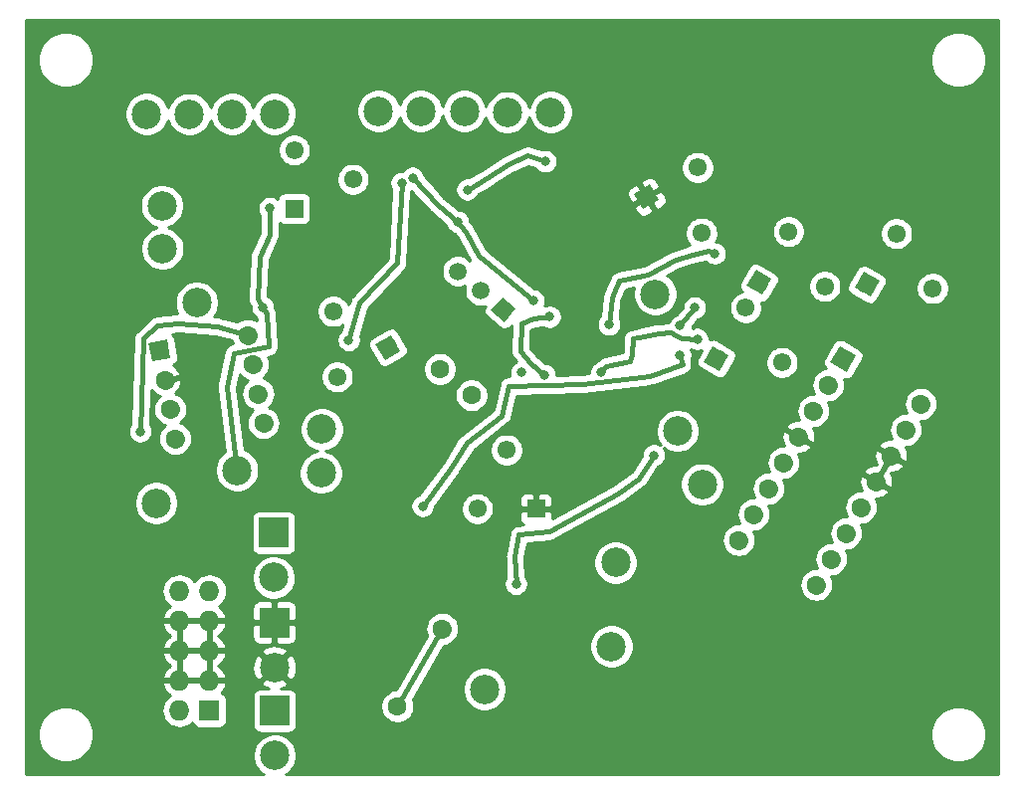
<source format=gbr>
G04 #@! TF.GenerationSoftware,KiCad,Pcbnew,(5.1.2-1)-1*
G04 #@! TF.CreationDate,2021-12-22T14:11:33-05:00*
G04 #@! TF.ProjectId,VCO - MFOS_SMD,56434f20-2d20-44d4-964f-535f534d442e,rev?*
G04 #@! TF.SameCoordinates,Original*
G04 #@! TF.FileFunction,Copper,L2,Bot*
G04 #@! TF.FilePolarity,Positive*
%FSLAX46Y46*%
G04 Gerber Fmt 4.6, Leading zero omitted, Abs format (unit mm)*
G04 Created by KiCad (PCBNEW (5.1.2-1)-1) date 2021-12-22 14:11:33*
%MOMM*%
%LPD*%
G04 APERTURE LIST*
%ADD10C,1.600000*%
%ADD11C,1.600000*%
%ADD12O,1.727200X1.727200*%
%ADD13R,1.727200X1.727200*%
%ADD14C,0.100000*%
%ADD15C,2.499360*%
%ADD16C,1.550000*%
%ADD17R,1.550000X1.550000*%
%ADD18C,1.500000*%
%ADD19R,2.499360X2.499360*%
%ADD20C,0.800000*%
%ADD21C,0.406400*%
%ADD22C,0.254000*%
G04 APERTURE END LIST*
D10*
X48016160Y-64396426D03*
D11*
X48016160Y-64396426D02*
X48016160Y-64396426D01*
D10*
X44206160Y-70995540D03*
D12*
X25656540Y-61188600D03*
X28196540Y-61188600D03*
X25656540Y-63728600D03*
X28196540Y-63728600D03*
X25656540Y-66268600D03*
X28196540Y-66268600D03*
X25656540Y-68808600D03*
X28196540Y-68808600D03*
X25656540Y-71348600D03*
D13*
X28196540Y-71348600D03*
D10*
X31482264Y-39400814D03*
D11*
X31482264Y-39400814D02*
X31482264Y-39400814D01*
D10*
X25301228Y-48228248D03*
D11*
X25301228Y-48228248D02*
X25301228Y-48228248D01*
D10*
X31923330Y-41902226D03*
D11*
X31923330Y-41902226D02*
X31923330Y-41902226D01*
D10*
X24860162Y-45726836D03*
D11*
X24860162Y-45726836D02*
X24860162Y-45726836D01*
D10*
X32364397Y-44403637D03*
D11*
X32364397Y-44403637D02*
X32364397Y-44403637D01*
D10*
X24419095Y-43225425D03*
D11*
X24419095Y-43225425D02*
X24419095Y-43225425D01*
D10*
X32805463Y-46905049D03*
D11*
X32805463Y-46905049D02*
X32805463Y-46905049D01*
D10*
X23978029Y-40724013D03*
D14*
G36*
X23329101Y-41650778D02*
G01*
X23051264Y-40075085D01*
X24626957Y-39797248D01*
X24904794Y-41372941D01*
X23329101Y-41650778D01*
X23329101Y-41650778D01*
G37*
D15*
X30561280Y-50914300D03*
X27143287Y-36639603D03*
D16*
X38748572Y-37382193D03*
X43413636Y-40462320D03*
D14*
G36*
X43697306Y-39403650D02*
G01*
X44472306Y-40745990D01*
X43129966Y-41520990D01*
X42354966Y-40178650D01*
X43697306Y-39403650D01*
X43697306Y-39403650D01*
G37*
D16*
X39083509Y-42962320D03*
D10*
X88739915Y-45269078D03*
D11*
X88739915Y-45269078D02*
X88739915Y-45269078D01*
D10*
X73250801Y-56857010D03*
D11*
X73250801Y-56857010D02*
X73250801Y-56857010D01*
D10*
X87469915Y-47468783D03*
D11*
X87469915Y-47468783D02*
X87469915Y-47468783D01*
D10*
X74520801Y-54657305D03*
D11*
X74520801Y-54657305D02*
X74520801Y-54657305D01*
D10*
X86199915Y-49668487D03*
D11*
X86199915Y-49668487D02*
X86199915Y-49668487D01*
D10*
X75790801Y-52457601D03*
D11*
X75790801Y-52457601D02*
X75790801Y-52457601D01*
D10*
X84929915Y-51868192D03*
D11*
X84929915Y-51868192D02*
X84929915Y-51868192D01*
D10*
X77060801Y-50257896D03*
D11*
X77060801Y-50257896D02*
X77060801Y-50257896D01*
D10*
X83659915Y-54067896D03*
D11*
X83659915Y-54067896D02*
X83659915Y-54067896D01*
D10*
X78330801Y-48058192D03*
D11*
X78330801Y-48058192D02*
X78330801Y-48058192D01*
D10*
X82389915Y-56267601D03*
D11*
X82389915Y-56267601D02*
X82389915Y-56267601D01*
D10*
X79600801Y-45858487D03*
D11*
X79600801Y-45858487D02*
X79600801Y-45858487D01*
D10*
X81119915Y-58467305D03*
D11*
X81119915Y-58467305D02*
X81119915Y-58467305D01*
D10*
X80870801Y-43658783D03*
D11*
X80870801Y-43658783D02*
X80870801Y-43658783D01*
D10*
X79849915Y-60667010D03*
D11*
X79849915Y-60667010D02*
X79849915Y-60667010D01*
D10*
X82140801Y-41459078D03*
D14*
G36*
X81047981Y-41751898D02*
G01*
X81847981Y-40366258D01*
X83233621Y-41166258D01*
X82433621Y-42551898D01*
X81047981Y-41751898D01*
X81047981Y-41751898D01*
G37*
D16*
X89740047Y-35436762D03*
X84159920Y-35101826D03*
D14*
G36*
X84443590Y-36160496D02*
G01*
X83101250Y-35385496D01*
X83876250Y-34043156D01*
X85218590Y-34818156D01*
X84443590Y-36160496D01*
X84443590Y-36160496D01*
G37*
D16*
X86659920Y-30771699D03*
X80566232Y-35258235D03*
X74986105Y-34923299D03*
D14*
G36*
X75269775Y-35981969D02*
G01*
X73927435Y-35206969D01*
X74702435Y-33864629D01*
X76044775Y-34639629D01*
X75269775Y-35981969D01*
X75269775Y-35981969D01*
G37*
D16*
X77486105Y-30593172D03*
X70080753Y-30737417D03*
X65415689Y-27657290D03*
D14*
G36*
X65132019Y-28715960D02*
G01*
X64357019Y-27373620D01*
X65699359Y-26598620D01*
X66474359Y-27940960D01*
X65132019Y-28715960D01*
X65132019Y-28715960D01*
G37*
D16*
X69745816Y-25157290D03*
X76921779Y-41753489D03*
X71341652Y-41418553D03*
D14*
G36*
X71625322Y-42477223D02*
G01*
X70282982Y-41702223D01*
X71057982Y-40359883D01*
X72400322Y-41134883D01*
X71625322Y-42477223D01*
X71625322Y-42477223D01*
G37*
D16*
X73841652Y-37088426D03*
X53494314Y-49191489D03*
D17*
X55994314Y-54191489D03*
D16*
X50994314Y-54191489D03*
X40420300Y-26158820D03*
D17*
X35420300Y-28658820D03*
D16*
X35420300Y-23658820D03*
D18*
X53229629Y-37248709D03*
D14*
G36*
X53137186Y-36192085D02*
G01*
X54286253Y-37156266D01*
X53322072Y-38305333D01*
X52173005Y-37341152D01*
X53137186Y-36192085D01*
X53137186Y-36192085D01*
G37*
D18*
X49338123Y-33983348D03*
X51283876Y-35616028D03*
D15*
X33769300Y-75186540D03*
D19*
X33769300Y-71376540D03*
D15*
X33677860Y-60043060D03*
D19*
X33677860Y-56233060D03*
D15*
X33738820Y-67675760D03*
D19*
X33738820Y-63865760D03*
D15*
X62411115Y-65901851D03*
X37782500Y-47414180D03*
X37721540Y-51125120D03*
X49900840Y-20355561D03*
X53566060Y-20454620D03*
X42588180Y-20347940D03*
X46200058Y-20347939D03*
X24185880Y-28422600D03*
X24208740Y-32062420D03*
X51625691Y-69551691D03*
X62781180Y-58757820D03*
X70129262Y-52118917D03*
X66134350Y-35928097D03*
X68051311Y-47565935D03*
X57249060Y-20439380D03*
X23688040Y-53708300D03*
X33754060Y-20601940D03*
X30126940Y-20601940D03*
X26499820Y-20617180D03*
X22872700Y-20601940D03*
D10*
X50499196Y-44540757D03*
X47818040Y-42291000D03*
D20*
X33350200Y-28610560D03*
X32764917Y-37059683D03*
X22313900Y-47604680D03*
X56791860Y-24627840D03*
X50147220Y-27033220D03*
X28194000Y-42418000D03*
X35460940Y-35765740D03*
X45974000Y-36845240D03*
X52898040Y-31150560D03*
X60365640Y-37188140D03*
X69524880Y-44244260D03*
X61970920Y-50904140D03*
X67492880Y-63342520D03*
X71879460Y-70037960D03*
X87581740Y-62765940D03*
X91622880Y-52951380D03*
X90812620Y-26283920D03*
X81000600Y-23860760D03*
X71765160Y-20396200D03*
X66108580Y-19933920D03*
X27086560Y-57685940D03*
X37475160Y-55377080D03*
X42440860Y-66344800D03*
X45212000Y-63573660D03*
X47404020Y-72463660D03*
X64376300Y-70848220D03*
X20850860Y-36675060D03*
X17619980Y-26515060D03*
X56245760Y-26098500D03*
X57279540Y-33533080D03*
X56659780Y-49583340D03*
X52453540Y-55852060D03*
X74942700Y-43428920D03*
X77894180Y-38341300D03*
X73822560Y-41953180D03*
X73771760Y-44851320D03*
X51694080Y-57162700D03*
X32209740Y-30739080D03*
X31894780Y-31529020D03*
X34246820Y-36776660D03*
X54322980Y-71526400D03*
X58353960Y-41724580D03*
X55775860Y-36474400D03*
X49329340Y-29771340D03*
X45491400Y-26024840D03*
X68262500Y-38620700D03*
X69512180Y-37076380D03*
X68257420Y-41120060D03*
X46355000Y-53964840D03*
X44559220Y-26469340D03*
X40055800Y-39850060D03*
X54759860Y-42603420D03*
X69715380Y-39745920D03*
X61572140Y-42570400D03*
X54295040Y-60594240D03*
X66019680Y-49636680D03*
X56710580Y-42806620D03*
X57155080Y-37848540D03*
X62204600Y-38503860D03*
X71208900Y-32468820D03*
D21*
X30289500Y-40954960D02*
X33240980Y-40401240D01*
X33080960Y-37589460D02*
X32764917Y-37059683D01*
X32288480Y-36261040D02*
X32471360Y-32755840D01*
X32764917Y-37059683D02*
X32288480Y-36261040D01*
X33240980Y-40401240D02*
X33080960Y-37589460D01*
X30561280Y-50914300D02*
X29684980Y-43860720D01*
X29684980Y-43860720D02*
X30289500Y-40954960D01*
X32471360Y-32755840D02*
X33340040Y-30861000D01*
X33340040Y-30861000D02*
X33317180Y-29852620D01*
X33317180Y-29852620D02*
X33350200Y-28610560D01*
X31482264Y-39400814D02*
X28849320Y-38668960D01*
X28849320Y-38668960D02*
X25524460Y-38414960D01*
X23746760Y-38605760D02*
X22580853Y-39697913D01*
X22313900Y-47604680D02*
X22580853Y-39697913D01*
X23746760Y-38605760D02*
X25524460Y-38414960D01*
X50147220Y-27033220D02*
X51800760Y-26073100D01*
X51800760Y-26073100D02*
X53634640Y-24869140D01*
X53634640Y-24869140D02*
X55290720Y-24117300D01*
X55290720Y-24117300D02*
X56791860Y-24627840D01*
X49329340Y-29771340D02*
X47612300Y-28336240D01*
X47612300Y-28336240D02*
X45491400Y-26024840D01*
X55775860Y-36474400D02*
X51120040Y-32672020D01*
X51120040Y-32672020D02*
X50043080Y-30645100D01*
X50043080Y-30645100D02*
X49329340Y-29771340D01*
X44206160Y-70995540D02*
X48016160Y-64396426D01*
X68262500Y-38620700D02*
X69512180Y-37076380D01*
X68257420Y-41120060D02*
X68440300Y-41922700D01*
X68440300Y-41922700D02*
X65684400Y-42880280D01*
X59923680Y-43578780D02*
X56774080Y-43682920D01*
X56774080Y-43682920D02*
X53687980Y-43743880D01*
X53687980Y-43743880D02*
X53096160Y-46253400D01*
X53096160Y-46253400D02*
X50119280Y-48585120D01*
X50119280Y-48585120D02*
X48828960Y-50629820D01*
X48828960Y-50629820D02*
X46355000Y-53964840D01*
X46355000Y-53964840D02*
X46355000Y-53964840D01*
X65684400Y-42880280D02*
X59923680Y-43578780D01*
X40055800Y-39850060D02*
X40967660Y-36680140D01*
X40967660Y-36680140D02*
X44193460Y-33284160D01*
X44193460Y-33284160D02*
X44559220Y-26469340D01*
X67858640Y-39420800D02*
X67429380Y-39171880D01*
X67429380Y-39171880D02*
X66410840Y-39250620D01*
X66410840Y-39250620D02*
X65178940Y-39512240D01*
X65178940Y-39512240D02*
X64239140Y-39715440D01*
X64239140Y-39715440D02*
X64193420Y-41061640D01*
X64193420Y-41061640D02*
X63980060Y-41615360D01*
X63980060Y-41615360D02*
X61998860Y-42031920D01*
X61998860Y-42031920D02*
X61572140Y-42570400D01*
X67858640Y-39420800D02*
X68407280Y-39702740D01*
X68407280Y-39702740D02*
X69715380Y-39745920D01*
X66019680Y-49636680D02*
X64747140Y-51620420D01*
X64747140Y-51620420D02*
X62951360Y-52928520D01*
X62951360Y-52928520D02*
X57155080Y-56106060D01*
X57155080Y-56106060D02*
X54538880Y-56405780D01*
X54538880Y-56405780D02*
X54201060Y-58237120D01*
X54201060Y-58237120D02*
X54295040Y-60594240D01*
X57155080Y-37848540D02*
X57155080Y-37848540D01*
X56710580Y-42806620D02*
X55532020Y-41813480D01*
X55532020Y-41813480D02*
X54681120Y-40810180D01*
X54681120Y-40810180D02*
X54731920Y-38407340D01*
X54731920Y-38407340D02*
X55735220Y-38000940D01*
X55735220Y-38000940D02*
X57155080Y-37848540D01*
X62204600Y-38503860D02*
X62448440Y-36235640D01*
X62448440Y-36235640D02*
X63075820Y-34787840D01*
X63075820Y-34787840D02*
X65488820Y-34279840D01*
X65488820Y-34279840D02*
X67853560Y-33025080D01*
X67853560Y-33025080D02*
X69326760Y-32542480D01*
X69326760Y-32542480D02*
X70703440Y-32227520D01*
X70703440Y-32227520D02*
X71208900Y-32468820D01*
D22*
G36*
X95352000Y-76810000D02*
G01*
X34731955Y-76810000D01*
X34970713Y-76650466D01*
X35233226Y-76387953D01*
X35439482Y-76079271D01*
X35581553Y-75736281D01*
X35653980Y-75372165D01*
X35653980Y-75000915D01*
X35581553Y-74636799D01*
X35439482Y-74293809D01*
X35233226Y-73985127D01*
X34970713Y-73722614D01*
X34662031Y-73516358D01*
X34319041Y-73374287D01*
X33954925Y-73301860D01*
X33583675Y-73301860D01*
X33219559Y-73374287D01*
X32876569Y-73516358D01*
X32567887Y-73722614D01*
X32305374Y-73985127D01*
X32099118Y-74293809D01*
X31957047Y-74636799D01*
X31884620Y-75000915D01*
X31884620Y-75372165D01*
X31957047Y-75736281D01*
X32099118Y-76079271D01*
X32305374Y-76387953D01*
X32567887Y-76650466D01*
X32806645Y-76810000D01*
X12598000Y-76810000D01*
X12598000Y-73171098D01*
X13617000Y-73171098D01*
X13617000Y-73640902D01*
X13708654Y-74101679D01*
X13888440Y-74535721D01*
X14149450Y-74926349D01*
X14481651Y-75258550D01*
X14872279Y-75519560D01*
X15306321Y-75699346D01*
X15767098Y-75791000D01*
X16236902Y-75791000D01*
X16697679Y-75699346D01*
X17131721Y-75519560D01*
X17522349Y-75258550D01*
X17854550Y-74926349D01*
X18115560Y-74535721D01*
X18295346Y-74101679D01*
X18387000Y-73640902D01*
X18387000Y-73171098D01*
X18295346Y-72710321D01*
X18115560Y-72276279D01*
X17854550Y-71885651D01*
X17522349Y-71553450D01*
X17215771Y-71348600D01*
X24150689Y-71348600D01*
X24179624Y-71642377D01*
X24265315Y-71924864D01*
X24404471Y-72185206D01*
X24591743Y-72413397D01*
X24819934Y-72600669D01*
X25080276Y-72739825D01*
X25362763Y-72825516D01*
X25582921Y-72847200D01*
X25730159Y-72847200D01*
X25950317Y-72825516D01*
X26232804Y-72739825D01*
X26493146Y-72600669D01*
X26721337Y-72413397D01*
X26727954Y-72405335D01*
X26743438Y-72456380D01*
X26802403Y-72566694D01*
X26881755Y-72663385D01*
X26978446Y-72742737D01*
X27088760Y-72801702D01*
X27208458Y-72838012D01*
X27332940Y-72850272D01*
X29060140Y-72850272D01*
X29184622Y-72838012D01*
X29304320Y-72801702D01*
X29414634Y-72742737D01*
X29511325Y-72663385D01*
X29590677Y-72566694D01*
X29649642Y-72456380D01*
X29685952Y-72336682D01*
X29698212Y-72212200D01*
X29698212Y-70485000D01*
X29685952Y-70360518D01*
X29649642Y-70240820D01*
X29590677Y-70130506D01*
X29587685Y-70126860D01*
X31881548Y-70126860D01*
X31881548Y-72626220D01*
X31893808Y-72750702D01*
X31930118Y-72870400D01*
X31989083Y-72980714D01*
X32068435Y-73077405D01*
X32165126Y-73156757D01*
X32275440Y-73215722D01*
X32395138Y-73252032D01*
X32519620Y-73264292D01*
X35018980Y-73264292D01*
X35143462Y-73252032D01*
X35263160Y-73215722D01*
X35346644Y-73171098D01*
X89563000Y-73171098D01*
X89563000Y-73640902D01*
X89654654Y-74101679D01*
X89834440Y-74535721D01*
X90095450Y-74926349D01*
X90427651Y-75258550D01*
X90818279Y-75519560D01*
X91252321Y-75699346D01*
X91713098Y-75791000D01*
X92182902Y-75791000D01*
X92643679Y-75699346D01*
X93077721Y-75519560D01*
X93468349Y-75258550D01*
X93800550Y-74926349D01*
X94061560Y-74535721D01*
X94241346Y-74101679D01*
X94333000Y-73640902D01*
X94333000Y-73171098D01*
X94241346Y-72710321D01*
X94061560Y-72276279D01*
X93800550Y-71885651D01*
X93468349Y-71553450D01*
X93077721Y-71292440D01*
X92643679Y-71112654D01*
X92182902Y-71021000D01*
X91713098Y-71021000D01*
X91252321Y-71112654D01*
X90818279Y-71292440D01*
X90427651Y-71553450D01*
X90095450Y-71885651D01*
X89834440Y-72276279D01*
X89654654Y-72710321D01*
X89563000Y-73171098D01*
X35346644Y-73171098D01*
X35373474Y-73156757D01*
X35470165Y-73077405D01*
X35549517Y-72980714D01*
X35608482Y-72870400D01*
X35644792Y-72750702D01*
X35657052Y-72626220D01*
X35657052Y-70854205D01*
X42771160Y-70854205D01*
X42771160Y-71136875D01*
X42826307Y-71414114D01*
X42934480Y-71675267D01*
X43091523Y-71910299D01*
X43291401Y-72110177D01*
X43526433Y-72267220D01*
X43787586Y-72375393D01*
X44064825Y-72430540D01*
X44347495Y-72430540D01*
X44624734Y-72375393D01*
X44885887Y-72267220D01*
X45120919Y-72110177D01*
X45320797Y-71910299D01*
X45477840Y-71675267D01*
X45586013Y-71414114D01*
X45641160Y-71136875D01*
X45641160Y-70854205D01*
X45586013Y-70576966D01*
X45514864Y-70405197D01*
X46114806Y-69366066D01*
X49741011Y-69366066D01*
X49741011Y-69737316D01*
X49813438Y-70101432D01*
X49955509Y-70444422D01*
X50161765Y-70753104D01*
X50424278Y-71015617D01*
X50732960Y-71221873D01*
X51075950Y-71363944D01*
X51440066Y-71436371D01*
X51811316Y-71436371D01*
X52175432Y-71363944D01*
X52518422Y-71221873D01*
X52827104Y-71015617D01*
X53089617Y-70753104D01*
X53295873Y-70444422D01*
X53437944Y-70101432D01*
X53510371Y-69737316D01*
X53510371Y-69366066D01*
X53437944Y-69001950D01*
X53295873Y-68658960D01*
X53089617Y-68350278D01*
X52827104Y-68087765D01*
X52518422Y-67881509D01*
X52175432Y-67739438D01*
X51811316Y-67667011D01*
X51440066Y-67667011D01*
X51075950Y-67739438D01*
X50732960Y-67881509D01*
X50424278Y-68087765D01*
X50161765Y-68350278D01*
X49955509Y-68658960D01*
X49813438Y-69001950D01*
X49741011Y-69366066D01*
X46114806Y-69366066D01*
X48159686Y-65824233D01*
X48297469Y-65810662D01*
X48567968Y-65728608D01*
X48591133Y-65716226D01*
X60526435Y-65716226D01*
X60526435Y-66087476D01*
X60598862Y-66451592D01*
X60740933Y-66794582D01*
X60947189Y-67103264D01*
X61209702Y-67365777D01*
X61518384Y-67572033D01*
X61861374Y-67714104D01*
X62225490Y-67786531D01*
X62596740Y-67786531D01*
X62960856Y-67714104D01*
X63303846Y-67572033D01*
X63612528Y-67365777D01*
X63875041Y-67103264D01*
X64081297Y-66794582D01*
X64223368Y-66451592D01*
X64295795Y-66087476D01*
X64295795Y-65716226D01*
X64223368Y-65352110D01*
X64081297Y-65009120D01*
X63875041Y-64700438D01*
X63612528Y-64437925D01*
X63303846Y-64231669D01*
X62960856Y-64089598D01*
X62596740Y-64017171D01*
X62225490Y-64017171D01*
X61861374Y-64089598D01*
X61518384Y-64231669D01*
X61209702Y-64437925D01*
X60947189Y-64700438D01*
X60740933Y-65009120D01*
X60598862Y-65352110D01*
X60526435Y-65716226D01*
X48591133Y-65716226D01*
X48817261Y-65595358D01*
X49035768Y-65416034D01*
X49215092Y-65197527D01*
X49348342Y-64948234D01*
X49430396Y-64677735D01*
X49458103Y-64396426D01*
X49430396Y-64115117D01*
X49348342Y-63844618D01*
X49215092Y-63595325D01*
X49035768Y-63376818D01*
X48817261Y-63197494D01*
X48567968Y-63064244D01*
X48297469Y-62982190D01*
X48086652Y-62961426D01*
X47945668Y-62961426D01*
X47734851Y-62982190D01*
X47464352Y-63064244D01*
X47215059Y-63197494D01*
X46996552Y-63376818D01*
X46817228Y-63595325D01*
X46683978Y-63844618D01*
X46601924Y-64115117D01*
X46574217Y-64396426D01*
X46601924Y-64677735D01*
X46683978Y-64948234D01*
X46705960Y-64989360D01*
X44066788Y-69560540D01*
X44064825Y-69560540D01*
X43787586Y-69615687D01*
X43526433Y-69723860D01*
X43291401Y-69880903D01*
X43091523Y-70080781D01*
X42934480Y-70315813D01*
X42826307Y-70576966D01*
X42771160Y-70854205D01*
X35657052Y-70854205D01*
X35657052Y-70126860D01*
X35644792Y-70002378D01*
X35608482Y-69882680D01*
X35549517Y-69772366D01*
X35470165Y-69675675D01*
X35373474Y-69596323D01*
X35263160Y-69537358D01*
X35143462Y-69501048D01*
X35018980Y-69488788D01*
X34259771Y-69488788D01*
X34511971Y-69404549D01*
X34746716Y-69279075D01*
X34872591Y-68989137D01*
X33738820Y-67855365D01*
X32605049Y-68989137D01*
X32730924Y-69279075D01*
X33063082Y-69444899D01*
X33223736Y-69488788D01*
X32519620Y-69488788D01*
X32395138Y-69501048D01*
X32275440Y-69537358D01*
X32165126Y-69596323D01*
X32068435Y-69675675D01*
X31989083Y-69772366D01*
X31930118Y-69882680D01*
X31893808Y-70002378D01*
X31881548Y-70126860D01*
X29587685Y-70126860D01*
X29511325Y-70033815D01*
X29414634Y-69954463D01*
X29304320Y-69895498D01*
X29239966Y-69875976D01*
X29303394Y-69818893D01*
X29479224Y-69583544D01*
X29605762Y-69318414D01*
X29651498Y-69167626D01*
X29530357Y-68935600D01*
X28323540Y-68935600D01*
X28323540Y-68955600D01*
X28069540Y-68955600D01*
X28069540Y-68935600D01*
X25783540Y-68935600D01*
X25783540Y-68955600D01*
X25529540Y-68955600D01*
X25529540Y-68935600D01*
X24322723Y-68935600D01*
X24201582Y-69167626D01*
X24247318Y-69318414D01*
X24373856Y-69583544D01*
X24549686Y-69818893D01*
X24768052Y-70015417D01*
X24864450Y-70072737D01*
X24819934Y-70096531D01*
X24591743Y-70283803D01*
X24404471Y-70511994D01*
X24265315Y-70772336D01*
X24179624Y-71054823D01*
X24150689Y-71348600D01*
X17215771Y-71348600D01*
X17131721Y-71292440D01*
X16697679Y-71112654D01*
X16236902Y-71021000D01*
X15767098Y-71021000D01*
X15306321Y-71112654D01*
X14872279Y-71292440D01*
X14481651Y-71553450D01*
X14149450Y-71885651D01*
X13888440Y-72276279D01*
X13708654Y-72710321D01*
X13617000Y-73171098D01*
X12598000Y-73171098D01*
X12598000Y-66627626D01*
X24201582Y-66627626D01*
X24247318Y-66778414D01*
X24373856Y-67043544D01*
X24549686Y-67278893D01*
X24768052Y-67475417D01*
X24874310Y-67538600D01*
X24768052Y-67601783D01*
X24549686Y-67798307D01*
X24373856Y-68033656D01*
X24247318Y-68298786D01*
X24201582Y-68449574D01*
X24322723Y-68681600D01*
X25529540Y-68681600D01*
X25529540Y-66395600D01*
X25783540Y-66395600D01*
X25783540Y-68681600D01*
X28069540Y-68681600D01*
X28069540Y-66395600D01*
X28323540Y-66395600D01*
X28323540Y-68681600D01*
X29530357Y-68681600D01*
X29651498Y-68449574D01*
X29605762Y-68298786D01*
X29479224Y-68033656D01*
X29303394Y-67798307D01*
X29225806Y-67728479D01*
X31845755Y-67728479D01*
X31892415Y-68096785D01*
X32010031Y-68448911D01*
X32135505Y-68683656D01*
X32425443Y-68809531D01*
X33559215Y-67675760D01*
X33918425Y-67675760D01*
X35052197Y-68809531D01*
X35342135Y-68683656D01*
X35507959Y-68351498D01*
X35605795Y-67993373D01*
X35631885Y-67623041D01*
X35585225Y-67254735D01*
X35467609Y-66902609D01*
X35342135Y-66667864D01*
X35052197Y-66541989D01*
X33918425Y-67675760D01*
X33559215Y-67675760D01*
X32425443Y-66541989D01*
X32135505Y-66667864D01*
X31969681Y-67000022D01*
X31871845Y-67358147D01*
X31845755Y-67728479D01*
X29225806Y-67728479D01*
X29085028Y-67601783D01*
X28978770Y-67538600D01*
X29085028Y-67475417D01*
X29303394Y-67278893D01*
X29479224Y-67043544D01*
X29605762Y-66778414D01*
X29651498Y-66627626D01*
X29530357Y-66395600D01*
X28323540Y-66395600D01*
X28069540Y-66395600D01*
X25783540Y-66395600D01*
X25529540Y-66395600D01*
X24322723Y-66395600D01*
X24201582Y-66627626D01*
X12598000Y-66627626D01*
X12598000Y-66362383D01*
X32605049Y-66362383D01*
X33738820Y-67496155D01*
X34872591Y-66362383D01*
X34746716Y-66072445D01*
X34414558Y-65906621D01*
X34056433Y-65808785D01*
X33686101Y-65782695D01*
X33317795Y-65829355D01*
X32965669Y-65946971D01*
X32730924Y-66072445D01*
X32605049Y-66362383D01*
X12598000Y-66362383D01*
X12598000Y-64087626D01*
X24201582Y-64087626D01*
X24247318Y-64238414D01*
X24373856Y-64503544D01*
X24549686Y-64738893D01*
X24768052Y-64935417D01*
X24874310Y-64998600D01*
X24768052Y-65061783D01*
X24549686Y-65258307D01*
X24373856Y-65493656D01*
X24247318Y-65758786D01*
X24201582Y-65909574D01*
X24322723Y-66141600D01*
X25529540Y-66141600D01*
X25529540Y-63855600D01*
X25783540Y-63855600D01*
X25783540Y-66141600D01*
X28069540Y-66141600D01*
X28069540Y-63855600D01*
X28323540Y-63855600D01*
X28323540Y-66141600D01*
X29530357Y-66141600D01*
X29651498Y-65909574D01*
X29605762Y-65758786D01*
X29479224Y-65493656D01*
X29303394Y-65258307D01*
X29144649Y-65115440D01*
X31851068Y-65115440D01*
X31863328Y-65239922D01*
X31899638Y-65359620D01*
X31958603Y-65469934D01*
X32037955Y-65566625D01*
X32134646Y-65645977D01*
X32244960Y-65704942D01*
X32364658Y-65741252D01*
X32489140Y-65753512D01*
X33453070Y-65750440D01*
X33611820Y-65591690D01*
X33611820Y-63992760D01*
X33865820Y-63992760D01*
X33865820Y-65591690D01*
X34024570Y-65750440D01*
X34988500Y-65753512D01*
X35112982Y-65741252D01*
X35232680Y-65704942D01*
X35342994Y-65645977D01*
X35439685Y-65566625D01*
X35519037Y-65469934D01*
X35578002Y-65359620D01*
X35614312Y-65239922D01*
X35626572Y-65115440D01*
X35623500Y-64151510D01*
X35464750Y-63992760D01*
X33865820Y-63992760D01*
X33611820Y-63992760D01*
X32012890Y-63992760D01*
X31854140Y-64151510D01*
X31851068Y-65115440D01*
X29144649Y-65115440D01*
X29085028Y-65061783D01*
X28978770Y-64998600D01*
X29085028Y-64935417D01*
X29303394Y-64738893D01*
X29479224Y-64503544D01*
X29605762Y-64238414D01*
X29651498Y-64087626D01*
X29530357Y-63855600D01*
X28323540Y-63855600D01*
X28069540Y-63855600D01*
X25783540Y-63855600D01*
X25529540Y-63855600D01*
X24322723Y-63855600D01*
X24201582Y-64087626D01*
X12598000Y-64087626D01*
X12598000Y-61188600D01*
X24150689Y-61188600D01*
X24179624Y-61482377D01*
X24265315Y-61764864D01*
X24404471Y-62025206D01*
X24591743Y-62253397D01*
X24819934Y-62440669D01*
X24864450Y-62464463D01*
X24768052Y-62521783D01*
X24549686Y-62718307D01*
X24373856Y-62953656D01*
X24247318Y-63218786D01*
X24201582Y-63369574D01*
X24322723Y-63601600D01*
X25529540Y-63601600D01*
X25529540Y-63581600D01*
X25783540Y-63581600D01*
X25783540Y-63601600D01*
X28069540Y-63601600D01*
X28069540Y-63581600D01*
X28323540Y-63581600D01*
X28323540Y-63601600D01*
X29530357Y-63601600D01*
X29651498Y-63369574D01*
X29605762Y-63218786D01*
X29479224Y-62953656D01*
X29303394Y-62718307D01*
X29189806Y-62616080D01*
X31851068Y-62616080D01*
X31854140Y-63580010D01*
X32012890Y-63738760D01*
X33611820Y-63738760D01*
X33611820Y-62139830D01*
X33865820Y-62139830D01*
X33865820Y-63738760D01*
X35464750Y-63738760D01*
X35623500Y-63580010D01*
X35626572Y-62616080D01*
X35614312Y-62491598D01*
X35578002Y-62371900D01*
X35519037Y-62261586D01*
X35439685Y-62164895D01*
X35342994Y-62085543D01*
X35232680Y-62026578D01*
X35112982Y-61990268D01*
X34988500Y-61978008D01*
X34024570Y-61981080D01*
X33865820Y-62139830D01*
X33611820Y-62139830D01*
X33453070Y-61981080D01*
X32489140Y-61978008D01*
X32364658Y-61990268D01*
X32244960Y-62026578D01*
X32134646Y-62085543D01*
X32037955Y-62164895D01*
X31958603Y-62261586D01*
X31899638Y-62371900D01*
X31863328Y-62491598D01*
X31851068Y-62616080D01*
X29189806Y-62616080D01*
X29085028Y-62521783D01*
X28988630Y-62464463D01*
X29033146Y-62440669D01*
X29261337Y-62253397D01*
X29448609Y-62025206D01*
X29587765Y-61764864D01*
X29673456Y-61482377D01*
X29702391Y-61188600D01*
X29673456Y-60894823D01*
X29587765Y-60612336D01*
X29448609Y-60351994D01*
X29261337Y-60123803D01*
X29033146Y-59936531D01*
X28885169Y-59857435D01*
X31793180Y-59857435D01*
X31793180Y-60228685D01*
X31865607Y-60592801D01*
X32007678Y-60935791D01*
X32213934Y-61244473D01*
X32476447Y-61506986D01*
X32785129Y-61713242D01*
X33128119Y-61855313D01*
X33492235Y-61927740D01*
X33863485Y-61927740D01*
X34227601Y-61855313D01*
X34570591Y-61713242D01*
X34879273Y-61506986D01*
X35141786Y-61244473D01*
X35348042Y-60935791D01*
X35490113Y-60592801D01*
X35510103Y-60492301D01*
X53260040Y-60492301D01*
X53260040Y-60696179D01*
X53299814Y-60896138D01*
X53377835Y-61084496D01*
X53491103Y-61254014D01*
X53635266Y-61398177D01*
X53804784Y-61511445D01*
X53993142Y-61589466D01*
X54193101Y-61629240D01*
X54396979Y-61629240D01*
X54596938Y-61589466D01*
X54785296Y-61511445D01*
X54954814Y-61398177D01*
X55098977Y-61254014D01*
X55212245Y-61084496D01*
X55290266Y-60896138D01*
X55330040Y-60696179D01*
X55330040Y-60667010D01*
X78407972Y-60667010D01*
X78435679Y-60948319D01*
X78517733Y-61218818D01*
X78650983Y-61468111D01*
X78830307Y-61686618D01*
X79048814Y-61865942D01*
X79298107Y-61999192D01*
X79568606Y-62081246D01*
X79779423Y-62102010D01*
X79920407Y-62102010D01*
X80131224Y-62081246D01*
X80401723Y-61999192D01*
X80651016Y-61865942D01*
X80869523Y-61686618D01*
X81048847Y-61468111D01*
X81182097Y-61218818D01*
X81264151Y-60948319D01*
X81291858Y-60667010D01*
X81264151Y-60385701D01*
X81182097Y-60115202D01*
X81068301Y-59902305D01*
X81190407Y-59902305D01*
X81401224Y-59881541D01*
X81671723Y-59799487D01*
X81921016Y-59666237D01*
X82139523Y-59486913D01*
X82318847Y-59268406D01*
X82452097Y-59019113D01*
X82534151Y-58748614D01*
X82561858Y-58467305D01*
X82534151Y-58185996D01*
X82452097Y-57915497D01*
X82338302Y-57702601D01*
X82460407Y-57702601D01*
X82671224Y-57681837D01*
X82941723Y-57599783D01*
X83191016Y-57466533D01*
X83409523Y-57287209D01*
X83588847Y-57068702D01*
X83722097Y-56819409D01*
X83804151Y-56548910D01*
X83831858Y-56267601D01*
X83804151Y-55986292D01*
X83722097Y-55715793D01*
X83608301Y-55502896D01*
X83730407Y-55502896D01*
X83941224Y-55482132D01*
X84211723Y-55400078D01*
X84461016Y-55266828D01*
X84679523Y-55087504D01*
X84858847Y-54868997D01*
X84992097Y-54619704D01*
X85074151Y-54349205D01*
X85101858Y-54067896D01*
X85074151Y-53786587D01*
X84992097Y-53516088D01*
X84875203Y-53297394D01*
X85094288Y-53293752D01*
X85369242Y-53234292D01*
X85627314Y-53122335D01*
X85858585Y-52962181D01*
X85960820Y-52866421D01*
X85966194Y-52613135D01*
X84976400Y-52041677D01*
X84966400Y-52058998D01*
X84746430Y-51931998D01*
X84756430Y-51914677D01*
X84595402Y-51821707D01*
X85103400Y-51821707D01*
X86093194Y-52393164D01*
X86309859Y-52261867D01*
X86341672Y-52125449D01*
X86364734Y-51845086D01*
X86332656Y-51565611D01*
X86246673Y-51297763D01*
X86135641Y-51097848D01*
X86364288Y-51094047D01*
X86639242Y-51034587D01*
X86897314Y-50922630D01*
X87128585Y-50762476D01*
X87230820Y-50666716D01*
X87236194Y-50413430D01*
X86246400Y-49841972D01*
X85675212Y-50831299D01*
X85103400Y-51821707D01*
X84595402Y-51821707D01*
X83766636Y-51343220D01*
X83549971Y-51474517D01*
X83518158Y-51610935D01*
X83495096Y-51891298D01*
X83527174Y-52170773D01*
X83613157Y-52438621D01*
X83721056Y-52632896D01*
X83589423Y-52632896D01*
X83378606Y-52653660D01*
X83108107Y-52735714D01*
X82858814Y-52868964D01*
X82640307Y-53048288D01*
X82460983Y-53266795D01*
X82327733Y-53516088D01*
X82245679Y-53786587D01*
X82217972Y-54067896D01*
X82245679Y-54349205D01*
X82327733Y-54619704D01*
X82441529Y-54832601D01*
X82319423Y-54832601D01*
X82108606Y-54853365D01*
X81838107Y-54935419D01*
X81588814Y-55068669D01*
X81370307Y-55247993D01*
X81190983Y-55466500D01*
X81057733Y-55715793D01*
X80975679Y-55986292D01*
X80947972Y-56267601D01*
X80975679Y-56548910D01*
X81057733Y-56819409D01*
X81171528Y-57032305D01*
X81049423Y-57032305D01*
X80838606Y-57053069D01*
X80568107Y-57135123D01*
X80318814Y-57268373D01*
X80100307Y-57447697D01*
X79920983Y-57666204D01*
X79787733Y-57915497D01*
X79705679Y-58185996D01*
X79677972Y-58467305D01*
X79705679Y-58748614D01*
X79787733Y-59019113D01*
X79901529Y-59232010D01*
X79779423Y-59232010D01*
X79568606Y-59252774D01*
X79298107Y-59334828D01*
X79048814Y-59468078D01*
X78830307Y-59647402D01*
X78650983Y-59865909D01*
X78517733Y-60115202D01*
X78435679Y-60385701D01*
X78407972Y-60667010D01*
X55330040Y-60667010D01*
X55330040Y-60492301D01*
X55290266Y-60292342D01*
X55212245Y-60103984D01*
X55108147Y-59948190D01*
X55053286Y-58572195D01*
X60896500Y-58572195D01*
X60896500Y-58943445D01*
X60968927Y-59307561D01*
X61110998Y-59650551D01*
X61317254Y-59959233D01*
X61579767Y-60221746D01*
X61888449Y-60428002D01*
X62231439Y-60570073D01*
X62595555Y-60642500D01*
X62966805Y-60642500D01*
X63330921Y-60570073D01*
X63673911Y-60428002D01*
X63982593Y-60221746D01*
X64245106Y-59959233D01*
X64451362Y-59650551D01*
X64593433Y-59307561D01*
X64665860Y-58943445D01*
X64665860Y-58572195D01*
X64593433Y-58208079D01*
X64451362Y-57865089D01*
X64245106Y-57556407D01*
X63982593Y-57293894D01*
X63673911Y-57087638D01*
X63330921Y-56945567D01*
X62966805Y-56873140D01*
X62595555Y-56873140D01*
X62231439Y-56945567D01*
X61888449Y-57087638D01*
X61579767Y-57293894D01*
X61317254Y-57556407D01*
X61110998Y-57865089D01*
X60968927Y-58208079D01*
X60896500Y-58572195D01*
X55053286Y-58572195D01*
X55042321Y-58297188D01*
X55250632Y-57167921D01*
X57207365Y-56943752D01*
X57246506Y-56943338D01*
X57289172Y-56934380D01*
X57291384Y-56934127D01*
X57329456Y-56925923D01*
X57408094Y-56909413D01*
X57410158Y-56908532D01*
X57412350Y-56908060D01*
X57486103Y-56876128D01*
X57521908Y-56860851D01*
X57523858Y-56859782D01*
X57530260Y-56857010D01*
X71808858Y-56857010D01*
X71836565Y-57138319D01*
X71918619Y-57408818D01*
X72051869Y-57658111D01*
X72231193Y-57876618D01*
X72449700Y-58055942D01*
X72698993Y-58189192D01*
X72969492Y-58271246D01*
X73180309Y-58292010D01*
X73321293Y-58292010D01*
X73532110Y-58271246D01*
X73802609Y-58189192D01*
X74051902Y-58055942D01*
X74270409Y-57876618D01*
X74449733Y-57658111D01*
X74582983Y-57408818D01*
X74665037Y-57138319D01*
X74692744Y-56857010D01*
X74665037Y-56575701D01*
X74582983Y-56305202D01*
X74469187Y-56092305D01*
X74591293Y-56092305D01*
X74802110Y-56071541D01*
X75072609Y-55989487D01*
X75321902Y-55856237D01*
X75540409Y-55676913D01*
X75719733Y-55458406D01*
X75852983Y-55209113D01*
X75935037Y-54938614D01*
X75962744Y-54657305D01*
X75935037Y-54375996D01*
X75852983Y-54105497D01*
X75739188Y-53892601D01*
X75861293Y-53892601D01*
X76072110Y-53871837D01*
X76342609Y-53789783D01*
X76591902Y-53656533D01*
X76810409Y-53477209D01*
X76989733Y-53258702D01*
X77122983Y-53009409D01*
X77205037Y-52738910D01*
X77232744Y-52457601D01*
X77205037Y-52176292D01*
X77122983Y-51905793D01*
X77009187Y-51692896D01*
X77131293Y-51692896D01*
X77342110Y-51672132D01*
X77612609Y-51590078D01*
X77861902Y-51456828D01*
X78080409Y-51277504D01*
X78207002Y-51123249D01*
X83893636Y-51123249D01*
X84883430Y-51694707D01*
X85454618Y-50705380D01*
X86026430Y-49714972D01*
X85036636Y-49143515D01*
X84819971Y-49274812D01*
X84788158Y-49411230D01*
X84765096Y-49691593D01*
X84797174Y-49971068D01*
X84883157Y-50238916D01*
X84994189Y-50438831D01*
X84765542Y-50442632D01*
X84490588Y-50502092D01*
X84232516Y-50614049D01*
X84001245Y-50774203D01*
X83899010Y-50869963D01*
X83893636Y-51123249D01*
X78207002Y-51123249D01*
X78259733Y-51058997D01*
X78392983Y-50809704D01*
X78475037Y-50539205D01*
X78502744Y-50257896D01*
X78475037Y-49976587D01*
X78392983Y-49706088D01*
X78276089Y-49487394D01*
X78495174Y-49483752D01*
X78770128Y-49424292D01*
X79028200Y-49312335D01*
X79259471Y-49152181D01*
X79361706Y-49056421D01*
X79364525Y-48923544D01*
X85163636Y-48923544D01*
X86153430Y-49495002D01*
X86163430Y-49477681D01*
X86383400Y-49604681D01*
X86373400Y-49622002D01*
X87363194Y-50193459D01*
X87579859Y-50062162D01*
X87611672Y-49925744D01*
X87634734Y-49645381D01*
X87602656Y-49365906D01*
X87516673Y-49098058D01*
X87408774Y-48903783D01*
X87540407Y-48903783D01*
X87751224Y-48883019D01*
X88021723Y-48800965D01*
X88271016Y-48667715D01*
X88489523Y-48488391D01*
X88668847Y-48269884D01*
X88802097Y-48020591D01*
X88884151Y-47750092D01*
X88911858Y-47468783D01*
X88884151Y-47187474D01*
X88802097Y-46916975D01*
X88688301Y-46704078D01*
X88810407Y-46704078D01*
X89021224Y-46683314D01*
X89291723Y-46601260D01*
X89541016Y-46468010D01*
X89759523Y-46288686D01*
X89938847Y-46070179D01*
X90072097Y-45820886D01*
X90154151Y-45550387D01*
X90181858Y-45269078D01*
X90154151Y-44987769D01*
X90072097Y-44717270D01*
X89938847Y-44467977D01*
X89759523Y-44249470D01*
X89541016Y-44070146D01*
X89291723Y-43936896D01*
X89021224Y-43854842D01*
X88810407Y-43834078D01*
X88669423Y-43834078D01*
X88458606Y-43854842D01*
X88188107Y-43936896D01*
X87938814Y-44070146D01*
X87720307Y-44249470D01*
X87540983Y-44467977D01*
X87407733Y-44717270D01*
X87325679Y-44987769D01*
X87297972Y-45269078D01*
X87325679Y-45550387D01*
X87407733Y-45820886D01*
X87521529Y-46033783D01*
X87399423Y-46033783D01*
X87188606Y-46054547D01*
X86918107Y-46136601D01*
X86668814Y-46269851D01*
X86450307Y-46449175D01*
X86270983Y-46667682D01*
X86137733Y-46916975D01*
X86055679Y-47187474D01*
X86027972Y-47468783D01*
X86055679Y-47750092D01*
X86137733Y-48020591D01*
X86254627Y-48239285D01*
X86035542Y-48242927D01*
X85760588Y-48302387D01*
X85502516Y-48414344D01*
X85271245Y-48574498D01*
X85169010Y-48670258D01*
X85163636Y-48923544D01*
X79364525Y-48923544D01*
X79367080Y-48803135D01*
X78377286Y-48231677D01*
X78367286Y-48248998D01*
X78147316Y-48121998D01*
X78157316Y-48104677D01*
X77167522Y-47533220D01*
X76950857Y-47664517D01*
X76919044Y-47800935D01*
X76895982Y-48081298D01*
X76928060Y-48360773D01*
X77014043Y-48628621D01*
X77121942Y-48822896D01*
X76990309Y-48822896D01*
X76779492Y-48843660D01*
X76508993Y-48925714D01*
X76259700Y-49058964D01*
X76041193Y-49238288D01*
X75861869Y-49456795D01*
X75728619Y-49706088D01*
X75646565Y-49976587D01*
X75618858Y-50257896D01*
X75646565Y-50539205D01*
X75728619Y-50809704D01*
X75842415Y-51022601D01*
X75720309Y-51022601D01*
X75509492Y-51043365D01*
X75238993Y-51125419D01*
X74989700Y-51258669D01*
X74771193Y-51437993D01*
X74591869Y-51656500D01*
X74458619Y-51905793D01*
X74376565Y-52176292D01*
X74348858Y-52457601D01*
X74376565Y-52738910D01*
X74458619Y-53009409D01*
X74572414Y-53222305D01*
X74450309Y-53222305D01*
X74239492Y-53243069D01*
X73968993Y-53325123D01*
X73719700Y-53458373D01*
X73501193Y-53637697D01*
X73321869Y-53856204D01*
X73188619Y-54105497D01*
X73106565Y-54375996D01*
X73078858Y-54657305D01*
X73106565Y-54938614D01*
X73188619Y-55209113D01*
X73302415Y-55422010D01*
X73180309Y-55422010D01*
X72969492Y-55442774D01*
X72698993Y-55524828D01*
X72449700Y-55658078D01*
X72231193Y-55837402D01*
X72051869Y-56055909D01*
X71918619Y-56305202D01*
X71836565Y-56575701D01*
X71808858Y-56857010D01*
X57530260Y-56857010D01*
X57563869Y-56842459D01*
X57596066Y-56820197D01*
X63292994Y-53697124D01*
X63304921Y-53692972D01*
X63365222Y-53657529D01*
X63390391Y-53643731D01*
X63400783Y-53636627D01*
X63411600Y-53630269D01*
X63434732Y-53613419D01*
X63492544Y-53573898D01*
X63501387Y-53564865D01*
X65199973Y-52327566D01*
X65228072Y-52311865D01*
X65266514Y-52279096D01*
X65273935Y-52273690D01*
X65297896Y-52252344D01*
X65353725Y-52204754D01*
X65359440Y-52197519D01*
X65366331Y-52191380D01*
X65410581Y-52132774D01*
X65430426Y-52107650D01*
X65435371Y-52099941D01*
X65465822Y-52059611D01*
X65479839Y-52030621D01*
X65542274Y-51933292D01*
X68244582Y-51933292D01*
X68244582Y-52304542D01*
X68317009Y-52668658D01*
X68459080Y-53011648D01*
X68665336Y-53320330D01*
X68927849Y-53582843D01*
X69236531Y-53789099D01*
X69579521Y-53931170D01*
X69943637Y-54003597D01*
X70314887Y-54003597D01*
X70679003Y-53931170D01*
X71021993Y-53789099D01*
X71330675Y-53582843D01*
X71593188Y-53320330D01*
X71799444Y-53011648D01*
X71941515Y-52668658D01*
X72013942Y-52304542D01*
X72013942Y-51933292D01*
X71941515Y-51569176D01*
X71799444Y-51226186D01*
X71593188Y-50917504D01*
X71330675Y-50654991D01*
X71021993Y-50448735D01*
X70679003Y-50306664D01*
X70314887Y-50234237D01*
X69943637Y-50234237D01*
X69579521Y-50306664D01*
X69236531Y-50448735D01*
X68927849Y-50654991D01*
X68665336Y-50917504D01*
X68459080Y-51226186D01*
X68317009Y-51569176D01*
X68244582Y-51933292D01*
X65542274Y-51933292D01*
X66397184Y-50600589D01*
X66509936Y-50553885D01*
X66679454Y-50440617D01*
X66823617Y-50296454D01*
X66936885Y-50126936D01*
X67014906Y-49938578D01*
X67054680Y-49738619D01*
X67054680Y-49534741D01*
X67014906Y-49334782D01*
X66936885Y-49146424D01*
X66866342Y-49040849D01*
X67158580Y-49236117D01*
X67501570Y-49378188D01*
X67865686Y-49450615D01*
X68236936Y-49450615D01*
X68601052Y-49378188D01*
X68944042Y-49236117D01*
X69252724Y-49029861D01*
X69515237Y-48767348D01*
X69721493Y-48458666D01*
X69863564Y-48115676D01*
X69935991Y-47751560D01*
X69935991Y-47380310D01*
X69922652Y-47313249D01*
X77294522Y-47313249D01*
X78284316Y-47884707D01*
X78294316Y-47867386D01*
X78514286Y-47994386D01*
X78504286Y-48011707D01*
X79494080Y-48583164D01*
X79710745Y-48451867D01*
X79742558Y-48315449D01*
X79765620Y-48035086D01*
X79733542Y-47755611D01*
X79647559Y-47487763D01*
X79539659Y-47293487D01*
X79671293Y-47293487D01*
X79882110Y-47272723D01*
X80152609Y-47190669D01*
X80401902Y-47057419D01*
X80620409Y-46878095D01*
X80799733Y-46659588D01*
X80932983Y-46410295D01*
X81015037Y-46139796D01*
X81042744Y-45858487D01*
X81015037Y-45577178D01*
X80932983Y-45306679D01*
X80819188Y-45093783D01*
X80941293Y-45093783D01*
X81152110Y-45073019D01*
X81422609Y-44990965D01*
X81671902Y-44857715D01*
X81890409Y-44678391D01*
X82069733Y-44459884D01*
X82202983Y-44210591D01*
X82285037Y-43940092D01*
X82312744Y-43658783D01*
X82285037Y-43377474D01*
X82216193Y-43150523D01*
X82228519Y-43156108D01*
X82350336Y-43184511D01*
X82475353Y-43188604D01*
X82598766Y-43168228D01*
X82715833Y-43124167D01*
X82822055Y-43058115D01*
X82913349Y-42972608D01*
X82986207Y-42870934D01*
X83786207Y-41485294D01*
X83837831Y-41371360D01*
X83866234Y-41249543D01*
X83870327Y-41124526D01*
X83849951Y-41001113D01*
X83805890Y-40884046D01*
X83739838Y-40777824D01*
X83654331Y-40686530D01*
X83552657Y-40613672D01*
X82167017Y-39813672D01*
X82053083Y-39762048D01*
X81931266Y-39733645D01*
X81806249Y-39729552D01*
X81682836Y-39749928D01*
X81565769Y-39793989D01*
X81459547Y-39860041D01*
X81368253Y-39945548D01*
X81295395Y-40047222D01*
X80495395Y-41432862D01*
X80443771Y-41546796D01*
X80415368Y-41668613D01*
X80411275Y-41793630D01*
X80431651Y-41917043D01*
X80475712Y-42034110D01*
X80541764Y-42140332D01*
X80627271Y-42231626D01*
X80638558Y-42239714D01*
X80589492Y-42244547D01*
X80318993Y-42326601D01*
X80069700Y-42459851D01*
X79851193Y-42639175D01*
X79671869Y-42857682D01*
X79538619Y-43106975D01*
X79456565Y-43377474D01*
X79428858Y-43658783D01*
X79456565Y-43940092D01*
X79538619Y-44210591D01*
X79652414Y-44423487D01*
X79530309Y-44423487D01*
X79319492Y-44444251D01*
X79048993Y-44526305D01*
X78799700Y-44659555D01*
X78581193Y-44838879D01*
X78401869Y-45057386D01*
X78268619Y-45306679D01*
X78186565Y-45577178D01*
X78158858Y-45858487D01*
X78186565Y-46139796D01*
X78268619Y-46410295D01*
X78385514Y-46628990D01*
X78166428Y-46632632D01*
X77891474Y-46692092D01*
X77633402Y-46804049D01*
X77402131Y-46964203D01*
X77299896Y-47059963D01*
X77294522Y-47313249D01*
X69922652Y-47313249D01*
X69863564Y-47016194D01*
X69721493Y-46673204D01*
X69515237Y-46364522D01*
X69252724Y-46102009D01*
X68944042Y-45895753D01*
X68601052Y-45753682D01*
X68236936Y-45681255D01*
X67865686Y-45681255D01*
X67501570Y-45753682D01*
X67158580Y-45895753D01*
X66849898Y-46102009D01*
X66587385Y-46364522D01*
X66381129Y-46673204D01*
X66239058Y-47016194D01*
X66166631Y-47380310D01*
X66166631Y-47751560D01*
X66239058Y-48115676D01*
X66381129Y-48458666D01*
X66587385Y-48767348D01*
X66599068Y-48779031D01*
X66509936Y-48719475D01*
X66321578Y-48641454D01*
X66121619Y-48601680D01*
X65917741Y-48601680D01*
X65717782Y-48641454D01*
X65529424Y-48719475D01*
X65359906Y-48832743D01*
X65215743Y-48976906D01*
X65102475Y-49146424D01*
X65024454Y-49334782D01*
X64984680Y-49534741D01*
X64984680Y-49697729D01*
X64126525Y-51035493D01*
X62501294Y-52219359D01*
X57402663Y-55014446D01*
X57407386Y-54966489D01*
X57404314Y-54477239D01*
X57245564Y-54318489D01*
X56121314Y-54318489D01*
X56121314Y-54338489D01*
X55867314Y-54338489D01*
X55867314Y-54318489D01*
X54743064Y-54318489D01*
X54584314Y-54477239D01*
X54581242Y-54966489D01*
X54593502Y-55090971D01*
X54629812Y-55210669D01*
X54688777Y-55320983D01*
X54768129Y-55417674D01*
X54864820Y-55497026D01*
X54907543Y-55519862D01*
X54443800Y-55572990D01*
X54363070Y-55582079D01*
X54322860Y-55594891D01*
X54281610Y-55603780D01*
X54244399Y-55619891D01*
X54205751Y-55632205D01*
X54168809Y-55652618D01*
X54130091Y-55669381D01*
X54096737Y-55692442D01*
X54061236Y-55712059D01*
X54028987Y-55739285D01*
X53994281Y-55763282D01*
X53966066Y-55792408D01*
X53935076Y-55818572D01*
X53908761Y-55851564D01*
X53879400Y-55881873D01*
X53857408Y-55915946D01*
X53832119Y-55947652D01*
X53812745Y-55985145D01*
X53789863Y-56020598D01*
X53774942Y-56058304D01*
X53756323Y-56094337D01*
X53744636Y-56134891D01*
X53729110Y-56174125D01*
X53714537Y-56254000D01*
X53382261Y-58055285D01*
X53369099Y-58105845D01*
X53364920Y-58177416D01*
X53358888Y-58248855D01*
X53364733Y-58300771D01*
X53433317Y-60020949D01*
X53377835Y-60103984D01*
X53299814Y-60292342D01*
X53260040Y-60492301D01*
X35510103Y-60492301D01*
X35562540Y-60228685D01*
X35562540Y-59857435D01*
X35490113Y-59493319D01*
X35348042Y-59150329D01*
X35141786Y-58841647D01*
X34879273Y-58579134D01*
X34570591Y-58372878D01*
X34227601Y-58230807D01*
X33863485Y-58158380D01*
X33492235Y-58158380D01*
X33128119Y-58230807D01*
X32785129Y-58372878D01*
X32476447Y-58579134D01*
X32213934Y-58841647D01*
X32007678Y-59150329D01*
X31865607Y-59493319D01*
X31793180Y-59857435D01*
X28885169Y-59857435D01*
X28772804Y-59797375D01*
X28490317Y-59711684D01*
X28270159Y-59690000D01*
X28122921Y-59690000D01*
X27902763Y-59711684D01*
X27620276Y-59797375D01*
X27359934Y-59936531D01*
X27131743Y-60123803D01*
X26944471Y-60351994D01*
X26926540Y-60385540D01*
X26908609Y-60351994D01*
X26721337Y-60123803D01*
X26493146Y-59936531D01*
X26232804Y-59797375D01*
X25950317Y-59711684D01*
X25730159Y-59690000D01*
X25582921Y-59690000D01*
X25362763Y-59711684D01*
X25080276Y-59797375D01*
X24819934Y-59936531D01*
X24591743Y-60123803D01*
X24404471Y-60351994D01*
X24265315Y-60612336D01*
X24179624Y-60894823D01*
X24150689Y-61188600D01*
X12598000Y-61188600D01*
X12598000Y-53522675D01*
X21803360Y-53522675D01*
X21803360Y-53893925D01*
X21875787Y-54258041D01*
X22017858Y-54601031D01*
X22224114Y-54909713D01*
X22486627Y-55172226D01*
X22795309Y-55378482D01*
X23138299Y-55520553D01*
X23502415Y-55592980D01*
X23873665Y-55592980D01*
X24237781Y-55520553D01*
X24580771Y-55378482D01*
X24889453Y-55172226D01*
X25078299Y-54983380D01*
X31790108Y-54983380D01*
X31790108Y-57482740D01*
X31802368Y-57607222D01*
X31838678Y-57726920D01*
X31897643Y-57837234D01*
X31976995Y-57933925D01*
X32073686Y-58013277D01*
X32184000Y-58072242D01*
X32303698Y-58108552D01*
X32428180Y-58120812D01*
X34927540Y-58120812D01*
X35052022Y-58108552D01*
X35171720Y-58072242D01*
X35282034Y-58013277D01*
X35378725Y-57933925D01*
X35458077Y-57837234D01*
X35517042Y-57726920D01*
X35553352Y-57607222D01*
X35565612Y-57482740D01*
X35565612Y-54983380D01*
X35553352Y-54858898D01*
X35517042Y-54739200D01*
X35458077Y-54628886D01*
X35378725Y-54532195D01*
X35282034Y-54452843D01*
X35171720Y-54393878D01*
X35052022Y-54357568D01*
X34927540Y-54345308D01*
X32428180Y-54345308D01*
X32303698Y-54357568D01*
X32184000Y-54393878D01*
X32073686Y-54452843D01*
X31976995Y-54532195D01*
X31897643Y-54628886D01*
X31838678Y-54739200D01*
X31802368Y-54858898D01*
X31790108Y-54983380D01*
X25078299Y-54983380D01*
X25151966Y-54909713D01*
X25358222Y-54601031D01*
X25500293Y-54258041D01*
X25572720Y-53893925D01*
X25572720Y-53522675D01*
X25500293Y-53158559D01*
X25358222Y-52815569D01*
X25151966Y-52506887D01*
X24889453Y-52244374D01*
X24580771Y-52038118D01*
X24237781Y-51896047D01*
X23873665Y-51823620D01*
X23502415Y-51823620D01*
X23138299Y-51896047D01*
X22795309Y-52038118D01*
X22486627Y-52244374D01*
X22224114Y-52506887D01*
X22017858Y-52815569D01*
X21875787Y-53158559D01*
X21803360Y-53522675D01*
X12598000Y-53522675D01*
X12598000Y-47502741D01*
X21278900Y-47502741D01*
X21278900Y-47706619D01*
X21318674Y-47906578D01*
X21396695Y-48094936D01*
X21509963Y-48264454D01*
X21654126Y-48408617D01*
X21823644Y-48521885D01*
X22012002Y-48599906D01*
X22211961Y-48639680D01*
X22415839Y-48639680D01*
X22615798Y-48599906D01*
X22804156Y-48521885D01*
X22973674Y-48408617D01*
X23117837Y-48264454D01*
X23231105Y-48094936D01*
X23309126Y-47906578D01*
X23348900Y-47706619D01*
X23348900Y-47502741D01*
X23309126Y-47302782D01*
X23231105Y-47114424D01*
X23172110Y-47026132D01*
X23271705Y-44076272D01*
X23334812Y-44165409D01*
X23539028Y-44358881D01*
X23777065Y-44508795D01*
X23985223Y-44588501D01*
X23840554Y-44707228D01*
X23661230Y-44925735D01*
X23527980Y-45175028D01*
X23445926Y-45445527D01*
X23418219Y-45726836D01*
X23445926Y-46008145D01*
X23527980Y-46278644D01*
X23661230Y-46527937D01*
X23840554Y-46746444D01*
X24059061Y-46925768D01*
X24308354Y-47059018D01*
X24421948Y-47093476D01*
X24281620Y-47208640D01*
X24102296Y-47427147D01*
X23969046Y-47676440D01*
X23886992Y-47946939D01*
X23859285Y-48228248D01*
X23886992Y-48509557D01*
X23969046Y-48780056D01*
X24102296Y-49029349D01*
X24281620Y-49247856D01*
X24500127Y-49427180D01*
X24749420Y-49560430D01*
X25019919Y-49642484D01*
X25230736Y-49663248D01*
X25371720Y-49663248D01*
X25582537Y-49642484D01*
X25853036Y-49560430D01*
X26102329Y-49427180D01*
X26320836Y-49247856D01*
X26500160Y-49029349D01*
X26633410Y-48780056D01*
X26715464Y-48509557D01*
X26743171Y-48228248D01*
X26715464Y-47946939D01*
X26633410Y-47676440D01*
X26500160Y-47427147D01*
X26320836Y-47208640D01*
X26102329Y-47029316D01*
X25853036Y-46896066D01*
X25739442Y-46861608D01*
X25879770Y-46746444D01*
X26059094Y-46527937D01*
X26192344Y-46278644D01*
X26274398Y-46008145D01*
X26302105Y-45726836D01*
X26274398Y-45445527D01*
X26192344Y-45175028D01*
X26059094Y-44925735D01*
X25879770Y-44707228D01*
X25661263Y-44527904D01*
X25411970Y-44394654D01*
X25292436Y-44358394D01*
X25461344Y-44211811D01*
X25633752Y-43989524D01*
X25759481Y-43737875D01*
X25833700Y-43466531D01*
X25850463Y-43327460D01*
X25691770Y-43129977D01*
X24566219Y-43328442D01*
X24569692Y-43348138D01*
X24319551Y-43392245D01*
X24316078Y-43372549D01*
X24296382Y-43376022D01*
X24252275Y-43125881D01*
X24271971Y-43122408D01*
X24268498Y-43102712D01*
X24518639Y-43058605D01*
X24522112Y-43078301D01*
X25647664Y-42879836D01*
X25729243Y-42639987D01*
X25665925Y-42515036D01*
X25503378Y-42285441D01*
X25299162Y-42091969D01*
X25112287Y-41974276D01*
X25136055Y-41967629D01*
X25247630Y-41911086D01*
X25346029Y-41833861D01*
X25427472Y-41738924D01*
X25488829Y-41629922D01*
X25527741Y-41511045D01*
X25542714Y-41386861D01*
X25533172Y-41262141D01*
X25255335Y-39686448D01*
X25221645Y-39565987D01*
X25165102Y-39454412D01*
X25087877Y-39356013D01*
X25034850Y-39310523D01*
X25537368Y-39256588D01*
X28703778Y-39498483D01*
X30132815Y-39895699D01*
X30150082Y-39952622D01*
X30235422Y-40112282D01*
X30174528Y-40123706D01*
X30132432Y-40127480D01*
X30054061Y-40150506D01*
X29975682Y-40173352D01*
X29974882Y-40173769D01*
X29974016Y-40174023D01*
X29901473Y-40211984D01*
X29829228Y-40249594D01*
X29828528Y-40250156D01*
X29827725Y-40250576D01*
X29763844Y-40302071D01*
X29700462Y-40352942D01*
X29699885Y-40353630D01*
X29699180Y-40354198D01*
X29646643Y-40417082D01*
X29594332Y-40479425D01*
X29593899Y-40480213D01*
X29593320Y-40480907D01*
X29554139Y-40552689D01*
X29514917Y-40624183D01*
X29514646Y-40625043D01*
X29514214Y-40625834D01*
X29489831Y-40703747D01*
X29465269Y-40781652D01*
X29460668Y-40823665D01*
X28878224Y-43623316D01*
X28873037Y-43636797D01*
X28861437Y-43704006D01*
X28855966Y-43730302D01*
X28854433Y-43744585D01*
X28844954Y-43799502D01*
X28845640Y-43826489D01*
X28842758Y-43853337D01*
X28847734Y-43908840D01*
X28848099Y-43923203D01*
X28851413Y-43949877D01*
X28857501Y-44017787D01*
X28861570Y-44031638D01*
X29521360Y-49342467D01*
X29359867Y-49450374D01*
X29097354Y-49712887D01*
X28891098Y-50021569D01*
X28749027Y-50364559D01*
X28676600Y-50728675D01*
X28676600Y-51099925D01*
X28749027Y-51464041D01*
X28891098Y-51807031D01*
X29097354Y-52115713D01*
X29359867Y-52378226D01*
X29668549Y-52584482D01*
X30011539Y-52726553D01*
X30375655Y-52798980D01*
X30746905Y-52798980D01*
X31111021Y-52726553D01*
X31454011Y-52584482D01*
X31762693Y-52378226D01*
X32025206Y-52115713D01*
X32231462Y-51807031D01*
X32373533Y-51464041D01*
X32445960Y-51099925D01*
X32445960Y-50939495D01*
X35836860Y-50939495D01*
X35836860Y-51310745D01*
X35909287Y-51674861D01*
X36051358Y-52017851D01*
X36257614Y-52326533D01*
X36520127Y-52589046D01*
X36828809Y-52795302D01*
X37171799Y-52937373D01*
X37535915Y-53009800D01*
X37907165Y-53009800D01*
X38271281Y-52937373D01*
X38614271Y-52795302D01*
X38922953Y-52589046D01*
X39185466Y-52326533D01*
X39391722Y-52017851D01*
X39533793Y-51674861D01*
X39606220Y-51310745D01*
X39606220Y-50939495D01*
X39533793Y-50575379D01*
X39391722Y-50232389D01*
X39185466Y-49923707D01*
X38922953Y-49661194D01*
X38614271Y-49454938D01*
X38271281Y-49312867D01*
X38084494Y-49275713D01*
X38332241Y-49226433D01*
X38675231Y-49084362D01*
X38983913Y-48878106D01*
X39246426Y-48615593D01*
X39452682Y-48306911D01*
X39594753Y-47963921D01*
X39667180Y-47599805D01*
X39667180Y-47228555D01*
X39594753Y-46864439D01*
X39452682Y-46521449D01*
X39246426Y-46212767D01*
X38983913Y-45950254D01*
X38675231Y-45743998D01*
X38332241Y-45601927D01*
X37968125Y-45529500D01*
X37596875Y-45529500D01*
X37232759Y-45601927D01*
X36889769Y-45743998D01*
X36581087Y-45950254D01*
X36318574Y-46212767D01*
X36112318Y-46521449D01*
X35970247Y-46864439D01*
X35897820Y-47228555D01*
X35897820Y-47599805D01*
X35970247Y-47963921D01*
X36112318Y-48306911D01*
X36318574Y-48615593D01*
X36581087Y-48878106D01*
X36889769Y-49084362D01*
X37232759Y-49226433D01*
X37419546Y-49263587D01*
X37171799Y-49312867D01*
X36828809Y-49454938D01*
X36520127Y-49661194D01*
X36257614Y-49923707D01*
X36051358Y-50232389D01*
X35909287Y-50575379D01*
X35836860Y-50939495D01*
X32445960Y-50939495D01*
X32445960Y-50728675D01*
X32373533Y-50364559D01*
X32231462Y-50021569D01*
X32025206Y-49712887D01*
X31762693Y-49450374D01*
X31454011Y-49244118D01*
X31184563Y-49132509D01*
X30533924Y-43895340D01*
X30770281Y-42759236D01*
X30903722Y-42921834D01*
X31122229Y-43101158D01*
X31371522Y-43234408D01*
X31485116Y-43268866D01*
X31344789Y-43384029D01*
X31165465Y-43602536D01*
X31032215Y-43851829D01*
X30950161Y-44122328D01*
X30922454Y-44403637D01*
X30950161Y-44684946D01*
X31032215Y-44955445D01*
X31165465Y-45204738D01*
X31344789Y-45423245D01*
X31563296Y-45602569D01*
X31812589Y-45735819D01*
X31926183Y-45770277D01*
X31785855Y-45885441D01*
X31606531Y-46103948D01*
X31473281Y-46353241D01*
X31391227Y-46623740D01*
X31363520Y-46905049D01*
X31391227Y-47186358D01*
X31473281Y-47456857D01*
X31606531Y-47706150D01*
X31785855Y-47924657D01*
X32004362Y-48103981D01*
X32253655Y-48237231D01*
X32524154Y-48319285D01*
X32734971Y-48340049D01*
X32875955Y-48340049D01*
X33086772Y-48319285D01*
X33357271Y-48237231D01*
X33606564Y-48103981D01*
X33825071Y-47924657D01*
X34004395Y-47706150D01*
X34137645Y-47456857D01*
X34219699Y-47186358D01*
X34247406Y-46905049D01*
X34219699Y-46623740D01*
X34137645Y-46353241D01*
X34004395Y-46103948D01*
X33825071Y-45885441D01*
X33606564Y-45706117D01*
X33357271Y-45572867D01*
X33243677Y-45538409D01*
X33384005Y-45423245D01*
X33563329Y-45204738D01*
X33696579Y-44955445D01*
X33778633Y-44684946D01*
X33806340Y-44403637D01*
X33805925Y-44399422D01*
X49064196Y-44399422D01*
X49064196Y-44682092D01*
X49119343Y-44959331D01*
X49227516Y-45220484D01*
X49384559Y-45455516D01*
X49584437Y-45655394D01*
X49819469Y-45812437D01*
X50080622Y-45920610D01*
X50357861Y-45975757D01*
X50640531Y-45975757D01*
X50917770Y-45920610D01*
X51178923Y-45812437D01*
X51413955Y-45655394D01*
X51613833Y-45455516D01*
X51770876Y-45220484D01*
X51879049Y-44959331D01*
X51934196Y-44682092D01*
X51934196Y-44399422D01*
X51879049Y-44122183D01*
X51770876Y-43861030D01*
X51613833Y-43625998D01*
X51413955Y-43426120D01*
X51178923Y-43269077D01*
X50917770Y-43160904D01*
X50640531Y-43105757D01*
X50357861Y-43105757D01*
X50080622Y-43160904D01*
X49819469Y-43269077D01*
X49584437Y-43426120D01*
X49384559Y-43625998D01*
X49227516Y-43861030D01*
X49119343Y-44122183D01*
X49064196Y-44399422D01*
X33805925Y-44399422D01*
X33778633Y-44122328D01*
X33696579Y-43851829D01*
X33563329Y-43602536D01*
X33384005Y-43384029D01*
X33165498Y-43204705D01*
X32916205Y-43071455D01*
X32802611Y-43036997D01*
X32942938Y-42921834D01*
X33023682Y-42823447D01*
X37673509Y-42823447D01*
X37673509Y-43101193D01*
X37727695Y-43373602D01*
X37833984Y-43630205D01*
X37988291Y-43861142D01*
X38184687Y-44057538D01*
X38415624Y-44211845D01*
X38672227Y-44318134D01*
X38944636Y-44372320D01*
X39222382Y-44372320D01*
X39494791Y-44318134D01*
X39751394Y-44211845D01*
X39982331Y-44057538D01*
X40178727Y-43861142D01*
X40333034Y-43630205D01*
X40439323Y-43373602D01*
X40493509Y-43101193D01*
X40493509Y-42823447D01*
X40439323Y-42551038D01*
X40333034Y-42294435D01*
X40178727Y-42063498D01*
X39982331Y-41867102D01*
X39751394Y-41712795D01*
X39494791Y-41606506D01*
X39222382Y-41552320D01*
X38944636Y-41552320D01*
X38672227Y-41606506D01*
X38415624Y-41712795D01*
X38184687Y-41867102D01*
X37988291Y-42063498D01*
X37833984Y-42294435D01*
X37727695Y-42551038D01*
X37673509Y-42823447D01*
X33023682Y-42823447D01*
X33122262Y-42703327D01*
X33255512Y-42454034D01*
X33337566Y-42183535D01*
X33365273Y-41902226D01*
X33337566Y-41620917D01*
X33255512Y-41350418D01*
X33207379Y-41260367D01*
X33383039Y-41227412D01*
X33451966Y-41216640D01*
X33502805Y-41198003D01*
X33554798Y-41182848D01*
X33580152Y-41169649D01*
X33606989Y-41159811D01*
X33653222Y-41131610D01*
X33701252Y-41106606D01*
X33723542Y-41088716D01*
X33747946Y-41073830D01*
X33787792Y-41037149D01*
X33830018Y-41003258D01*
X33848387Y-40981366D01*
X33869421Y-40962003D01*
X33901341Y-40918258D01*
X33936148Y-40876776D01*
X33949899Y-40851710D01*
X33966744Y-40828625D01*
X33989511Y-40779505D01*
X34015563Y-40732018D01*
X34024159Y-40704753D01*
X34036178Y-40678823D01*
X34048926Y-40626201D01*
X34065211Y-40574549D01*
X34068323Y-40546131D01*
X34075052Y-40518354D01*
X34077290Y-40464247D01*
X34083184Y-40410419D01*
X34077103Y-40340919D01*
X33918035Y-37545880D01*
X33914353Y-37467605D01*
X33903386Y-37423435D01*
X33896360Y-37378474D01*
X33883542Y-37343507D01*
X33874567Y-37307360D01*
X33855194Y-37266179D01*
X33846815Y-37243320D01*
X37338572Y-37243320D01*
X37338572Y-37521066D01*
X37392758Y-37793475D01*
X37499047Y-38050078D01*
X37653354Y-38281015D01*
X37849750Y-38477411D01*
X38080687Y-38631718D01*
X38337290Y-38738007D01*
X38609699Y-38792193D01*
X38887445Y-38792193D01*
X39159854Y-38738007D01*
X39416457Y-38631718D01*
X39562065Y-38534426D01*
X39419354Y-39030536D01*
X39396026Y-39046123D01*
X39251863Y-39190286D01*
X39138595Y-39359804D01*
X39060574Y-39548162D01*
X39020800Y-39748121D01*
X39020800Y-39951999D01*
X39060574Y-40151958D01*
X39138595Y-40340316D01*
X39251863Y-40509834D01*
X39396026Y-40653997D01*
X39565544Y-40767265D01*
X39753902Y-40845286D01*
X39953861Y-40885060D01*
X40157739Y-40885060D01*
X40357698Y-40845286D01*
X40546056Y-40767265D01*
X40715574Y-40653997D01*
X40859737Y-40509834D01*
X40973005Y-40340316D01*
X41051026Y-40151958D01*
X41054017Y-40136918D01*
X41718260Y-40136918D01*
X41722353Y-40261935D01*
X41750756Y-40383751D01*
X41802379Y-40497686D01*
X42577379Y-41840026D01*
X42650238Y-41941700D01*
X42741532Y-42027206D01*
X42847754Y-42093259D01*
X42964821Y-42137320D01*
X43088234Y-42157696D01*
X43213251Y-42153603D01*
X43230140Y-42149665D01*
X46383040Y-42149665D01*
X46383040Y-42432335D01*
X46438187Y-42709574D01*
X46546360Y-42970727D01*
X46703403Y-43205759D01*
X46903281Y-43405637D01*
X47138313Y-43562680D01*
X47399466Y-43670853D01*
X47676705Y-43726000D01*
X47959375Y-43726000D01*
X48236614Y-43670853D01*
X48497767Y-43562680D01*
X48732799Y-43405637D01*
X48932677Y-43205759D01*
X49089720Y-42970727D01*
X49197893Y-42709574D01*
X49253040Y-42432335D01*
X49253040Y-42149665D01*
X49197893Y-41872426D01*
X49089720Y-41611273D01*
X48932677Y-41376241D01*
X48732799Y-41176363D01*
X48497767Y-41019320D01*
X48236614Y-40911147D01*
X47959375Y-40856000D01*
X47676705Y-40856000D01*
X47399466Y-40911147D01*
X47138313Y-41019320D01*
X46903281Y-41176363D01*
X46703403Y-41376241D01*
X46546360Y-41611273D01*
X46438187Y-41872426D01*
X46383040Y-42149665D01*
X43230140Y-42149665D01*
X43335067Y-42125200D01*
X43449002Y-42073577D01*
X44791342Y-41298577D01*
X44893016Y-41225718D01*
X44978522Y-41134424D01*
X45044575Y-41028202D01*
X45088636Y-40911135D01*
X45109012Y-40787722D01*
X45104919Y-40662705D01*
X45076516Y-40540889D01*
X45024893Y-40426954D01*
X44249893Y-39084614D01*
X44177034Y-38982940D01*
X44085740Y-38897434D01*
X43979518Y-38831381D01*
X43862451Y-38787320D01*
X43739038Y-38766944D01*
X43614021Y-38771037D01*
X43492205Y-38799440D01*
X43378270Y-38851063D01*
X42035930Y-39626063D01*
X41934256Y-39698922D01*
X41848750Y-39790216D01*
X41782697Y-39896438D01*
X41738636Y-40013505D01*
X41718260Y-40136918D01*
X41054017Y-40136918D01*
X41090800Y-39951999D01*
X41090800Y-39748121D01*
X41051026Y-39548162D01*
X41029667Y-39496597D01*
X41716537Y-37108818D01*
X44749829Y-33915503D01*
X44756249Y-33910786D01*
X44806588Y-33855749D01*
X44829542Y-33831584D01*
X44834416Y-33825324D01*
X44867684Y-33788951D01*
X44885008Y-33760342D01*
X44905560Y-33733945D01*
X44927677Y-33689880D01*
X44953209Y-33647717D01*
X44964619Y-33616279D01*
X44979626Y-33586379D01*
X44992721Y-33538845D01*
X45009537Y-33492512D01*
X45014594Y-33459452D01*
X45023480Y-33427198D01*
X45027050Y-33378023D01*
X45028248Y-33370193D01*
X45030032Y-33336953D01*
X45035436Y-33262521D01*
X45034451Y-33254612D01*
X45363220Y-27129020D01*
X45364805Y-27126647D01*
X46948599Y-28852699D01*
X46956463Y-28864700D01*
X47004298Y-28913401D01*
X47022533Y-28933274D01*
X47033176Y-28942802D01*
X47043173Y-28952980D01*
X47063841Y-28970255D01*
X47114728Y-29015810D01*
X47127086Y-29023115D01*
X48324263Y-30023714D01*
X48334114Y-30073238D01*
X48412135Y-30261596D01*
X48525403Y-30431114D01*
X48669566Y-30575277D01*
X48839084Y-30688545D01*
X49027442Y-30766566D01*
X49066312Y-30774298D01*
X49341654Y-31111372D01*
X50361480Y-33030764D01*
X50373824Y-33060364D01*
X50221009Y-32907549D01*
X49994166Y-32755977D01*
X49742112Y-32651573D01*
X49474534Y-32598348D01*
X49201712Y-32598348D01*
X48934134Y-32651573D01*
X48682080Y-32755977D01*
X48455237Y-32907549D01*
X48262324Y-33100462D01*
X48110752Y-33327305D01*
X48006348Y-33579359D01*
X47953123Y-33846937D01*
X47953123Y-34119759D01*
X48006348Y-34387337D01*
X48110752Y-34639391D01*
X48262324Y-34866234D01*
X48455237Y-35059147D01*
X48682080Y-35210719D01*
X48934134Y-35315123D01*
X49201712Y-35368348D01*
X49474534Y-35368348D01*
X49742112Y-35315123D01*
X49948610Y-35229589D01*
X49898876Y-35479617D01*
X49898876Y-35752439D01*
X49952101Y-36020017D01*
X50056505Y-36272071D01*
X50208077Y-36498914D01*
X50400990Y-36691827D01*
X50627833Y-36843399D01*
X50879887Y-36947803D01*
X51147465Y-37001028D01*
X51420287Y-37001028D01*
X51670339Y-36951289D01*
X51613590Y-37034247D01*
X51564465Y-37149280D01*
X51538725Y-37271687D01*
X51537361Y-37396764D01*
X51560424Y-37519703D01*
X51607028Y-37635781D01*
X51675383Y-37740536D01*
X51762860Y-37829944D01*
X52911927Y-38794125D01*
X53015167Y-38864748D01*
X53130200Y-38913873D01*
X53252607Y-38939613D01*
X53377684Y-38940977D01*
X53500623Y-38917914D01*
X53616701Y-38871310D01*
X53721456Y-38802955D01*
X53810864Y-38715478D01*
X53888987Y-38622374D01*
X53844520Y-40725684D01*
X53841696Y-40741187D01*
X53842778Y-40808084D01*
X53842238Y-40833623D01*
X53843444Y-40849242D01*
X53844366Y-40906275D01*
X53849784Y-40931384D01*
X53851761Y-40956998D01*
X53867161Y-41011917D01*
X53879191Y-41067671D01*
X53889404Y-41091243D01*
X53896340Y-41115977D01*
X53922159Y-41166839D01*
X53944834Y-41219172D01*
X53959447Y-41240295D01*
X53971077Y-41263205D01*
X54006321Y-41308050D01*
X54015235Y-41320935D01*
X54031767Y-41340428D01*
X54073101Y-41393022D01*
X54085063Y-41403270D01*
X54310620Y-41669225D01*
X54269604Y-41686215D01*
X54100086Y-41799483D01*
X53955923Y-41943646D01*
X53842655Y-42113164D01*
X53764634Y-42301522D01*
X53724860Y-42501481D01*
X53724860Y-42705359D01*
X53764373Y-42904008D01*
X53735728Y-42904574D01*
X53717662Y-42902149D01*
X53653357Y-42906201D01*
X53630265Y-42906657D01*
X53612257Y-42908791D01*
X53552878Y-42912532D01*
X53530436Y-42918485D01*
X53507382Y-42921216D01*
X53450806Y-42939606D01*
X53393285Y-42954863D01*
X53372432Y-42965081D01*
X53350359Y-42972256D01*
X53298457Y-43001330D01*
X53245018Y-43027516D01*
X53226563Y-43041603D01*
X53206309Y-43052949D01*
X53161076Y-43091591D01*
X53113774Y-43127698D01*
X53098419Y-43145119D01*
X53080771Y-43160195D01*
X53043944Y-43206921D01*
X53004597Y-43251560D01*
X52992939Y-43271635D01*
X52978567Y-43289870D01*
X52951560Y-43342890D01*
X52921681Y-43394341D01*
X52914163Y-43416306D01*
X52903625Y-43436994D01*
X52887479Y-43494267D01*
X52881610Y-43511415D01*
X52876312Y-43533879D01*
X52858825Y-43595911D01*
X52857397Y-43614088D01*
X52347828Y-45774832D01*
X49651164Y-47887067D01*
X49633227Y-47897265D01*
X49586292Y-47937879D01*
X49570007Y-47950635D01*
X49555182Y-47964800D01*
X49508372Y-48005306D01*
X49495588Y-48021740D01*
X49480539Y-48036119D01*
X49445001Y-48086771D01*
X49432395Y-48102976D01*
X49421340Y-48120495D01*
X49385708Y-48171280D01*
X49377384Y-48190148D01*
X48136962Y-50155779D01*
X46048083Y-52971693D01*
X45864744Y-53047635D01*
X45695226Y-53160903D01*
X45551063Y-53305066D01*
X45437795Y-53474584D01*
X45359774Y-53662942D01*
X45320000Y-53862901D01*
X45320000Y-54066779D01*
X45359774Y-54266738D01*
X45437795Y-54455096D01*
X45551063Y-54624614D01*
X45695226Y-54768777D01*
X45864744Y-54882045D01*
X46053102Y-54960066D01*
X46253061Y-54999840D01*
X46456939Y-54999840D01*
X46656898Y-54960066D01*
X46845256Y-54882045D01*
X47014774Y-54768777D01*
X47158937Y-54624614D01*
X47272205Y-54455096D01*
X47350226Y-54266738D01*
X47390000Y-54066779D01*
X47390000Y-54052616D01*
X49584314Y-54052616D01*
X49584314Y-54330362D01*
X49638500Y-54602771D01*
X49744789Y-54859374D01*
X49899096Y-55090311D01*
X50095492Y-55286707D01*
X50326429Y-55441014D01*
X50583032Y-55547303D01*
X50855441Y-55601489D01*
X51133187Y-55601489D01*
X51405596Y-55547303D01*
X51662199Y-55441014D01*
X51893136Y-55286707D01*
X52089532Y-55090311D01*
X52243839Y-54859374D01*
X52350128Y-54602771D01*
X52404314Y-54330362D01*
X52404314Y-54052616D01*
X52350128Y-53780207D01*
X52243839Y-53523604D01*
X52172268Y-53416489D01*
X54581242Y-53416489D01*
X54584314Y-53905739D01*
X54743064Y-54064489D01*
X55867314Y-54064489D01*
X55867314Y-52940239D01*
X56121314Y-52940239D01*
X56121314Y-54064489D01*
X57245564Y-54064489D01*
X57404314Y-53905739D01*
X57407386Y-53416489D01*
X57395126Y-53292007D01*
X57358816Y-53172309D01*
X57299851Y-53061995D01*
X57220499Y-52965304D01*
X57123808Y-52885952D01*
X57013494Y-52826987D01*
X56893796Y-52790677D01*
X56769314Y-52778417D01*
X56280064Y-52781489D01*
X56121314Y-52940239D01*
X55867314Y-52940239D01*
X55708564Y-52781489D01*
X55219314Y-52778417D01*
X55094832Y-52790677D01*
X54975134Y-52826987D01*
X54864820Y-52885952D01*
X54768129Y-52965304D01*
X54688777Y-53061995D01*
X54629812Y-53172309D01*
X54593502Y-53292007D01*
X54581242Y-53416489D01*
X52172268Y-53416489D01*
X52089532Y-53292667D01*
X51893136Y-53096271D01*
X51662199Y-52941964D01*
X51405596Y-52835675D01*
X51133187Y-52781489D01*
X50855441Y-52781489D01*
X50583032Y-52835675D01*
X50326429Y-52941964D01*
X50095492Y-53096271D01*
X49899096Y-53292667D01*
X49744789Y-53523604D01*
X49638500Y-53780207D01*
X49584314Y-54052616D01*
X47390000Y-54052616D01*
X47390000Y-53976495D01*
X49496486Y-51136849D01*
X49515844Y-51111964D01*
X49520959Y-51103859D01*
X49526684Y-51096141D01*
X49542934Y-51069036D01*
X50750568Y-49155365D01*
X50881746Y-49052616D01*
X52084314Y-49052616D01*
X52084314Y-49330362D01*
X52138500Y-49602771D01*
X52244789Y-49859374D01*
X52399096Y-50090311D01*
X52595492Y-50286707D01*
X52826429Y-50441014D01*
X53083032Y-50547303D01*
X53355441Y-50601489D01*
X53633187Y-50601489D01*
X53905596Y-50547303D01*
X54162199Y-50441014D01*
X54393136Y-50286707D01*
X54589532Y-50090311D01*
X54743839Y-49859374D01*
X54850128Y-49602771D01*
X54904314Y-49330362D01*
X54904314Y-49052616D01*
X54850128Y-48780207D01*
X54743839Y-48523604D01*
X54589532Y-48292667D01*
X54393136Y-48096271D01*
X54162199Y-47941964D01*
X53905596Y-47835675D01*
X53633187Y-47781489D01*
X53355441Y-47781489D01*
X53083032Y-47835675D01*
X52826429Y-47941964D01*
X52595492Y-48096271D01*
X52399096Y-48292667D01*
X52244789Y-48523604D01*
X52138500Y-48780207D01*
X52084314Y-49052616D01*
X50881746Y-49052616D01*
X53609018Y-46916410D01*
X53670365Y-46869582D01*
X53701186Y-46834616D01*
X53734901Y-46802402D01*
X53755656Y-46772820D01*
X53779543Y-46745721D01*
X53802950Y-46705414D01*
X53829733Y-46667241D01*
X53844320Y-46634175D01*
X53862459Y-46602939D01*
X53877553Y-46558840D01*
X53896374Y-46516175D01*
X53913184Y-46440686D01*
X54354567Y-44569076D01*
X56755062Y-44521659D01*
X56760633Y-44522022D01*
X56796191Y-44520846D01*
X56831795Y-44520143D01*
X56837344Y-44519486D01*
X59946991Y-44416667D01*
X59983703Y-44415841D01*
X59988106Y-44415307D01*
X59992526Y-44415161D01*
X60028836Y-44410368D01*
X65751682Y-43716460D01*
X65800317Y-43714519D01*
X65873492Y-43696903D01*
X65946956Y-43680565D01*
X65991495Y-43660932D01*
X68710649Y-42716120D01*
X68784025Y-42691625D01*
X68824415Y-42668577D01*
X68866643Y-42649078D01*
X68895954Y-42627754D01*
X68927430Y-42609793D01*
X68962549Y-42579307D01*
X69000160Y-42551945D01*
X69024749Y-42525312D01*
X69052115Y-42501556D01*
X69080608Y-42464809D01*
X69112163Y-42430631D01*
X69131085Y-42399711D01*
X69153289Y-42371074D01*
X69174066Y-42329473D01*
X69198345Y-42289798D01*
X69210870Y-42255781D01*
X69227062Y-42223362D01*
X69239323Y-42178510D01*
X69255397Y-42134857D01*
X69261045Y-42099050D01*
X69270601Y-42064095D01*
X69273877Y-42017704D01*
X69281124Y-41971763D01*
X69279679Y-41935549D01*
X69282232Y-41899394D01*
X69276395Y-41853256D01*
X69274540Y-41806783D01*
X69256421Y-41731520D01*
X69209579Y-41525931D01*
X69252646Y-41421958D01*
X69292420Y-41221999D01*
X69292420Y-41018121D01*
X69252646Y-40818162D01*
X69174625Y-40629804D01*
X69174116Y-40629043D01*
X69225124Y-40663125D01*
X69413482Y-40741146D01*
X69613441Y-40780920D01*
X69817319Y-40780920D01*
X70017278Y-40741146D01*
X70127417Y-40695525D01*
X69730395Y-41383187D01*
X69678772Y-41497122D01*
X69650369Y-41618938D01*
X69646276Y-41743955D01*
X69666652Y-41867368D01*
X69710713Y-41984435D01*
X69776766Y-42090657D01*
X69862272Y-42181951D01*
X69963946Y-42254810D01*
X71306286Y-43029810D01*
X71420221Y-43081433D01*
X71542037Y-43109836D01*
X71667054Y-43113929D01*
X71790467Y-43093553D01*
X71907534Y-43049492D01*
X72013756Y-42983439D01*
X72105050Y-42897933D01*
X72177909Y-42796259D01*
X72860130Y-41614616D01*
X75511779Y-41614616D01*
X75511779Y-41892362D01*
X75565965Y-42164771D01*
X75672254Y-42421374D01*
X75826561Y-42652311D01*
X76022957Y-42848707D01*
X76253894Y-43003014D01*
X76510497Y-43109303D01*
X76782906Y-43163489D01*
X77060652Y-43163489D01*
X77333061Y-43109303D01*
X77589664Y-43003014D01*
X77820601Y-42848707D01*
X78016997Y-42652311D01*
X78171304Y-42421374D01*
X78277593Y-42164771D01*
X78331779Y-41892362D01*
X78331779Y-41614616D01*
X78277593Y-41342207D01*
X78171304Y-41085604D01*
X78016997Y-40854667D01*
X77820601Y-40658271D01*
X77589664Y-40503964D01*
X77333061Y-40397675D01*
X77060652Y-40343489D01*
X76782906Y-40343489D01*
X76510497Y-40397675D01*
X76253894Y-40503964D01*
X76022957Y-40658271D01*
X75826561Y-40854667D01*
X75672254Y-41085604D01*
X75565965Y-41342207D01*
X75511779Y-41614616D01*
X72860130Y-41614616D01*
X72952909Y-41453919D01*
X73004532Y-41339984D01*
X73032935Y-41218168D01*
X73037028Y-41093151D01*
X73016652Y-40969738D01*
X72972591Y-40852671D01*
X72906538Y-40746449D01*
X72821032Y-40655155D01*
X72719358Y-40582296D01*
X71377018Y-39807296D01*
X71263083Y-39755673D01*
X71141267Y-39727270D01*
X71016250Y-39723177D01*
X70892837Y-39743553D01*
X70775770Y-39787614D01*
X70750380Y-39803402D01*
X70750380Y-39643981D01*
X70710606Y-39444022D01*
X70632585Y-39255664D01*
X70519317Y-39086146D01*
X70375154Y-38941983D01*
X70205636Y-38828715D01*
X70017278Y-38750694D01*
X69817319Y-38710920D01*
X69613441Y-38710920D01*
X69413482Y-38750694D01*
X69281004Y-38805568D01*
X69297500Y-38722639D01*
X69297500Y-38674158D01*
X69779531Y-38078478D01*
X69814078Y-38071606D01*
X70002436Y-37993585D01*
X70171954Y-37880317D01*
X70316117Y-37736154D01*
X70429385Y-37566636D01*
X70507406Y-37378278D01*
X70547180Y-37178319D01*
X70547180Y-36974441D01*
X70542230Y-36949553D01*
X72431652Y-36949553D01*
X72431652Y-37227299D01*
X72485838Y-37499708D01*
X72592127Y-37756311D01*
X72746434Y-37987248D01*
X72942830Y-38183644D01*
X73173767Y-38337951D01*
X73430370Y-38444240D01*
X73702779Y-38498426D01*
X73980525Y-38498426D01*
X74252934Y-38444240D01*
X74509537Y-38337951D01*
X74740474Y-38183644D01*
X74936870Y-37987248D01*
X75091177Y-37756311D01*
X75197466Y-37499708D01*
X75251652Y-37227299D01*
X75251652Y-36949553D01*
X75197466Y-36677144D01*
X75169955Y-36610727D01*
X75186490Y-36614582D01*
X75311507Y-36618675D01*
X75434920Y-36598299D01*
X75551987Y-36554238D01*
X75658209Y-36488185D01*
X75749503Y-36402679D01*
X75822362Y-36301005D01*
X76504583Y-35119362D01*
X79156232Y-35119362D01*
X79156232Y-35397108D01*
X79210418Y-35669517D01*
X79316707Y-35926120D01*
X79471014Y-36157057D01*
X79667410Y-36353453D01*
X79898347Y-36507760D01*
X80154950Y-36614049D01*
X80427359Y-36668235D01*
X80705105Y-36668235D01*
X80977514Y-36614049D01*
X81234117Y-36507760D01*
X81465054Y-36353453D01*
X81661450Y-36157057D01*
X81815757Y-35926120D01*
X81922046Y-35669517D01*
X81970240Y-35427228D01*
X82464544Y-35427228D01*
X82484920Y-35550641D01*
X82528981Y-35667708D01*
X82595034Y-35773930D01*
X82680540Y-35865224D01*
X82782214Y-35938083D01*
X84124554Y-36713083D01*
X84238489Y-36764706D01*
X84360305Y-36793109D01*
X84485322Y-36797202D01*
X84608735Y-36776826D01*
X84725802Y-36732765D01*
X84832024Y-36666712D01*
X84923318Y-36581206D01*
X84996177Y-36479532D01*
X85678398Y-35297889D01*
X88330047Y-35297889D01*
X88330047Y-35575635D01*
X88384233Y-35848044D01*
X88490522Y-36104647D01*
X88644829Y-36335584D01*
X88841225Y-36531980D01*
X89072162Y-36686287D01*
X89328765Y-36792576D01*
X89601174Y-36846762D01*
X89878920Y-36846762D01*
X90151329Y-36792576D01*
X90407932Y-36686287D01*
X90638869Y-36531980D01*
X90835265Y-36335584D01*
X90989572Y-36104647D01*
X91095861Y-35848044D01*
X91150047Y-35575635D01*
X91150047Y-35297889D01*
X91095861Y-35025480D01*
X90989572Y-34768877D01*
X90835265Y-34537940D01*
X90638869Y-34341544D01*
X90407932Y-34187237D01*
X90151329Y-34080948D01*
X89878920Y-34026762D01*
X89601174Y-34026762D01*
X89328765Y-34080948D01*
X89072162Y-34187237D01*
X88841225Y-34341544D01*
X88644829Y-34537940D01*
X88490522Y-34768877D01*
X88384233Y-35025480D01*
X88330047Y-35297889D01*
X85678398Y-35297889D01*
X85771177Y-35137192D01*
X85822800Y-35023257D01*
X85851203Y-34901441D01*
X85855296Y-34776424D01*
X85834920Y-34653011D01*
X85790859Y-34535944D01*
X85724806Y-34429722D01*
X85639300Y-34338428D01*
X85537626Y-34265569D01*
X84195286Y-33490569D01*
X84081351Y-33438946D01*
X83959535Y-33410543D01*
X83834518Y-33406450D01*
X83711105Y-33426826D01*
X83594038Y-33470887D01*
X83487816Y-33536940D01*
X83396522Y-33622446D01*
X83323663Y-33724120D01*
X82548663Y-35066460D01*
X82497040Y-35180395D01*
X82468637Y-35302211D01*
X82464544Y-35427228D01*
X81970240Y-35427228D01*
X81976232Y-35397108D01*
X81976232Y-35119362D01*
X81922046Y-34846953D01*
X81815757Y-34590350D01*
X81661450Y-34359413D01*
X81465054Y-34163017D01*
X81234117Y-34008710D01*
X80977514Y-33902421D01*
X80705105Y-33848235D01*
X80427359Y-33848235D01*
X80154950Y-33902421D01*
X79898347Y-34008710D01*
X79667410Y-34163017D01*
X79471014Y-34359413D01*
X79316707Y-34590350D01*
X79210418Y-34846953D01*
X79156232Y-35119362D01*
X76504583Y-35119362D01*
X76597362Y-34958665D01*
X76648985Y-34844730D01*
X76677388Y-34722914D01*
X76681481Y-34597897D01*
X76661105Y-34474484D01*
X76617044Y-34357417D01*
X76550991Y-34251195D01*
X76465485Y-34159901D01*
X76363811Y-34087042D01*
X75021471Y-33312042D01*
X74907536Y-33260419D01*
X74785720Y-33232016D01*
X74660703Y-33227923D01*
X74537290Y-33248299D01*
X74420223Y-33292360D01*
X74314001Y-33358413D01*
X74222707Y-33443919D01*
X74149848Y-33545593D01*
X73374848Y-34887933D01*
X73323225Y-35001868D01*
X73294822Y-35123684D01*
X73290729Y-35248701D01*
X73311105Y-35372114D01*
X73355166Y-35489181D01*
X73421219Y-35595403D01*
X73506725Y-35686697D01*
X73540288Y-35710748D01*
X73430370Y-35732612D01*
X73173767Y-35838901D01*
X72942830Y-35993208D01*
X72746434Y-36189604D01*
X72592127Y-36420541D01*
X72485838Y-36677144D01*
X72431652Y-36949553D01*
X70542230Y-36949553D01*
X70507406Y-36774482D01*
X70429385Y-36586124D01*
X70316117Y-36416606D01*
X70171954Y-36272443D01*
X70002436Y-36159175D01*
X69814078Y-36081154D01*
X69614119Y-36041380D01*
X69410241Y-36041380D01*
X69210282Y-36081154D01*
X69021924Y-36159175D01*
X68852406Y-36272443D01*
X68708243Y-36416606D01*
X68594975Y-36586124D01*
X68516954Y-36774482D01*
X68477180Y-36974441D01*
X68477180Y-37022922D01*
X67995149Y-37618602D01*
X67960602Y-37625474D01*
X67772244Y-37703495D01*
X67602726Y-37816763D01*
X67458563Y-37960926D01*
X67345295Y-38130444D01*
X67267274Y-38318802D01*
X67262242Y-38344101D01*
X66414242Y-38409656D01*
X66399964Y-38408436D01*
X66332088Y-38416007D01*
X66305187Y-38418087D01*
X66291146Y-38420574D01*
X66276985Y-38422154D01*
X66250607Y-38427756D01*
X66183342Y-38439672D01*
X66169989Y-38444877D01*
X65043582Y-38684093D01*
X65042041Y-38684271D01*
X65003129Y-38692684D01*
X64964543Y-38700879D01*
X64963078Y-38701344D01*
X64123029Y-38882977D01*
X64102958Y-38884268D01*
X64042493Y-38900390D01*
X64021761Y-38904873D01*
X64002723Y-38910995D01*
X63943421Y-38926807D01*
X63924275Y-38936220D01*
X63903960Y-38942752D01*
X63850319Y-38972578D01*
X63795249Y-38999652D01*
X63778306Y-39012620D01*
X63759656Y-39022990D01*
X63712863Y-39062709D01*
X63664135Y-39100005D01*
X63650048Y-39116028D01*
X63633779Y-39129838D01*
X63595637Y-39177919D01*
X63555118Y-39224008D01*
X63544426Y-39242475D01*
X63531166Y-39259190D01*
X63503139Y-39313783D01*
X63472387Y-39366897D01*
X63465504Y-39387093D01*
X63455759Y-39406075D01*
X63438919Y-39465097D01*
X63419123Y-39523180D01*
X63416312Y-39544328D01*
X63410457Y-39564850D01*
X63405455Y-39626021D01*
X63402821Y-39645844D01*
X63402101Y-39667051D01*
X63397002Y-39729411D01*
X63399304Y-39749386D01*
X63360598Y-40889079D01*
X61904607Y-41195211D01*
X61901982Y-41195256D01*
X61823932Y-41212174D01*
X61786105Y-41220127D01*
X61783611Y-41220913D01*
X61740619Y-41230232D01*
X61705063Y-41245677D01*
X61668090Y-41257334D01*
X61629524Y-41278491D01*
X61589179Y-41296017D01*
X61557316Y-41318104D01*
X61523332Y-41336748D01*
X61489641Y-41365017D01*
X61453484Y-41390081D01*
X61426539Y-41417963D01*
X61396847Y-41442877D01*
X61369320Y-41477173D01*
X61367494Y-41479063D01*
X61343369Y-41509506D01*
X61294543Y-41570340D01*
X61270242Y-41575174D01*
X61081884Y-41653195D01*
X60912366Y-41766463D01*
X60768203Y-41910626D01*
X60654935Y-42080144D01*
X60576914Y-42268502D01*
X60537140Y-42468461D01*
X60537140Y-42660058D01*
X59859261Y-42742253D01*
X57745580Y-42812140D01*
X57745580Y-42704681D01*
X57705806Y-42504722D01*
X57627785Y-42316364D01*
X57514517Y-42146846D01*
X57370354Y-42002683D01*
X57200836Y-41889415D01*
X57012478Y-41811394D01*
X56812519Y-41771620D01*
X56783110Y-41771620D01*
X56125856Y-41217771D01*
X55525847Y-40510298D01*
X55558264Y-38976971D01*
X55941244Y-38821840D01*
X56637011Y-38747161D01*
X56664824Y-38765745D01*
X56853182Y-38843766D01*
X57053141Y-38883540D01*
X57257019Y-38883540D01*
X57456978Y-38843766D01*
X57645336Y-38765745D01*
X57814854Y-38652477D01*
X57959017Y-38508314D01*
X58030106Y-38401921D01*
X61169600Y-38401921D01*
X61169600Y-38605799D01*
X61209374Y-38805758D01*
X61287395Y-38994116D01*
X61400663Y-39163634D01*
X61544826Y-39307797D01*
X61714344Y-39421065D01*
X61902702Y-39499086D01*
X62102661Y-39538860D01*
X62306539Y-39538860D01*
X62506498Y-39499086D01*
X62694856Y-39421065D01*
X62864374Y-39307797D01*
X63008537Y-39163634D01*
X63121805Y-38994116D01*
X63199826Y-38805758D01*
X63239600Y-38605799D01*
X63239600Y-38401921D01*
X63199826Y-38201962D01*
X63121805Y-38013604D01*
X63103309Y-37985922D01*
X63268214Y-36451962D01*
X63672595Y-35518776D01*
X64321332Y-35382200D01*
X64249670Y-35742472D01*
X64249670Y-36113722D01*
X64322097Y-36477838D01*
X64464168Y-36820828D01*
X64670424Y-37129510D01*
X64932937Y-37392023D01*
X65241619Y-37598279D01*
X65584609Y-37740350D01*
X65948725Y-37812777D01*
X66319975Y-37812777D01*
X66684091Y-37740350D01*
X67027081Y-37598279D01*
X67335763Y-37392023D01*
X67598276Y-37129510D01*
X67804532Y-36820828D01*
X67946603Y-36477838D01*
X68019030Y-36113722D01*
X68019030Y-35742472D01*
X67946603Y-35378356D01*
X67804532Y-35035366D01*
X67598276Y-34726684D01*
X67335763Y-34464171D01*
X67156038Y-34344082D01*
X68182879Y-33799228D01*
X69551172Y-33350994D01*
X70426992Y-33150623D01*
X70549126Y-33272757D01*
X70718644Y-33386025D01*
X70907002Y-33464046D01*
X71106961Y-33503820D01*
X71310839Y-33503820D01*
X71510798Y-33464046D01*
X71699156Y-33386025D01*
X71868674Y-33272757D01*
X72012837Y-33128594D01*
X72126105Y-32959076D01*
X72204126Y-32770718D01*
X72243900Y-32570759D01*
X72243900Y-32366881D01*
X72204126Y-32166922D01*
X72126105Y-31978564D01*
X72012837Y-31809046D01*
X71868674Y-31664883D01*
X71699156Y-31551615D01*
X71510798Y-31473594D01*
X71311178Y-31433887D01*
X71330278Y-31405302D01*
X71436567Y-31148699D01*
X71490753Y-30876290D01*
X71490753Y-30598544D01*
X71462061Y-30454299D01*
X76076105Y-30454299D01*
X76076105Y-30732045D01*
X76130291Y-31004454D01*
X76236580Y-31261057D01*
X76390887Y-31491994D01*
X76587283Y-31688390D01*
X76818220Y-31842697D01*
X77074823Y-31948986D01*
X77347232Y-32003172D01*
X77624978Y-32003172D01*
X77897387Y-31948986D01*
X78153990Y-31842697D01*
X78384927Y-31688390D01*
X78581323Y-31491994D01*
X78735630Y-31261057D01*
X78841919Y-31004454D01*
X78896105Y-30732045D01*
X78896105Y-30632826D01*
X85249920Y-30632826D01*
X85249920Y-30910572D01*
X85304106Y-31182981D01*
X85410395Y-31439584D01*
X85564702Y-31670521D01*
X85761098Y-31866917D01*
X85992035Y-32021224D01*
X86248638Y-32127513D01*
X86521047Y-32181699D01*
X86798793Y-32181699D01*
X87071202Y-32127513D01*
X87327805Y-32021224D01*
X87558742Y-31866917D01*
X87755138Y-31670521D01*
X87909445Y-31439584D01*
X88015734Y-31182981D01*
X88069920Y-30910572D01*
X88069920Y-30632826D01*
X88015734Y-30360417D01*
X87909445Y-30103814D01*
X87755138Y-29872877D01*
X87558742Y-29676481D01*
X87327805Y-29522174D01*
X87071202Y-29415885D01*
X86798793Y-29361699D01*
X86521047Y-29361699D01*
X86248638Y-29415885D01*
X85992035Y-29522174D01*
X85761098Y-29676481D01*
X85564702Y-29872877D01*
X85410395Y-30103814D01*
X85304106Y-30360417D01*
X85249920Y-30632826D01*
X78896105Y-30632826D01*
X78896105Y-30454299D01*
X78841919Y-30181890D01*
X78735630Y-29925287D01*
X78581323Y-29694350D01*
X78384927Y-29497954D01*
X78153990Y-29343647D01*
X77897387Y-29237358D01*
X77624978Y-29183172D01*
X77347232Y-29183172D01*
X77074823Y-29237358D01*
X76818220Y-29343647D01*
X76587283Y-29497954D01*
X76390887Y-29694350D01*
X76236580Y-29925287D01*
X76130291Y-30181890D01*
X76076105Y-30454299D01*
X71462061Y-30454299D01*
X71436567Y-30326135D01*
X71330278Y-30069532D01*
X71175971Y-29838595D01*
X70979575Y-29642199D01*
X70748638Y-29487892D01*
X70492035Y-29381603D01*
X70219626Y-29327417D01*
X69941880Y-29327417D01*
X69669471Y-29381603D01*
X69412868Y-29487892D01*
X69181931Y-29642199D01*
X68985535Y-29838595D01*
X68831228Y-30069532D01*
X68724939Y-30326135D01*
X68670753Y-30598544D01*
X68670753Y-30876290D01*
X68724939Y-31148699D01*
X68831228Y-31405302D01*
X68985535Y-31636239D01*
X69087838Y-31738542D01*
X69063339Y-31746745D01*
X67641769Y-32212432D01*
X67611516Y-32218354D01*
X67563506Y-32238069D01*
X67553498Y-32241348D01*
X67525442Y-32253700D01*
X67497050Y-32265360D01*
X67487735Y-32270303D01*
X67440247Y-32291211D01*
X67415005Y-32308894D01*
X65200411Y-33483985D01*
X62954688Y-33956769D01*
X62924914Y-33959215D01*
X62874091Y-33973737D01*
X62862856Y-33976102D01*
X62834528Y-33985041D01*
X62766157Y-34004577D01*
X62755872Y-34009862D01*
X62744850Y-34013340D01*
X62682542Y-34047542D01*
X62619300Y-34080039D01*
X62610245Y-34087228D01*
X62600112Y-34092790D01*
X62545670Y-34138495D01*
X62489987Y-34182702D01*
X62482508Y-34191520D01*
X62473655Y-34198952D01*
X62429177Y-34254398D01*
X62383188Y-34308619D01*
X62377573Y-34318726D01*
X62370339Y-34327744D01*
X62337528Y-34390809D01*
X62323095Y-34416790D01*
X62318527Y-34427331D01*
X62294134Y-34474217D01*
X62285782Y-34502897D01*
X61710942Y-35829451D01*
X61709208Y-35831997D01*
X61678174Y-35905070D01*
X61662976Y-35940142D01*
X61662037Y-35943066D01*
X61644665Y-35983970D01*
X61636856Y-36021479D01*
X61625141Y-36057958D01*
X61620069Y-36102109D01*
X61619443Y-36105114D01*
X61615361Y-36143087D01*
X61606296Y-36221989D01*
X61606548Y-36225061D01*
X61436333Y-37808416D01*
X61400663Y-37844086D01*
X61287395Y-38013604D01*
X61209374Y-38201962D01*
X61169600Y-38401921D01*
X58030106Y-38401921D01*
X58072285Y-38338796D01*
X58150306Y-38150438D01*
X58190080Y-37950479D01*
X58190080Y-37746601D01*
X58150306Y-37546642D01*
X58072285Y-37358284D01*
X57959017Y-37188766D01*
X57814854Y-37044603D01*
X57645336Y-36931335D01*
X57456978Y-36853314D01*
X57257019Y-36813540D01*
X57053141Y-36813540D01*
X56853182Y-36853314D01*
X56715575Y-36910313D01*
X56771086Y-36776298D01*
X56810860Y-36576339D01*
X56810860Y-36372461D01*
X56771086Y-36172502D01*
X56693065Y-35984144D01*
X56579797Y-35814626D01*
X56435634Y-35670463D01*
X56266116Y-35557195D01*
X56077758Y-35479174D01*
X55877799Y-35439400D01*
X55833675Y-35439400D01*
X51781017Y-32129620D01*
X50802562Y-30288094D01*
X50786787Y-30249762D01*
X50738902Y-30177740D01*
X50695474Y-30112395D01*
X50666240Y-30083016D01*
X50364340Y-29713430D01*
X50364340Y-29669401D01*
X50324566Y-29469442D01*
X50246545Y-29281084D01*
X50133277Y-29111566D01*
X49989114Y-28967403D01*
X49819596Y-28854135D01*
X49631238Y-28776114D01*
X49431279Y-28736340D01*
X49398036Y-28736340D01*
X49246585Y-28609757D01*
X64337468Y-28609757D01*
X64579433Y-29034996D01*
X64652291Y-29136670D01*
X64743586Y-29222177D01*
X64849808Y-29288229D01*
X64966874Y-29332290D01*
X65090287Y-29352665D01*
X65215304Y-29348573D01*
X65337121Y-29320170D01*
X65451055Y-29268546D01*
X65873222Y-29021261D01*
X65931329Y-28804404D01*
X65369204Y-27830775D01*
X64395575Y-28392900D01*
X64337468Y-28609757D01*
X49246585Y-28609757D01*
X48192402Y-27728674D01*
X47460729Y-26931281D01*
X49112220Y-26931281D01*
X49112220Y-27135159D01*
X49151994Y-27335118D01*
X49230015Y-27523476D01*
X49343283Y-27692994D01*
X49487446Y-27837157D01*
X49656964Y-27950425D01*
X49845322Y-28028446D01*
X50045281Y-28068220D01*
X50249159Y-28068220D01*
X50449118Y-28028446D01*
X50637476Y-27950425D01*
X50806994Y-27837157D01*
X50951157Y-27692994D01*
X51064425Y-27523476D01*
X51093643Y-27452938D01*
X51302117Y-27331888D01*
X63720314Y-27331888D01*
X63724406Y-27456905D01*
X63752809Y-27578722D01*
X63804433Y-27692656D01*
X64051718Y-28114823D01*
X64268575Y-28172930D01*
X65081175Y-27703775D01*
X65589174Y-27703775D01*
X66151299Y-28677404D01*
X66368156Y-28735511D01*
X66793395Y-28493546D01*
X66895069Y-28420688D01*
X66980576Y-28329393D01*
X67046628Y-28223171D01*
X67090689Y-28106105D01*
X67111064Y-27982692D01*
X67106972Y-27857675D01*
X67078569Y-27735858D01*
X67026945Y-27621924D01*
X66779660Y-27199757D01*
X66562803Y-27141650D01*
X65589174Y-27703775D01*
X65081175Y-27703775D01*
X65242204Y-27610805D01*
X64680079Y-26637176D01*
X64463222Y-26579069D01*
X64037983Y-26821034D01*
X63936309Y-26893892D01*
X63850802Y-26985187D01*
X63784750Y-27091409D01*
X63740689Y-27208475D01*
X63720314Y-27331888D01*
X51302117Y-27331888D01*
X52205978Y-26807066D01*
X52226355Y-26796386D01*
X52241538Y-26786419D01*
X52257252Y-26777294D01*
X52275931Y-26763839D01*
X52662312Y-26510176D01*
X64900049Y-26510176D01*
X65462174Y-27483805D01*
X66435803Y-26921680D01*
X66493910Y-26704823D01*
X66251945Y-26279584D01*
X66179087Y-26177910D01*
X66087792Y-26092403D01*
X65981570Y-26026351D01*
X65864504Y-25982290D01*
X65741091Y-25961915D01*
X65616074Y-25966007D01*
X65494257Y-25994410D01*
X65380323Y-26046034D01*
X64958156Y-26293319D01*
X64900049Y-26510176D01*
X52662312Y-26510176D01*
X54040323Y-25605499D01*
X55335028Y-25017720D01*
X55946554Y-25225700D01*
X55987923Y-25287614D01*
X56132086Y-25431777D01*
X56301604Y-25545045D01*
X56489962Y-25623066D01*
X56689921Y-25662840D01*
X56893799Y-25662840D01*
X57093758Y-25623066D01*
X57282116Y-25545045D01*
X57451634Y-25431777D01*
X57595797Y-25287614D01*
X57709065Y-25118096D01*
X57750353Y-25018417D01*
X68335816Y-25018417D01*
X68335816Y-25296163D01*
X68390002Y-25568572D01*
X68496291Y-25825175D01*
X68650598Y-26056112D01*
X68846994Y-26252508D01*
X69077931Y-26406815D01*
X69334534Y-26513104D01*
X69606943Y-26567290D01*
X69884689Y-26567290D01*
X70157098Y-26513104D01*
X70413701Y-26406815D01*
X70644638Y-26252508D01*
X70841034Y-26056112D01*
X70995341Y-25825175D01*
X71101630Y-25568572D01*
X71155816Y-25296163D01*
X71155816Y-25018417D01*
X71101630Y-24746008D01*
X70995341Y-24489405D01*
X70841034Y-24258468D01*
X70644638Y-24062072D01*
X70413701Y-23907765D01*
X70157098Y-23801476D01*
X69884689Y-23747290D01*
X69606943Y-23747290D01*
X69334534Y-23801476D01*
X69077931Y-23907765D01*
X68846994Y-24062072D01*
X68650598Y-24258468D01*
X68496291Y-24489405D01*
X68390002Y-24746008D01*
X68335816Y-25018417D01*
X57750353Y-25018417D01*
X57787086Y-24929738D01*
X57826860Y-24729779D01*
X57826860Y-24525901D01*
X57787086Y-24325942D01*
X57709065Y-24137584D01*
X57595797Y-23968066D01*
X57451634Y-23823903D01*
X57282116Y-23710635D01*
X57093758Y-23632614D01*
X56893799Y-23592840D01*
X56689921Y-23592840D01*
X56489962Y-23632614D01*
X56480416Y-23636568D01*
X55612097Y-23341251D01*
X55586820Y-23328809D01*
X55534110Y-23314727D01*
X55521633Y-23310484D01*
X55494358Y-23304108D01*
X55427304Y-23286194D01*
X55414062Y-23285336D01*
X55401140Y-23282315D01*
X55331785Y-23280004D01*
X55262538Y-23275517D01*
X55249383Y-23277259D01*
X55236122Y-23276817D01*
X55167657Y-23288080D01*
X55098856Y-23297190D01*
X55086291Y-23301466D01*
X55073201Y-23303619D01*
X55008256Y-23328019D01*
X54981711Y-23337052D01*
X54969698Y-23342506D01*
X54918639Y-23361689D01*
X54894712Y-23376549D01*
X53341556Y-24081662D01*
X53318645Y-24088410D01*
X53266545Y-24115716D01*
X53250656Y-24122930D01*
X53230102Y-24134817D01*
X53209044Y-24145854D01*
X53194441Y-24155441D01*
X53143538Y-24184880D01*
X53125595Y-24200639D01*
X51359980Y-25359783D01*
X50257569Y-25999893D01*
X50249159Y-25998220D01*
X50045281Y-25998220D01*
X49845322Y-26037994D01*
X49656964Y-26116015D01*
X49487446Y-26229283D01*
X49343283Y-26373446D01*
X49230015Y-26542964D01*
X49151994Y-26731322D01*
X49112220Y-26931281D01*
X47460729Y-26931281D01*
X46523893Y-25910299D01*
X46486626Y-25722942D01*
X46408605Y-25534584D01*
X46295337Y-25365066D01*
X46151174Y-25220903D01*
X45981656Y-25107635D01*
X45793298Y-25029614D01*
X45593339Y-24989840D01*
X45389461Y-24989840D01*
X45189502Y-25029614D01*
X45001144Y-25107635D01*
X44831626Y-25220903D01*
X44687463Y-25365066D01*
X44641176Y-25434340D01*
X44457281Y-25434340D01*
X44257322Y-25474114D01*
X44068964Y-25552135D01*
X43899446Y-25665403D01*
X43755283Y-25809566D01*
X43642015Y-25979084D01*
X43563994Y-26167442D01*
X43524220Y-26367401D01*
X43524220Y-26571279D01*
X43563994Y-26771238D01*
X43642015Y-26959596D01*
X43689674Y-27030922D01*
X43373019Y-32930820D01*
X40363172Y-36099455D01*
X40308948Y-36155267D01*
X40283882Y-36193978D01*
X40255560Y-36230356D01*
X40239127Y-36263097D01*
X40219207Y-36293861D01*
X40202172Y-36336725D01*
X40181495Y-36377922D01*
X40160881Y-36452746D01*
X40049761Y-36839035D01*
X39998097Y-36714308D01*
X39843790Y-36483371D01*
X39647394Y-36286975D01*
X39416457Y-36132668D01*
X39159854Y-36026379D01*
X38887445Y-35972193D01*
X38609699Y-35972193D01*
X38337290Y-36026379D01*
X38080687Y-36132668D01*
X37849750Y-36286975D01*
X37653354Y-36483371D01*
X37499047Y-36714308D01*
X37392758Y-36970911D01*
X37338572Y-37243320D01*
X33846815Y-37243320D01*
X33839531Y-37223451D01*
X33799917Y-37158508D01*
X33799917Y-36957744D01*
X33760143Y-36757785D01*
X33682122Y-36569427D01*
X33568854Y-36399909D01*
X33424691Y-36255746D01*
X33255173Y-36142478D01*
X33173617Y-36108696D01*
X33138812Y-36050353D01*
X33300073Y-32959509D01*
X34095302Y-31224890D01*
X34125287Y-31165598D01*
X34140718Y-31110242D01*
X34159437Y-31055889D01*
X34162844Y-31030866D01*
X34169622Y-31006551D01*
X34173957Y-30949249D01*
X34181713Y-30892288D01*
X34177660Y-30825951D01*
X34155632Y-29854257D01*
X34156048Y-29838620D01*
X34194115Y-29885005D01*
X34290806Y-29964357D01*
X34401120Y-30023322D01*
X34520818Y-30059632D01*
X34645300Y-30071892D01*
X36195300Y-30071892D01*
X36319782Y-30059632D01*
X36439480Y-30023322D01*
X36549794Y-29964357D01*
X36646485Y-29885005D01*
X36725837Y-29788314D01*
X36784802Y-29678000D01*
X36821112Y-29558302D01*
X36833372Y-29433820D01*
X36833372Y-27883820D01*
X36821112Y-27759338D01*
X36784802Y-27639640D01*
X36725837Y-27529326D01*
X36646485Y-27432635D01*
X36549794Y-27353283D01*
X36439480Y-27294318D01*
X36319782Y-27258008D01*
X36195300Y-27245748D01*
X34645300Y-27245748D01*
X34520818Y-27258008D01*
X34401120Y-27294318D01*
X34290806Y-27353283D01*
X34194115Y-27432635D01*
X34114763Y-27529326D01*
X34055798Y-27639640D01*
X34019488Y-27759338D01*
X34014396Y-27811045D01*
X34009974Y-27806623D01*
X33840456Y-27693355D01*
X33652098Y-27615334D01*
X33452139Y-27575560D01*
X33248261Y-27575560D01*
X33048302Y-27615334D01*
X32859944Y-27693355D01*
X32690426Y-27806623D01*
X32546263Y-27950786D01*
X32432995Y-28120304D01*
X32354974Y-28308662D01*
X32315200Y-28508621D01*
X32315200Y-28712499D01*
X32354974Y-28912458D01*
X32432995Y-29100816D01*
X32496158Y-29195346D01*
X32479820Y-29809873D01*
X32478263Y-29830458D01*
X32478728Y-29850965D01*
X32478182Y-29871499D01*
X32479661Y-29892119D01*
X32497683Y-30687090D01*
X31729194Y-32363384D01*
X31711069Y-32393417D01*
X31694878Y-32438237D01*
X31692257Y-32443955D01*
X31680885Y-32476974D01*
X31654973Y-32548706D01*
X31654025Y-32554964D01*
X31651963Y-32560952D01*
X31641671Y-32636538D01*
X31636444Y-32671053D01*
X31636116Y-32677335D01*
X31629687Y-32724553D01*
X31631826Y-32759564D01*
X31453543Y-36176659D01*
X31447328Y-36217966D01*
X31451183Y-36299908D01*
X31454970Y-36382091D01*
X31455068Y-36382487D01*
X31455087Y-36382894D01*
X31474914Y-36462751D01*
X31494602Y-36542375D01*
X31494775Y-36542743D01*
X31494873Y-36543139D01*
X31529855Y-36617501D01*
X31564742Y-36691848D01*
X31589525Y-36725477D01*
X31729917Y-36960814D01*
X31729917Y-37161622D01*
X31769691Y-37361581D01*
X31847712Y-37549939D01*
X31960980Y-37719457D01*
X32105143Y-37863620D01*
X32263010Y-37969103D01*
X32276034Y-38197964D01*
X32034072Y-38068632D01*
X31763573Y-37986578D01*
X31552756Y-37965814D01*
X31411772Y-37965814D01*
X31200955Y-37986578D01*
X30930456Y-38068632D01*
X30681163Y-38201882D01*
X30584425Y-38281273D01*
X29114057Y-37872569D01*
X29076082Y-37857806D01*
X29034732Y-37850520D01*
X29034129Y-37850352D01*
X28994065Y-37843354D01*
X28954218Y-37836332D01*
X28953597Y-37836285D01*
X28912233Y-37829059D01*
X28871497Y-37830013D01*
X28627043Y-37811338D01*
X28813469Y-37532334D01*
X28955540Y-37189344D01*
X29027967Y-36825228D01*
X29027967Y-36453978D01*
X28955540Y-36089862D01*
X28813469Y-35746872D01*
X28607213Y-35438190D01*
X28344700Y-35175677D01*
X28036018Y-34969421D01*
X27693028Y-34827350D01*
X27328912Y-34754923D01*
X26957662Y-34754923D01*
X26593546Y-34827350D01*
X26250556Y-34969421D01*
X25941874Y-35175677D01*
X25679361Y-35438190D01*
X25473105Y-35746872D01*
X25331034Y-36089862D01*
X25258607Y-36453978D01*
X25258607Y-36825228D01*
X25331034Y-37189344D01*
X25473105Y-37532334D01*
X25502895Y-37576918D01*
X25475944Y-37577154D01*
X25470442Y-37577745D01*
X25423546Y-37578773D01*
X25388564Y-37586532D01*
X23674544Y-37770498D01*
X23609499Y-37774766D01*
X23552747Y-37789977D01*
X23495227Y-37801942D01*
X23473168Y-37811306D01*
X23450017Y-37817511D01*
X23397318Y-37843504D01*
X23343243Y-37866459D01*
X23323435Y-37879946D01*
X23301939Y-37890549D01*
X23255321Y-37926325D01*
X23206766Y-37959387D01*
X23161091Y-38005868D01*
X22038203Y-39057724D01*
X22005725Y-39082593D01*
X21978112Y-39114014D01*
X21977775Y-39114330D01*
X21950961Y-39144909D01*
X21896733Y-39206617D01*
X21896500Y-39207020D01*
X21896193Y-39207370D01*
X21855045Y-39278652D01*
X21814031Y-39349523D01*
X21813882Y-39349961D01*
X21813648Y-39350366D01*
X21787303Y-39427996D01*
X21760797Y-39505817D01*
X21760735Y-39506282D01*
X21760587Y-39506719D01*
X21749947Y-39587584D01*
X21744520Y-39628483D01*
X21744504Y-39628950D01*
X21739048Y-39670418D01*
X21741726Y-39711232D01*
X21496836Y-46964553D01*
X21396695Y-47114424D01*
X21318674Y-47302782D01*
X21278900Y-47502741D01*
X12598000Y-47502741D01*
X12598000Y-28236975D01*
X22301200Y-28236975D01*
X22301200Y-28608225D01*
X22373627Y-28972341D01*
X22515698Y-29315331D01*
X22721954Y-29624013D01*
X22984467Y-29886526D01*
X23293149Y-30092782D01*
X23636139Y-30234853D01*
X23686063Y-30244784D01*
X23658999Y-30250167D01*
X23316009Y-30392238D01*
X23007327Y-30598494D01*
X22744814Y-30861007D01*
X22538558Y-31169689D01*
X22396487Y-31512679D01*
X22324060Y-31876795D01*
X22324060Y-32248045D01*
X22396487Y-32612161D01*
X22538558Y-32955151D01*
X22744814Y-33263833D01*
X23007327Y-33526346D01*
X23316009Y-33732602D01*
X23658999Y-33874673D01*
X24023115Y-33947100D01*
X24394365Y-33947100D01*
X24758481Y-33874673D01*
X25101471Y-33732602D01*
X25410153Y-33526346D01*
X25672666Y-33263833D01*
X25878922Y-32955151D01*
X26020993Y-32612161D01*
X26093420Y-32248045D01*
X26093420Y-31876795D01*
X26020993Y-31512679D01*
X25878922Y-31169689D01*
X25672666Y-30861007D01*
X25410153Y-30598494D01*
X25101471Y-30392238D01*
X24758481Y-30250167D01*
X24708557Y-30240236D01*
X24735621Y-30234853D01*
X25078611Y-30092782D01*
X25387293Y-29886526D01*
X25649806Y-29624013D01*
X25856062Y-29315331D01*
X25998133Y-28972341D01*
X26070560Y-28608225D01*
X26070560Y-28236975D01*
X25998133Y-27872859D01*
X25856062Y-27529869D01*
X25649806Y-27221187D01*
X25387293Y-26958674D01*
X25078611Y-26752418D01*
X24735621Y-26610347D01*
X24371505Y-26537920D01*
X24000255Y-26537920D01*
X23636139Y-26610347D01*
X23293149Y-26752418D01*
X22984467Y-26958674D01*
X22721954Y-27221187D01*
X22515698Y-27529869D01*
X22373627Y-27872859D01*
X22301200Y-28236975D01*
X12598000Y-28236975D01*
X12598000Y-26019947D01*
X39010300Y-26019947D01*
X39010300Y-26297693D01*
X39064486Y-26570102D01*
X39170775Y-26826705D01*
X39325082Y-27057642D01*
X39521478Y-27254038D01*
X39752415Y-27408345D01*
X40009018Y-27514634D01*
X40281427Y-27568820D01*
X40559173Y-27568820D01*
X40831582Y-27514634D01*
X41088185Y-27408345D01*
X41319122Y-27254038D01*
X41515518Y-27057642D01*
X41669825Y-26826705D01*
X41776114Y-26570102D01*
X41830300Y-26297693D01*
X41830300Y-26019947D01*
X41776114Y-25747538D01*
X41669825Y-25490935D01*
X41515518Y-25259998D01*
X41319122Y-25063602D01*
X41088185Y-24909295D01*
X40831582Y-24803006D01*
X40559173Y-24748820D01*
X40281427Y-24748820D01*
X40009018Y-24803006D01*
X39752415Y-24909295D01*
X39521478Y-25063602D01*
X39325082Y-25259998D01*
X39170775Y-25490935D01*
X39064486Y-25747538D01*
X39010300Y-26019947D01*
X12598000Y-26019947D01*
X12598000Y-23519947D01*
X34010300Y-23519947D01*
X34010300Y-23797693D01*
X34064486Y-24070102D01*
X34170775Y-24326705D01*
X34325082Y-24557642D01*
X34521478Y-24754038D01*
X34752415Y-24908345D01*
X35009018Y-25014634D01*
X35281427Y-25068820D01*
X35559173Y-25068820D01*
X35831582Y-25014634D01*
X36088185Y-24908345D01*
X36319122Y-24754038D01*
X36515518Y-24557642D01*
X36669825Y-24326705D01*
X36776114Y-24070102D01*
X36830300Y-23797693D01*
X36830300Y-23519947D01*
X36776114Y-23247538D01*
X36669825Y-22990935D01*
X36515518Y-22759998D01*
X36319122Y-22563602D01*
X36088185Y-22409295D01*
X35831582Y-22303006D01*
X35559173Y-22248820D01*
X35281427Y-22248820D01*
X35009018Y-22303006D01*
X34752415Y-22409295D01*
X34521478Y-22563602D01*
X34325082Y-22759998D01*
X34170775Y-22990935D01*
X34064486Y-23247538D01*
X34010300Y-23519947D01*
X12598000Y-23519947D01*
X12598000Y-20416315D01*
X20988020Y-20416315D01*
X20988020Y-20787565D01*
X21060447Y-21151681D01*
X21202518Y-21494671D01*
X21408774Y-21803353D01*
X21671287Y-22065866D01*
X21979969Y-22272122D01*
X22322959Y-22414193D01*
X22687075Y-22486620D01*
X23058325Y-22486620D01*
X23422441Y-22414193D01*
X23765431Y-22272122D01*
X24074113Y-22065866D01*
X24336626Y-21803353D01*
X24542882Y-21494671D01*
X24684671Y-21152362D01*
X24687567Y-21166921D01*
X24829638Y-21509911D01*
X25035894Y-21818593D01*
X25298407Y-22081106D01*
X25607089Y-22287362D01*
X25950079Y-22429433D01*
X26314195Y-22501860D01*
X26685445Y-22501860D01*
X27049561Y-22429433D01*
X27392551Y-22287362D01*
X27701233Y-22081106D01*
X27963746Y-21818593D01*
X28170002Y-21509911D01*
X28312073Y-21166921D01*
X28314969Y-21152362D01*
X28456758Y-21494671D01*
X28663014Y-21803353D01*
X28925527Y-22065866D01*
X29234209Y-22272122D01*
X29577199Y-22414193D01*
X29941315Y-22486620D01*
X30312565Y-22486620D01*
X30676681Y-22414193D01*
X31019671Y-22272122D01*
X31328353Y-22065866D01*
X31590866Y-21803353D01*
X31797122Y-21494671D01*
X31939193Y-21151681D01*
X31940500Y-21145110D01*
X31941807Y-21151681D01*
X32083878Y-21494671D01*
X32290134Y-21803353D01*
X32552647Y-22065866D01*
X32861329Y-22272122D01*
X33204319Y-22414193D01*
X33568435Y-22486620D01*
X33939685Y-22486620D01*
X34303801Y-22414193D01*
X34646791Y-22272122D01*
X34955473Y-22065866D01*
X35217986Y-21803353D01*
X35424242Y-21494671D01*
X35566313Y-21151681D01*
X35638740Y-20787565D01*
X35638740Y-20416315D01*
X35588217Y-20162315D01*
X40703500Y-20162315D01*
X40703500Y-20533565D01*
X40775927Y-20897681D01*
X40917998Y-21240671D01*
X41124254Y-21549353D01*
X41386767Y-21811866D01*
X41695449Y-22018122D01*
X42038439Y-22160193D01*
X42402555Y-22232620D01*
X42773805Y-22232620D01*
X43137921Y-22160193D01*
X43480911Y-22018122D01*
X43789593Y-21811866D01*
X44052106Y-21549353D01*
X44258362Y-21240671D01*
X44394119Y-20912924D01*
X44529876Y-21240670D01*
X44736132Y-21549352D01*
X44998645Y-21811865D01*
X45307327Y-22018121D01*
X45650317Y-22160192D01*
X46014433Y-22232619D01*
X46385683Y-22232619D01*
X46749799Y-22160192D01*
X47092789Y-22018121D01*
X47401471Y-21811865D01*
X47663984Y-21549352D01*
X47870240Y-21240670D01*
X48012311Y-20897680D01*
X48049691Y-20709758D01*
X48088587Y-20905302D01*
X48230658Y-21248292D01*
X48436914Y-21556974D01*
X48699427Y-21819487D01*
X49008109Y-22025743D01*
X49351099Y-22167814D01*
X49715215Y-22240241D01*
X50086465Y-22240241D01*
X50450581Y-22167814D01*
X50793571Y-22025743D01*
X51102253Y-21819487D01*
X51364766Y-21556974D01*
X51571022Y-21248292D01*
X51713093Y-20905302D01*
X51723598Y-20852490D01*
X51753807Y-21004361D01*
X51895878Y-21347351D01*
X52102134Y-21656033D01*
X52364647Y-21918546D01*
X52673329Y-22124802D01*
X53016319Y-22266873D01*
X53380435Y-22339300D01*
X53751685Y-22339300D01*
X54115801Y-22266873D01*
X54458791Y-22124802D01*
X54767473Y-21918546D01*
X55029986Y-21656033D01*
X55236242Y-21347351D01*
X55378313Y-21004361D01*
X55409076Y-20849706D01*
X55436807Y-20989121D01*
X55578878Y-21332111D01*
X55785134Y-21640793D01*
X56047647Y-21903306D01*
X56356329Y-22109562D01*
X56699319Y-22251633D01*
X57063435Y-22324060D01*
X57434685Y-22324060D01*
X57798801Y-22251633D01*
X58141791Y-22109562D01*
X58450473Y-21903306D01*
X58712986Y-21640793D01*
X58919242Y-21332111D01*
X59061313Y-20989121D01*
X59133740Y-20625005D01*
X59133740Y-20253755D01*
X59061313Y-19889639D01*
X58919242Y-19546649D01*
X58712986Y-19237967D01*
X58450473Y-18975454D01*
X58141791Y-18769198D01*
X57798801Y-18627127D01*
X57434685Y-18554700D01*
X57063435Y-18554700D01*
X56699319Y-18627127D01*
X56356329Y-18769198D01*
X56047647Y-18975454D01*
X55785134Y-19237967D01*
X55578878Y-19546649D01*
X55436807Y-19889639D01*
X55406044Y-20044294D01*
X55378313Y-19904879D01*
X55236242Y-19561889D01*
X55029986Y-19253207D01*
X54767473Y-18990694D01*
X54458791Y-18784438D01*
X54115801Y-18642367D01*
X53751685Y-18569940D01*
X53380435Y-18569940D01*
X53016319Y-18642367D01*
X52673329Y-18784438D01*
X52364647Y-18990694D01*
X52102134Y-19253207D01*
X51895878Y-19561889D01*
X51753807Y-19904879D01*
X51743302Y-19957691D01*
X51713093Y-19805820D01*
X51571022Y-19462830D01*
X51364766Y-19154148D01*
X51102253Y-18891635D01*
X50793571Y-18685379D01*
X50450581Y-18543308D01*
X50086465Y-18470881D01*
X49715215Y-18470881D01*
X49351099Y-18543308D01*
X49008109Y-18685379D01*
X48699427Y-18891635D01*
X48436914Y-19154148D01*
X48230658Y-19462830D01*
X48088587Y-19805820D01*
X48051207Y-19993742D01*
X48012311Y-19798198D01*
X47870240Y-19455208D01*
X47663984Y-19146526D01*
X47401471Y-18884013D01*
X47092789Y-18677757D01*
X46749799Y-18535686D01*
X46385683Y-18463259D01*
X46014433Y-18463259D01*
X45650317Y-18535686D01*
X45307327Y-18677757D01*
X44998645Y-18884013D01*
X44736132Y-19146526D01*
X44529876Y-19455208D01*
X44394119Y-19782955D01*
X44258362Y-19455209D01*
X44052106Y-19146527D01*
X43789593Y-18884014D01*
X43480911Y-18677758D01*
X43137921Y-18535687D01*
X42773805Y-18463260D01*
X42402555Y-18463260D01*
X42038439Y-18535687D01*
X41695449Y-18677758D01*
X41386767Y-18884014D01*
X41124254Y-19146527D01*
X40917998Y-19455209D01*
X40775927Y-19798199D01*
X40703500Y-20162315D01*
X35588217Y-20162315D01*
X35566313Y-20052199D01*
X35424242Y-19709209D01*
X35217986Y-19400527D01*
X34955473Y-19138014D01*
X34646791Y-18931758D01*
X34303801Y-18789687D01*
X33939685Y-18717260D01*
X33568435Y-18717260D01*
X33204319Y-18789687D01*
X32861329Y-18931758D01*
X32552647Y-19138014D01*
X32290134Y-19400527D01*
X32083878Y-19709209D01*
X31941807Y-20052199D01*
X31940500Y-20058770D01*
X31939193Y-20052199D01*
X31797122Y-19709209D01*
X31590866Y-19400527D01*
X31328353Y-19138014D01*
X31019671Y-18931758D01*
X30676681Y-18789687D01*
X30312565Y-18717260D01*
X29941315Y-18717260D01*
X29577199Y-18789687D01*
X29234209Y-18931758D01*
X28925527Y-19138014D01*
X28663014Y-19400527D01*
X28456758Y-19709209D01*
X28314687Y-20052199D01*
X28311791Y-20066758D01*
X28170002Y-19724449D01*
X27963746Y-19415767D01*
X27701233Y-19153254D01*
X27392551Y-18946998D01*
X27049561Y-18804927D01*
X26685445Y-18732500D01*
X26314195Y-18732500D01*
X25950079Y-18804927D01*
X25607089Y-18946998D01*
X25298407Y-19153254D01*
X25035894Y-19415767D01*
X24829638Y-19724449D01*
X24687849Y-20066758D01*
X24684953Y-20052199D01*
X24542882Y-19709209D01*
X24336626Y-19400527D01*
X24074113Y-19138014D01*
X23765431Y-18931758D01*
X23422441Y-18789687D01*
X23058325Y-18717260D01*
X22687075Y-18717260D01*
X22322959Y-18789687D01*
X21979969Y-18931758D01*
X21671287Y-19138014D01*
X21408774Y-19400527D01*
X21202518Y-19709209D01*
X21060447Y-20052199D01*
X20988020Y-20416315D01*
X12598000Y-20416315D01*
X12598000Y-15767098D01*
X13617000Y-15767098D01*
X13617000Y-16236902D01*
X13708654Y-16697679D01*
X13888440Y-17131721D01*
X14149450Y-17522349D01*
X14481651Y-17854550D01*
X14872279Y-18115560D01*
X15306321Y-18295346D01*
X15767098Y-18387000D01*
X16236902Y-18387000D01*
X16697679Y-18295346D01*
X17131721Y-18115560D01*
X17522349Y-17854550D01*
X17854550Y-17522349D01*
X18115560Y-17131721D01*
X18295346Y-16697679D01*
X18387000Y-16236902D01*
X18387000Y-15767098D01*
X89563000Y-15767098D01*
X89563000Y-16236902D01*
X89654654Y-16697679D01*
X89834440Y-17131721D01*
X90095450Y-17522349D01*
X90427651Y-17854550D01*
X90818279Y-18115560D01*
X91252321Y-18295346D01*
X91713098Y-18387000D01*
X92182902Y-18387000D01*
X92643679Y-18295346D01*
X93077721Y-18115560D01*
X93468349Y-17854550D01*
X93800550Y-17522349D01*
X94061560Y-17131721D01*
X94241346Y-16697679D01*
X94333000Y-16236902D01*
X94333000Y-15767098D01*
X94241346Y-15306321D01*
X94061560Y-14872279D01*
X93800550Y-14481651D01*
X93468349Y-14149450D01*
X93077721Y-13888440D01*
X92643679Y-13708654D01*
X92182902Y-13617000D01*
X91713098Y-13617000D01*
X91252321Y-13708654D01*
X90818279Y-13888440D01*
X90427651Y-14149450D01*
X90095450Y-14481651D01*
X89834440Y-14872279D01*
X89654654Y-15306321D01*
X89563000Y-15767098D01*
X18387000Y-15767098D01*
X18295346Y-15306321D01*
X18115560Y-14872279D01*
X17854550Y-14481651D01*
X17522349Y-14149450D01*
X17131721Y-13888440D01*
X16697679Y-13708654D01*
X16236902Y-13617000D01*
X15767098Y-13617000D01*
X15306321Y-13708654D01*
X14872279Y-13888440D01*
X14481651Y-14149450D01*
X14149450Y-14481651D01*
X13888440Y-14872279D01*
X13708654Y-15306321D01*
X13617000Y-15767098D01*
X12598000Y-15767098D01*
X12598000Y-12598000D01*
X95352001Y-12598000D01*
X95352000Y-76810000D01*
X95352000Y-76810000D01*
G37*
X95352000Y-76810000D02*
X34731955Y-76810000D01*
X34970713Y-76650466D01*
X35233226Y-76387953D01*
X35439482Y-76079271D01*
X35581553Y-75736281D01*
X35653980Y-75372165D01*
X35653980Y-75000915D01*
X35581553Y-74636799D01*
X35439482Y-74293809D01*
X35233226Y-73985127D01*
X34970713Y-73722614D01*
X34662031Y-73516358D01*
X34319041Y-73374287D01*
X33954925Y-73301860D01*
X33583675Y-73301860D01*
X33219559Y-73374287D01*
X32876569Y-73516358D01*
X32567887Y-73722614D01*
X32305374Y-73985127D01*
X32099118Y-74293809D01*
X31957047Y-74636799D01*
X31884620Y-75000915D01*
X31884620Y-75372165D01*
X31957047Y-75736281D01*
X32099118Y-76079271D01*
X32305374Y-76387953D01*
X32567887Y-76650466D01*
X32806645Y-76810000D01*
X12598000Y-76810000D01*
X12598000Y-73171098D01*
X13617000Y-73171098D01*
X13617000Y-73640902D01*
X13708654Y-74101679D01*
X13888440Y-74535721D01*
X14149450Y-74926349D01*
X14481651Y-75258550D01*
X14872279Y-75519560D01*
X15306321Y-75699346D01*
X15767098Y-75791000D01*
X16236902Y-75791000D01*
X16697679Y-75699346D01*
X17131721Y-75519560D01*
X17522349Y-75258550D01*
X17854550Y-74926349D01*
X18115560Y-74535721D01*
X18295346Y-74101679D01*
X18387000Y-73640902D01*
X18387000Y-73171098D01*
X18295346Y-72710321D01*
X18115560Y-72276279D01*
X17854550Y-71885651D01*
X17522349Y-71553450D01*
X17215771Y-71348600D01*
X24150689Y-71348600D01*
X24179624Y-71642377D01*
X24265315Y-71924864D01*
X24404471Y-72185206D01*
X24591743Y-72413397D01*
X24819934Y-72600669D01*
X25080276Y-72739825D01*
X25362763Y-72825516D01*
X25582921Y-72847200D01*
X25730159Y-72847200D01*
X25950317Y-72825516D01*
X26232804Y-72739825D01*
X26493146Y-72600669D01*
X26721337Y-72413397D01*
X26727954Y-72405335D01*
X26743438Y-72456380D01*
X26802403Y-72566694D01*
X26881755Y-72663385D01*
X26978446Y-72742737D01*
X27088760Y-72801702D01*
X27208458Y-72838012D01*
X27332940Y-72850272D01*
X29060140Y-72850272D01*
X29184622Y-72838012D01*
X29304320Y-72801702D01*
X29414634Y-72742737D01*
X29511325Y-72663385D01*
X29590677Y-72566694D01*
X29649642Y-72456380D01*
X29685952Y-72336682D01*
X29698212Y-72212200D01*
X29698212Y-70485000D01*
X29685952Y-70360518D01*
X29649642Y-70240820D01*
X29590677Y-70130506D01*
X29587685Y-70126860D01*
X31881548Y-70126860D01*
X31881548Y-72626220D01*
X31893808Y-72750702D01*
X31930118Y-72870400D01*
X31989083Y-72980714D01*
X32068435Y-73077405D01*
X32165126Y-73156757D01*
X32275440Y-73215722D01*
X32395138Y-73252032D01*
X32519620Y-73264292D01*
X35018980Y-73264292D01*
X35143462Y-73252032D01*
X35263160Y-73215722D01*
X35346644Y-73171098D01*
X89563000Y-73171098D01*
X89563000Y-73640902D01*
X89654654Y-74101679D01*
X89834440Y-74535721D01*
X90095450Y-74926349D01*
X90427651Y-75258550D01*
X90818279Y-75519560D01*
X91252321Y-75699346D01*
X91713098Y-75791000D01*
X92182902Y-75791000D01*
X92643679Y-75699346D01*
X93077721Y-75519560D01*
X93468349Y-75258550D01*
X93800550Y-74926349D01*
X94061560Y-74535721D01*
X94241346Y-74101679D01*
X94333000Y-73640902D01*
X94333000Y-73171098D01*
X94241346Y-72710321D01*
X94061560Y-72276279D01*
X93800550Y-71885651D01*
X93468349Y-71553450D01*
X93077721Y-71292440D01*
X92643679Y-71112654D01*
X92182902Y-71021000D01*
X91713098Y-71021000D01*
X91252321Y-71112654D01*
X90818279Y-71292440D01*
X90427651Y-71553450D01*
X90095450Y-71885651D01*
X89834440Y-72276279D01*
X89654654Y-72710321D01*
X89563000Y-73171098D01*
X35346644Y-73171098D01*
X35373474Y-73156757D01*
X35470165Y-73077405D01*
X35549517Y-72980714D01*
X35608482Y-72870400D01*
X35644792Y-72750702D01*
X35657052Y-72626220D01*
X35657052Y-70854205D01*
X42771160Y-70854205D01*
X42771160Y-71136875D01*
X42826307Y-71414114D01*
X42934480Y-71675267D01*
X43091523Y-71910299D01*
X43291401Y-72110177D01*
X43526433Y-72267220D01*
X43787586Y-72375393D01*
X44064825Y-72430540D01*
X44347495Y-72430540D01*
X44624734Y-72375393D01*
X44885887Y-72267220D01*
X45120919Y-72110177D01*
X45320797Y-71910299D01*
X45477840Y-71675267D01*
X45586013Y-71414114D01*
X45641160Y-71136875D01*
X45641160Y-70854205D01*
X45586013Y-70576966D01*
X45514864Y-70405197D01*
X46114806Y-69366066D01*
X49741011Y-69366066D01*
X49741011Y-69737316D01*
X49813438Y-70101432D01*
X49955509Y-70444422D01*
X50161765Y-70753104D01*
X50424278Y-71015617D01*
X50732960Y-71221873D01*
X51075950Y-71363944D01*
X51440066Y-71436371D01*
X51811316Y-71436371D01*
X52175432Y-71363944D01*
X52518422Y-71221873D01*
X52827104Y-71015617D01*
X53089617Y-70753104D01*
X53295873Y-70444422D01*
X53437944Y-70101432D01*
X53510371Y-69737316D01*
X53510371Y-69366066D01*
X53437944Y-69001950D01*
X53295873Y-68658960D01*
X53089617Y-68350278D01*
X52827104Y-68087765D01*
X52518422Y-67881509D01*
X52175432Y-67739438D01*
X51811316Y-67667011D01*
X51440066Y-67667011D01*
X51075950Y-67739438D01*
X50732960Y-67881509D01*
X50424278Y-68087765D01*
X50161765Y-68350278D01*
X49955509Y-68658960D01*
X49813438Y-69001950D01*
X49741011Y-69366066D01*
X46114806Y-69366066D01*
X48159686Y-65824233D01*
X48297469Y-65810662D01*
X48567968Y-65728608D01*
X48591133Y-65716226D01*
X60526435Y-65716226D01*
X60526435Y-66087476D01*
X60598862Y-66451592D01*
X60740933Y-66794582D01*
X60947189Y-67103264D01*
X61209702Y-67365777D01*
X61518384Y-67572033D01*
X61861374Y-67714104D01*
X62225490Y-67786531D01*
X62596740Y-67786531D01*
X62960856Y-67714104D01*
X63303846Y-67572033D01*
X63612528Y-67365777D01*
X63875041Y-67103264D01*
X64081297Y-66794582D01*
X64223368Y-66451592D01*
X64295795Y-66087476D01*
X64295795Y-65716226D01*
X64223368Y-65352110D01*
X64081297Y-65009120D01*
X63875041Y-64700438D01*
X63612528Y-64437925D01*
X63303846Y-64231669D01*
X62960856Y-64089598D01*
X62596740Y-64017171D01*
X62225490Y-64017171D01*
X61861374Y-64089598D01*
X61518384Y-64231669D01*
X61209702Y-64437925D01*
X60947189Y-64700438D01*
X60740933Y-65009120D01*
X60598862Y-65352110D01*
X60526435Y-65716226D01*
X48591133Y-65716226D01*
X48817261Y-65595358D01*
X49035768Y-65416034D01*
X49215092Y-65197527D01*
X49348342Y-64948234D01*
X49430396Y-64677735D01*
X49458103Y-64396426D01*
X49430396Y-64115117D01*
X49348342Y-63844618D01*
X49215092Y-63595325D01*
X49035768Y-63376818D01*
X48817261Y-63197494D01*
X48567968Y-63064244D01*
X48297469Y-62982190D01*
X48086652Y-62961426D01*
X47945668Y-62961426D01*
X47734851Y-62982190D01*
X47464352Y-63064244D01*
X47215059Y-63197494D01*
X46996552Y-63376818D01*
X46817228Y-63595325D01*
X46683978Y-63844618D01*
X46601924Y-64115117D01*
X46574217Y-64396426D01*
X46601924Y-64677735D01*
X46683978Y-64948234D01*
X46705960Y-64989360D01*
X44066788Y-69560540D01*
X44064825Y-69560540D01*
X43787586Y-69615687D01*
X43526433Y-69723860D01*
X43291401Y-69880903D01*
X43091523Y-70080781D01*
X42934480Y-70315813D01*
X42826307Y-70576966D01*
X42771160Y-70854205D01*
X35657052Y-70854205D01*
X35657052Y-70126860D01*
X35644792Y-70002378D01*
X35608482Y-69882680D01*
X35549517Y-69772366D01*
X35470165Y-69675675D01*
X35373474Y-69596323D01*
X35263160Y-69537358D01*
X35143462Y-69501048D01*
X35018980Y-69488788D01*
X34259771Y-69488788D01*
X34511971Y-69404549D01*
X34746716Y-69279075D01*
X34872591Y-68989137D01*
X33738820Y-67855365D01*
X32605049Y-68989137D01*
X32730924Y-69279075D01*
X33063082Y-69444899D01*
X33223736Y-69488788D01*
X32519620Y-69488788D01*
X32395138Y-69501048D01*
X32275440Y-69537358D01*
X32165126Y-69596323D01*
X32068435Y-69675675D01*
X31989083Y-69772366D01*
X31930118Y-69882680D01*
X31893808Y-70002378D01*
X31881548Y-70126860D01*
X29587685Y-70126860D01*
X29511325Y-70033815D01*
X29414634Y-69954463D01*
X29304320Y-69895498D01*
X29239966Y-69875976D01*
X29303394Y-69818893D01*
X29479224Y-69583544D01*
X29605762Y-69318414D01*
X29651498Y-69167626D01*
X29530357Y-68935600D01*
X28323540Y-68935600D01*
X28323540Y-68955600D01*
X28069540Y-68955600D01*
X28069540Y-68935600D01*
X25783540Y-68935600D01*
X25783540Y-68955600D01*
X25529540Y-68955600D01*
X25529540Y-68935600D01*
X24322723Y-68935600D01*
X24201582Y-69167626D01*
X24247318Y-69318414D01*
X24373856Y-69583544D01*
X24549686Y-69818893D01*
X24768052Y-70015417D01*
X24864450Y-70072737D01*
X24819934Y-70096531D01*
X24591743Y-70283803D01*
X24404471Y-70511994D01*
X24265315Y-70772336D01*
X24179624Y-71054823D01*
X24150689Y-71348600D01*
X17215771Y-71348600D01*
X17131721Y-71292440D01*
X16697679Y-71112654D01*
X16236902Y-71021000D01*
X15767098Y-71021000D01*
X15306321Y-71112654D01*
X14872279Y-71292440D01*
X14481651Y-71553450D01*
X14149450Y-71885651D01*
X13888440Y-72276279D01*
X13708654Y-72710321D01*
X13617000Y-73171098D01*
X12598000Y-73171098D01*
X12598000Y-66627626D01*
X24201582Y-66627626D01*
X24247318Y-66778414D01*
X24373856Y-67043544D01*
X24549686Y-67278893D01*
X24768052Y-67475417D01*
X24874310Y-67538600D01*
X24768052Y-67601783D01*
X24549686Y-67798307D01*
X24373856Y-68033656D01*
X24247318Y-68298786D01*
X24201582Y-68449574D01*
X24322723Y-68681600D01*
X25529540Y-68681600D01*
X25529540Y-66395600D01*
X25783540Y-66395600D01*
X25783540Y-68681600D01*
X28069540Y-68681600D01*
X28069540Y-66395600D01*
X28323540Y-66395600D01*
X28323540Y-68681600D01*
X29530357Y-68681600D01*
X29651498Y-68449574D01*
X29605762Y-68298786D01*
X29479224Y-68033656D01*
X29303394Y-67798307D01*
X29225806Y-67728479D01*
X31845755Y-67728479D01*
X31892415Y-68096785D01*
X32010031Y-68448911D01*
X32135505Y-68683656D01*
X32425443Y-68809531D01*
X33559215Y-67675760D01*
X33918425Y-67675760D01*
X35052197Y-68809531D01*
X35342135Y-68683656D01*
X35507959Y-68351498D01*
X35605795Y-67993373D01*
X35631885Y-67623041D01*
X35585225Y-67254735D01*
X35467609Y-66902609D01*
X35342135Y-66667864D01*
X35052197Y-66541989D01*
X33918425Y-67675760D01*
X33559215Y-67675760D01*
X32425443Y-66541989D01*
X32135505Y-66667864D01*
X31969681Y-67000022D01*
X31871845Y-67358147D01*
X31845755Y-67728479D01*
X29225806Y-67728479D01*
X29085028Y-67601783D01*
X28978770Y-67538600D01*
X29085028Y-67475417D01*
X29303394Y-67278893D01*
X29479224Y-67043544D01*
X29605762Y-66778414D01*
X29651498Y-66627626D01*
X29530357Y-66395600D01*
X28323540Y-66395600D01*
X28069540Y-66395600D01*
X25783540Y-66395600D01*
X25529540Y-66395600D01*
X24322723Y-66395600D01*
X24201582Y-66627626D01*
X12598000Y-66627626D01*
X12598000Y-66362383D01*
X32605049Y-66362383D01*
X33738820Y-67496155D01*
X34872591Y-66362383D01*
X34746716Y-66072445D01*
X34414558Y-65906621D01*
X34056433Y-65808785D01*
X33686101Y-65782695D01*
X33317795Y-65829355D01*
X32965669Y-65946971D01*
X32730924Y-66072445D01*
X32605049Y-66362383D01*
X12598000Y-66362383D01*
X12598000Y-64087626D01*
X24201582Y-64087626D01*
X24247318Y-64238414D01*
X24373856Y-64503544D01*
X24549686Y-64738893D01*
X24768052Y-64935417D01*
X24874310Y-64998600D01*
X24768052Y-65061783D01*
X24549686Y-65258307D01*
X24373856Y-65493656D01*
X24247318Y-65758786D01*
X24201582Y-65909574D01*
X24322723Y-66141600D01*
X25529540Y-66141600D01*
X25529540Y-63855600D01*
X25783540Y-63855600D01*
X25783540Y-66141600D01*
X28069540Y-66141600D01*
X28069540Y-63855600D01*
X28323540Y-63855600D01*
X28323540Y-66141600D01*
X29530357Y-66141600D01*
X29651498Y-65909574D01*
X29605762Y-65758786D01*
X29479224Y-65493656D01*
X29303394Y-65258307D01*
X29144649Y-65115440D01*
X31851068Y-65115440D01*
X31863328Y-65239922D01*
X31899638Y-65359620D01*
X31958603Y-65469934D01*
X32037955Y-65566625D01*
X32134646Y-65645977D01*
X32244960Y-65704942D01*
X32364658Y-65741252D01*
X32489140Y-65753512D01*
X33453070Y-65750440D01*
X33611820Y-65591690D01*
X33611820Y-63992760D01*
X33865820Y-63992760D01*
X33865820Y-65591690D01*
X34024570Y-65750440D01*
X34988500Y-65753512D01*
X35112982Y-65741252D01*
X35232680Y-65704942D01*
X35342994Y-65645977D01*
X35439685Y-65566625D01*
X35519037Y-65469934D01*
X35578002Y-65359620D01*
X35614312Y-65239922D01*
X35626572Y-65115440D01*
X35623500Y-64151510D01*
X35464750Y-63992760D01*
X33865820Y-63992760D01*
X33611820Y-63992760D01*
X32012890Y-63992760D01*
X31854140Y-64151510D01*
X31851068Y-65115440D01*
X29144649Y-65115440D01*
X29085028Y-65061783D01*
X28978770Y-64998600D01*
X29085028Y-64935417D01*
X29303394Y-64738893D01*
X29479224Y-64503544D01*
X29605762Y-64238414D01*
X29651498Y-64087626D01*
X29530357Y-63855600D01*
X28323540Y-63855600D01*
X28069540Y-63855600D01*
X25783540Y-63855600D01*
X25529540Y-63855600D01*
X24322723Y-63855600D01*
X24201582Y-64087626D01*
X12598000Y-64087626D01*
X12598000Y-61188600D01*
X24150689Y-61188600D01*
X24179624Y-61482377D01*
X24265315Y-61764864D01*
X24404471Y-62025206D01*
X24591743Y-62253397D01*
X24819934Y-62440669D01*
X24864450Y-62464463D01*
X24768052Y-62521783D01*
X24549686Y-62718307D01*
X24373856Y-62953656D01*
X24247318Y-63218786D01*
X24201582Y-63369574D01*
X24322723Y-63601600D01*
X25529540Y-63601600D01*
X25529540Y-63581600D01*
X25783540Y-63581600D01*
X25783540Y-63601600D01*
X28069540Y-63601600D01*
X28069540Y-63581600D01*
X28323540Y-63581600D01*
X28323540Y-63601600D01*
X29530357Y-63601600D01*
X29651498Y-63369574D01*
X29605762Y-63218786D01*
X29479224Y-62953656D01*
X29303394Y-62718307D01*
X29189806Y-62616080D01*
X31851068Y-62616080D01*
X31854140Y-63580010D01*
X32012890Y-63738760D01*
X33611820Y-63738760D01*
X33611820Y-62139830D01*
X33865820Y-62139830D01*
X33865820Y-63738760D01*
X35464750Y-63738760D01*
X35623500Y-63580010D01*
X35626572Y-62616080D01*
X35614312Y-62491598D01*
X35578002Y-62371900D01*
X35519037Y-62261586D01*
X35439685Y-62164895D01*
X35342994Y-62085543D01*
X35232680Y-62026578D01*
X35112982Y-61990268D01*
X34988500Y-61978008D01*
X34024570Y-61981080D01*
X33865820Y-62139830D01*
X33611820Y-62139830D01*
X33453070Y-61981080D01*
X32489140Y-61978008D01*
X32364658Y-61990268D01*
X32244960Y-62026578D01*
X32134646Y-62085543D01*
X32037955Y-62164895D01*
X31958603Y-62261586D01*
X31899638Y-62371900D01*
X31863328Y-62491598D01*
X31851068Y-62616080D01*
X29189806Y-62616080D01*
X29085028Y-62521783D01*
X28988630Y-62464463D01*
X29033146Y-62440669D01*
X29261337Y-62253397D01*
X29448609Y-62025206D01*
X29587765Y-61764864D01*
X29673456Y-61482377D01*
X29702391Y-61188600D01*
X29673456Y-60894823D01*
X29587765Y-60612336D01*
X29448609Y-60351994D01*
X29261337Y-60123803D01*
X29033146Y-59936531D01*
X28885169Y-59857435D01*
X31793180Y-59857435D01*
X31793180Y-60228685D01*
X31865607Y-60592801D01*
X32007678Y-60935791D01*
X32213934Y-61244473D01*
X32476447Y-61506986D01*
X32785129Y-61713242D01*
X33128119Y-61855313D01*
X33492235Y-61927740D01*
X33863485Y-61927740D01*
X34227601Y-61855313D01*
X34570591Y-61713242D01*
X34879273Y-61506986D01*
X35141786Y-61244473D01*
X35348042Y-60935791D01*
X35490113Y-60592801D01*
X35510103Y-60492301D01*
X53260040Y-60492301D01*
X53260040Y-60696179D01*
X53299814Y-60896138D01*
X53377835Y-61084496D01*
X53491103Y-61254014D01*
X53635266Y-61398177D01*
X53804784Y-61511445D01*
X53993142Y-61589466D01*
X54193101Y-61629240D01*
X54396979Y-61629240D01*
X54596938Y-61589466D01*
X54785296Y-61511445D01*
X54954814Y-61398177D01*
X55098977Y-61254014D01*
X55212245Y-61084496D01*
X55290266Y-60896138D01*
X55330040Y-60696179D01*
X55330040Y-60667010D01*
X78407972Y-60667010D01*
X78435679Y-60948319D01*
X78517733Y-61218818D01*
X78650983Y-61468111D01*
X78830307Y-61686618D01*
X79048814Y-61865942D01*
X79298107Y-61999192D01*
X79568606Y-62081246D01*
X79779423Y-62102010D01*
X79920407Y-62102010D01*
X80131224Y-62081246D01*
X80401723Y-61999192D01*
X80651016Y-61865942D01*
X80869523Y-61686618D01*
X81048847Y-61468111D01*
X81182097Y-61218818D01*
X81264151Y-60948319D01*
X81291858Y-60667010D01*
X81264151Y-60385701D01*
X81182097Y-60115202D01*
X81068301Y-59902305D01*
X81190407Y-59902305D01*
X81401224Y-59881541D01*
X81671723Y-59799487D01*
X81921016Y-59666237D01*
X82139523Y-59486913D01*
X82318847Y-59268406D01*
X82452097Y-59019113D01*
X82534151Y-58748614D01*
X82561858Y-58467305D01*
X82534151Y-58185996D01*
X82452097Y-57915497D01*
X82338302Y-57702601D01*
X82460407Y-57702601D01*
X82671224Y-57681837D01*
X82941723Y-57599783D01*
X83191016Y-57466533D01*
X83409523Y-57287209D01*
X83588847Y-57068702D01*
X83722097Y-56819409D01*
X83804151Y-56548910D01*
X83831858Y-56267601D01*
X83804151Y-55986292D01*
X83722097Y-55715793D01*
X83608301Y-55502896D01*
X83730407Y-55502896D01*
X83941224Y-55482132D01*
X84211723Y-55400078D01*
X84461016Y-55266828D01*
X84679523Y-55087504D01*
X84858847Y-54868997D01*
X84992097Y-54619704D01*
X85074151Y-54349205D01*
X85101858Y-54067896D01*
X85074151Y-53786587D01*
X84992097Y-53516088D01*
X84875203Y-53297394D01*
X85094288Y-53293752D01*
X85369242Y-53234292D01*
X85627314Y-53122335D01*
X85858585Y-52962181D01*
X85960820Y-52866421D01*
X85966194Y-52613135D01*
X84976400Y-52041677D01*
X84966400Y-52058998D01*
X84746430Y-51931998D01*
X84756430Y-51914677D01*
X84595402Y-51821707D01*
X85103400Y-51821707D01*
X86093194Y-52393164D01*
X86309859Y-52261867D01*
X86341672Y-52125449D01*
X86364734Y-51845086D01*
X86332656Y-51565611D01*
X86246673Y-51297763D01*
X86135641Y-51097848D01*
X86364288Y-51094047D01*
X86639242Y-51034587D01*
X86897314Y-50922630D01*
X87128585Y-50762476D01*
X87230820Y-50666716D01*
X87236194Y-50413430D01*
X86246400Y-49841972D01*
X85675212Y-50831299D01*
X85103400Y-51821707D01*
X84595402Y-51821707D01*
X83766636Y-51343220D01*
X83549971Y-51474517D01*
X83518158Y-51610935D01*
X83495096Y-51891298D01*
X83527174Y-52170773D01*
X83613157Y-52438621D01*
X83721056Y-52632896D01*
X83589423Y-52632896D01*
X83378606Y-52653660D01*
X83108107Y-52735714D01*
X82858814Y-52868964D01*
X82640307Y-53048288D01*
X82460983Y-53266795D01*
X82327733Y-53516088D01*
X82245679Y-53786587D01*
X82217972Y-54067896D01*
X82245679Y-54349205D01*
X82327733Y-54619704D01*
X82441529Y-54832601D01*
X82319423Y-54832601D01*
X82108606Y-54853365D01*
X81838107Y-54935419D01*
X81588814Y-55068669D01*
X81370307Y-55247993D01*
X81190983Y-55466500D01*
X81057733Y-55715793D01*
X80975679Y-55986292D01*
X80947972Y-56267601D01*
X80975679Y-56548910D01*
X81057733Y-56819409D01*
X81171528Y-57032305D01*
X81049423Y-57032305D01*
X80838606Y-57053069D01*
X80568107Y-57135123D01*
X80318814Y-57268373D01*
X80100307Y-57447697D01*
X79920983Y-57666204D01*
X79787733Y-57915497D01*
X79705679Y-58185996D01*
X79677972Y-58467305D01*
X79705679Y-58748614D01*
X79787733Y-59019113D01*
X79901529Y-59232010D01*
X79779423Y-59232010D01*
X79568606Y-59252774D01*
X79298107Y-59334828D01*
X79048814Y-59468078D01*
X78830307Y-59647402D01*
X78650983Y-59865909D01*
X78517733Y-60115202D01*
X78435679Y-60385701D01*
X78407972Y-60667010D01*
X55330040Y-60667010D01*
X55330040Y-60492301D01*
X55290266Y-60292342D01*
X55212245Y-60103984D01*
X55108147Y-59948190D01*
X55053286Y-58572195D01*
X60896500Y-58572195D01*
X60896500Y-58943445D01*
X60968927Y-59307561D01*
X61110998Y-59650551D01*
X61317254Y-59959233D01*
X61579767Y-60221746D01*
X61888449Y-60428002D01*
X62231439Y-60570073D01*
X62595555Y-60642500D01*
X62966805Y-60642500D01*
X63330921Y-60570073D01*
X63673911Y-60428002D01*
X63982593Y-60221746D01*
X64245106Y-59959233D01*
X64451362Y-59650551D01*
X64593433Y-59307561D01*
X64665860Y-58943445D01*
X64665860Y-58572195D01*
X64593433Y-58208079D01*
X64451362Y-57865089D01*
X64245106Y-57556407D01*
X63982593Y-57293894D01*
X63673911Y-57087638D01*
X63330921Y-56945567D01*
X62966805Y-56873140D01*
X62595555Y-56873140D01*
X62231439Y-56945567D01*
X61888449Y-57087638D01*
X61579767Y-57293894D01*
X61317254Y-57556407D01*
X61110998Y-57865089D01*
X60968927Y-58208079D01*
X60896500Y-58572195D01*
X55053286Y-58572195D01*
X55042321Y-58297188D01*
X55250632Y-57167921D01*
X57207365Y-56943752D01*
X57246506Y-56943338D01*
X57289172Y-56934380D01*
X57291384Y-56934127D01*
X57329456Y-56925923D01*
X57408094Y-56909413D01*
X57410158Y-56908532D01*
X57412350Y-56908060D01*
X57486103Y-56876128D01*
X57521908Y-56860851D01*
X57523858Y-56859782D01*
X57530260Y-56857010D01*
X71808858Y-56857010D01*
X71836565Y-57138319D01*
X71918619Y-57408818D01*
X72051869Y-57658111D01*
X72231193Y-57876618D01*
X72449700Y-58055942D01*
X72698993Y-58189192D01*
X72969492Y-58271246D01*
X73180309Y-58292010D01*
X73321293Y-58292010D01*
X73532110Y-58271246D01*
X73802609Y-58189192D01*
X74051902Y-58055942D01*
X74270409Y-57876618D01*
X74449733Y-57658111D01*
X74582983Y-57408818D01*
X74665037Y-57138319D01*
X74692744Y-56857010D01*
X74665037Y-56575701D01*
X74582983Y-56305202D01*
X74469187Y-56092305D01*
X74591293Y-56092305D01*
X74802110Y-56071541D01*
X75072609Y-55989487D01*
X75321902Y-55856237D01*
X75540409Y-55676913D01*
X75719733Y-55458406D01*
X75852983Y-55209113D01*
X75935037Y-54938614D01*
X75962744Y-54657305D01*
X75935037Y-54375996D01*
X75852983Y-54105497D01*
X75739188Y-53892601D01*
X75861293Y-53892601D01*
X76072110Y-53871837D01*
X76342609Y-53789783D01*
X76591902Y-53656533D01*
X76810409Y-53477209D01*
X76989733Y-53258702D01*
X77122983Y-53009409D01*
X77205037Y-52738910D01*
X77232744Y-52457601D01*
X77205037Y-52176292D01*
X77122983Y-51905793D01*
X77009187Y-51692896D01*
X77131293Y-51692896D01*
X77342110Y-51672132D01*
X77612609Y-51590078D01*
X77861902Y-51456828D01*
X78080409Y-51277504D01*
X78207002Y-51123249D01*
X83893636Y-51123249D01*
X84883430Y-51694707D01*
X85454618Y-50705380D01*
X86026430Y-49714972D01*
X85036636Y-49143515D01*
X84819971Y-49274812D01*
X84788158Y-49411230D01*
X84765096Y-49691593D01*
X84797174Y-49971068D01*
X84883157Y-50238916D01*
X84994189Y-50438831D01*
X84765542Y-50442632D01*
X84490588Y-50502092D01*
X84232516Y-50614049D01*
X84001245Y-50774203D01*
X83899010Y-50869963D01*
X83893636Y-51123249D01*
X78207002Y-51123249D01*
X78259733Y-51058997D01*
X78392983Y-50809704D01*
X78475037Y-50539205D01*
X78502744Y-50257896D01*
X78475037Y-49976587D01*
X78392983Y-49706088D01*
X78276089Y-49487394D01*
X78495174Y-49483752D01*
X78770128Y-49424292D01*
X79028200Y-49312335D01*
X79259471Y-49152181D01*
X79361706Y-49056421D01*
X79364525Y-48923544D01*
X85163636Y-48923544D01*
X86153430Y-49495002D01*
X86163430Y-49477681D01*
X86383400Y-49604681D01*
X86373400Y-49622002D01*
X87363194Y-50193459D01*
X87579859Y-50062162D01*
X87611672Y-49925744D01*
X87634734Y-49645381D01*
X87602656Y-49365906D01*
X87516673Y-49098058D01*
X87408774Y-48903783D01*
X87540407Y-48903783D01*
X87751224Y-48883019D01*
X88021723Y-48800965D01*
X88271016Y-48667715D01*
X88489523Y-48488391D01*
X88668847Y-48269884D01*
X88802097Y-48020591D01*
X88884151Y-47750092D01*
X88911858Y-47468783D01*
X88884151Y-47187474D01*
X88802097Y-46916975D01*
X88688301Y-46704078D01*
X88810407Y-46704078D01*
X89021224Y-46683314D01*
X89291723Y-46601260D01*
X89541016Y-46468010D01*
X89759523Y-46288686D01*
X89938847Y-46070179D01*
X90072097Y-45820886D01*
X90154151Y-45550387D01*
X90181858Y-45269078D01*
X90154151Y-44987769D01*
X90072097Y-44717270D01*
X89938847Y-44467977D01*
X89759523Y-44249470D01*
X89541016Y-44070146D01*
X89291723Y-43936896D01*
X89021224Y-43854842D01*
X88810407Y-43834078D01*
X88669423Y-43834078D01*
X88458606Y-43854842D01*
X88188107Y-43936896D01*
X87938814Y-44070146D01*
X87720307Y-44249470D01*
X87540983Y-44467977D01*
X87407733Y-44717270D01*
X87325679Y-44987769D01*
X87297972Y-45269078D01*
X87325679Y-45550387D01*
X87407733Y-45820886D01*
X87521529Y-46033783D01*
X87399423Y-46033783D01*
X87188606Y-46054547D01*
X86918107Y-46136601D01*
X86668814Y-46269851D01*
X86450307Y-46449175D01*
X86270983Y-46667682D01*
X86137733Y-46916975D01*
X86055679Y-47187474D01*
X86027972Y-47468783D01*
X86055679Y-47750092D01*
X86137733Y-48020591D01*
X86254627Y-48239285D01*
X86035542Y-48242927D01*
X85760588Y-48302387D01*
X85502516Y-48414344D01*
X85271245Y-48574498D01*
X85169010Y-48670258D01*
X85163636Y-48923544D01*
X79364525Y-48923544D01*
X79367080Y-48803135D01*
X78377286Y-48231677D01*
X78367286Y-48248998D01*
X78147316Y-48121998D01*
X78157316Y-48104677D01*
X77167522Y-47533220D01*
X76950857Y-47664517D01*
X76919044Y-47800935D01*
X76895982Y-48081298D01*
X76928060Y-48360773D01*
X77014043Y-48628621D01*
X77121942Y-48822896D01*
X76990309Y-48822896D01*
X76779492Y-48843660D01*
X76508993Y-48925714D01*
X76259700Y-49058964D01*
X76041193Y-49238288D01*
X75861869Y-49456795D01*
X75728619Y-49706088D01*
X75646565Y-49976587D01*
X75618858Y-50257896D01*
X75646565Y-50539205D01*
X75728619Y-50809704D01*
X75842415Y-51022601D01*
X75720309Y-51022601D01*
X75509492Y-51043365D01*
X75238993Y-51125419D01*
X74989700Y-51258669D01*
X74771193Y-51437993D01*
X74591869Y-51656500D01*
X74458619Y-51905793D01*
X74376565Y-52176292D01*
X74348858Y-52457601D01*
X74376565Y-52738910D01*
X74458619Y-53009409D01*
X74572414Y-53222305D01*
X74450309Y-53222305D01*
X74239492Y-53243069D01*
X73968993Y-53325123D01*
X73719700Y-53458373D01*
X73501193Y-53637697D01*
X73321869Y-53856204D01*
X73188619Y-54105497D01*
X73106565Y-54375996D01*
X73078858Y-54657305D01*
X73106565Y-54938614D01*
X73188619Y-55209113D01*
X73302415Y-55422010D01*
X73180309Y-55422010D01*
X72969492Y-55442774D01*
X72698993Y-55524828D01*
X72449700Y-55658078D01*
X72231193Y-55837402D01*
X72051869Y-56055909D01*
X71918619Y-56305202D01*
X71836565Y-56575701D01*
X71808858Y-56857010D01*
X57530260Y-56857010D01*
X57563869Y-56842459D01*
X57596066Y-56820197D01*
X63292994Y-53697124D01*
X63304921Y-53692972D01*
X63365222Y-53657529D01*
X63390391Y-53643731D01*
X63400783Y-53636627D01*
X63411600Y-53630269D01*
X63434732Y-53613419D01*
X63492544Y-53573898D01*
X63501387Y-53564865D01*
X65199973Y-52327566D01*
X65228072Y-52311865D01*
X65266514Y-52279096D01*
X65273935Y-52273690D01*
X65297896Y-52252344D01*
X65353725Y-52204754D01*
X65359440Y-52197519D01*
X65366331Y-52191380D01*
X65410581Y-52132774D01*
X65430426Y-52107650D01*
X65435371Y-52099941D01*
X65465822Y-52059611D01*
X65479839Y-52030621D01*
X65542274Y-51933292D01*
X68244582Y-51933292D01*
X68244582Y-52304542D01*
X68317009Y-52668658D01*
X68459080Y-53011648D01*
X68665336Y-53320330D01*
X68927849Y-53582843D01*
X69236531Y-53789099D01*
X69579521Y-53931170D01*
X69943637Y-54003597D01*
X70314887Y-54003597D01*
X70679003Y-53931170D01*
X71021993Y-53789099D01*
X71330675Y-53582843D01*
X71593188Y-53320330D01*
X71799444Y-53011648D01*
X71941515Y-52668658D01*
X72013942Y-52304542D01*
X72013942Y-51933292D01*
X71941515Y-51569176D01*
X71799444Y-51226186D01*
X71593188Y-50917504D01*
X71330675Y-50654991D01*
X71021993Y-50448735D01*
X70679003Y-50306664D01*
X70314887Y-50234237D01*
X69943637Y-50234237D01*
X69579521Y-50306664D01*
X69236531Y-50448735D01*
X68927849Y-50654991D01*
X68665336Y-50917504D01*
X68459080Y-51226186D01*
X68317009Y-51569176D01*
X68244582Y-51933292D01*
X65542274Y-51933292D01*
X66397184Y-50600589D01*
X66509936Y-50553885D01*
X66679454Y-50440617D01*
X66823617Y-50296454D01*
X66936885Y-50126936D01*
X67014906Y-49938578D01*
X67054680Y-49738619D01*
X67054680Y-49534741D01*
X67014906Y-49334782D01*
X66936885Y-49146424D01*
X66866342Y-49040849D01*
X67158580Y-49236117D01*
X67501570Y-49378188D01*
X67865686Y-49450615D01*
X68236936Y-49450615D01*
X68601052Y-49378188D01*
X68944042Y-49236117D01*
X69252724Y-49029861D01*
X69515237Y-48767348D01*
X69721493Y-48458666D01*
X69863564Y-48115676D01*
X69935991Y-47751560D01*
X69935991Y-47380310D01*
X69922652Y-47313249D01*
X77294522Y-47313249D01*
X78284316Y-47884707D01*
X78294316Y-47867386D01*
X78514286Y-47994386D01*
X78504286Y-48011707D01*
X79494080Y-48583164D01*
X79710745Y-48451867D01*
X79742558Y-48315449D01*
X79765620Y-48035086D01*
X79733542Y-47755611D01*
X79647559Y-47487763D01*
X79539659Y-47293487D01*
X79671293Y-47293487D01*
X79882110Y-47272723D01*
X80152609Y-47190669D01*
X80401902Y-47057419D01*
X80620409Y-46878095D01*
X80799733Y-46659588D01*
X80932983Y-46410295D01*
X81015037Y-46139796D01*
X81042744Y-45858487D01*
X81015037Y-45577178D01*
X80932983Y-45306679D01*
X80819188Y-45093783D01*
X80941293Y-45093783D01*
X81152110Y-45073019D01*
X81422609Y-44990965D01*
X81671902Y-44857715D01*
X81890409Y-44678391D01*
X82069733Y-44459884D01*
X82202983Y-44210591D01*
X82285037Y-43940092D01*
X82312744Y-43658783D01*
X82285037Y-43377474D01*
X82216193Y-43150523D01*
X82228519Y-43156108D01*
X82350336Y-43184511D01*
X82475353Y-43188604D01*
X82598766Y-43168228D01*
X82715833Y-43124167D01*
X82822055Y-43058115D01*
X82913349Y-42972608D01*
X82986207Y-42870934D01*
X83786207Y-41485294D01*
X83837831Y-41371360D01*
X83866234Y-41249543D01*
X83870327Y-41124526D01*
X83849951Y-41001113D01*
X83805890Y-40884046D01*
X83739838Y-40777824D01*
X83654331Y-40686530D01*
X83552657Y-40613672D01*
X82167017Y-39813672D01*
X82053083Y-39762048D01*
X81931266Y-39733645D01*
X81806249Y-39729552D01*
X81682836Y-39749928D01*
X81565769Y-39793989D01*
X81459547Y-39860041D01*
X81368253Y-39945548D01*
X81295395Y-40047222D01*
X80495395Y-41432862D01*
X80443771Y-41546796D01*
X80415368Y-41668613D01*
X80411275Y-41793630D01*
X80431651Y-41917043D01*
X80475712Y-42034110D01*
X80541764Y-42140332D01*
X80627271Y-42231626D01*
X80638558Y-42239714D01*
X80589492Y-42244547D01*
X80318993Y-42326601D01*
X80069700Y-42459851D01*
X79851193Y-42639175D01*
X79671869Y-42857682D01*
X79538619Y-43106975D01*
X79456565Y-43377474D01*
X79428858Y-43658783D01*
X79456565Y-43940092D01*
X79538619Y-44210591D01*
X79652414Y-44423487D01*
X79530309Y-44423487D01*
X79319492Y-44444251D01*
X79048993Y-44526305D01*
X78799700Y-44659555D01*
X78581193Y-44838879D01*
X78401869Y-45057386D01*
X78268619Y-45306679D01*
X78186565Y-45577178D01*
X78158858Y-45858487D01*
X78186565Y-46139796D01*
X78268619Y-46410295D01*
X78385514Y-46628990D01*
X78166428Y-46632632D01*
X77891474Y-46692092D01*
X77633402Y-46804049D01*
X77402131Y-46964203D01*
X77299896Y-47059963D01*
X77294522Y-47313249D01*
X69922652Y-47313249D01*
X69863564Y-47016194D01*
X69721493Y-46673204D01*
X69515237Y-46364522D01*
X69252724Y-46102009D01*
X68944042Y-45895753D01*
X68601052Y-45753682D01*
X68236936Y-45681255D01*
X67865686Y-45681255D01*
X67501570Y-45753682D01*
X67158580Y-45895753D01*
X66849898Y-46102009D01*
X66587385Y-46364522D01*
X66381129Y-46673204D01*
X66239058Y-47016194D01*
X66166631Y-47380310D01*
X66166631Y-47751560D01*
X66239058Y-48115676D01*
X66381129Y-48458666D01*
X66587385Y-48767348D01*
X66599068Y-48779031D01*
X66509936Y-48719475D01*
X66321578Y-48641454D01*
X66121619Y-48601680D01*
X65917741Y-48601680D01*
X65717782Y-48641454D01*
X65529424Y-48719475D01*
X65359906Y-48832743D01*
X65215743Y-48976906D01*
X65102475Y-49146424D01*
X65024454Y-49334782D01*
X64984680Y-49534741D01*
X64984680Y-49697729D01*
X64126525Y-51035493D01*
X62501294Y-52219359D01*
X57402663Y-55014446D01*
X57407386Y-54966489D01*
X57404314Y-54477239D01*
X57245564Y-54318489D01*
X56121314Y-54318489D01*
X56121314Y-54338489D01*
X55867314Y-54338489D01*
X55867314Y-54318489D01*
X54743064Y-54318489D01*
X54584314Y-54477239D01*
X54581242Y-54966489D01*
X54593502Y-55090971D01*
X54629812Y-55210669D01*
X54688777Y-55320983D01*
X54768129Y-55417674D01*
X54864820Y-55497026D01*
X54907543Y-55519862D01*
X54443800Y-55572990D01*
X54363070Y-55582079D01*
X54322860Y-55594891D01*
X54281610Y-55603780D01*
X54244399Y-55619891D01*
X54205751Y-55632205D01*
X54168809Y-55652618D01*
X54130091Y-55669381D01*
X54096737Y-55692442D01*
X54061236Y-55712059D01*
X54028987Y-55739285D01*
X53994281Y-55763282D01*
X53966066Y-55792408D01*
X53935076Y-55818572D01*
X53908761Y-55851564D01*
X53879400Y-55881873D01*
X53857408Y-55915946D01*
X53832119Y-55947652D01*
X53812745Y-55985145D01*
X53789863Y-56020598D01*
X53774942Y-56058304D01*
X53756323Y-56094337D01*
X53744636Y-56134891D01*
X53729110Y-56174125D01*
X53714537Y-56254000D01*
X53382261Y-58055285D01*
X53369099Y-58105845D01*
X53364920Y-58177416D01*
X53358888Y-58248855D01*
X53364733Y-58300771D01*
X53433317Y-60020949D01*
X53377835Y-60103984D01*
X53299814Y-60292342D01*
X53260040Y-60492301D01*
X35510103Y-60492301D01*
X35562540Y-60228685D01*
X35562540Y-59857435D01*
X35490113Y-59493319D01*
X35348042Y-59150329D01*
X35141786Y-58841647D01*
X34879273Y-58579134D01*
X34570591Y-58372878D01*
X34227601Y-58230807D01*
X33863485Y-58158380D01*
X33492235Y-58158380D01*
X33128119Y-58230807D01*
X32785129Y-58372878D01*
X32476447Y-58579134D01*
X32213934Y-58841647D01*
X32007678Y-59150329D01*
X31865607Y-59493319D01*
X31793180Y-59857435D01*
X28885169Y-59857435D01*
X28772804Y-59797375D01*
X28490317Y-59711684D01*
X28270159Y-59690000D01*
X28122921Y-59690000D01*
X27902763Y-59711684D01*
X27620276Y-59797375D01*
X27359934Y-59936531D01*
X27131743Y-60123803D01*
X26944471Y-60351994D01*
X26926540Y-60385540D01*
X26908609Y-60351994D01*
X26721337Y-60123803D01*
X26493146Y-59936531D01*
X26232804Y-59797375D01*
X25950317Y-59711684D01*
X25730159Y-59690000D01*
X25582921Y-59690000D01*
X25362763Y-59711684D01*
X25080276Y-59797375D01*
X24819934Y-59936531D01*
X24591743Y-60123803D01*
X24404471Y-60351994D01*
X24265315Y-60612336D01*
X24179624Y-60894823D01*
X24150689Y-61188600D01*
X12598000Y-61188600D01*
X12598000Y-53522675D01*
X21803360Y-53522675D01*
X21803360Y-53893925D01*
X21875787Y-54258041D01*
X22017858Y-54601031D01*
X22224114Y-54909713D01*
X22486627Y-55172226D01*
X22795309Y-55378482D01*
X23138299Y-55520553D01*
X23502415Y-55592980D01*
X23873665Y-55592980D01*
X24237781Y-55520553D01*
X24580771Y-55378482D01*
X24889453Y-55172226D01*
X25078299Y-54983380D01*
X31790108Y-54983380D01*
X31790108Y-57482740D01*
X31802368Y-57607222D01*
X31838678Y-57726920D01*
X31897643Y-57837234D01*
X31976995Y-57933925D01*
X32073686Y-58013277D01*
X32184000Y-58072242D01*
X32303698Y-58108552D01*
X32428180Y-58120812D01*
X34927540Y-58120812D01*
X35052022Y-58108552D01*
X35171720Y-58072242D01*
X35282034Y-58013277D01*
X35378725Y-57933925D01*
X35458077Y-57837234D01*
X35517042Y-57726920D01*
X35553352Y-57607222D01*
X35565612Y-57482740D01*
X35565612Y-54983380D01*
X35553352Y-54858898D01*
X35517042Y-54739200D01*
X35458077Y-54628886D01*
X35378725Y-54532195D01*
X35282034Y-54452843D01*
X35171720Y-54393878D01*
X35052022Y-54357568D01*
X34927540Y-54345308D01*
X32428180Y-54345308D01*
X32303698Y-54357568D01*
X32184000Y-54393878D01*
X32073686Y-54452843D01*
X31976995Y-54532195D01*
X31897643Y-54628886D01*
X31838678Y-54739200D01*
X31802368Y-54858898D01*
X31790108Y-54983380D01*
X25078299Y-54983380D01*
X25151966Y-54909713D01*
X25358222Y-54601031D01*
X25500293Y-54258041D01*
X25572720Y-53893925D01*
X25572720Y-53522675D01*
X25500293Y-53158559D01*
X25358222Y-52815569D01*
X25151966Y-52506887D01*
X24889453Y-52244374D01*
X24580771Y-52038118D01*
X24237781Y-51896047D01*
X23873665Y-51823620D01*
X23502415Y-51823620D01*
X23138299Y-51896047D01*
X22795309Y-52038118D01*
X22486627Y-52244374D01*
X22224114Y-52506887D01*
X22017858Y-52815569D01*
X21875787Y-53158559D01*
X21803360Y-53522675D01*
X12598000Y-53522675D01*
X12598000Y-47502741D01*
X21278900Y-47502741D01*
X21278900Y-47706619D01*
X21318674Y-47906578D01*
X21396695Y-48094936D01*
X21509963Y-48264454D01*
X21654126Y-48408617D01*
X21823644Y-48521885D01*
X22012002Y-48599906D01*
X22211961Y-48639680D01*
X22415839Y-48639680D01*
X22615798Y-48599906D01*
X22804156Y-48521885D01*
X22973674Y-48408617D01*
X23117837Y-48264454D01*
X23231105Y-48094936D01*
X23309126Y-47906578D01*
X23348900Y-47706619D01*
X23348900Y-47502741D01*
X23309126Y-47302782D01*
X23231105Y-47114424D01*
X23172110Y-47026132D01*
X23271705Y-44076272D01*
X23334812Y-44165409D01*
X23539028Y-44358881D01*
X23777065Y-44508795D01*
X23985223Y-44588501D01*
X23840554Y-44707228D01*
X23661230Y-44925735D01*
X23527980Y-45175028D01*
X23445926Y-45445527D01*
X23418219Y-45726836D01*
X23445926Y-46008145D01*
X23527980Y-46278644D01*
X23661230Y-46527937D01*
X23840554Y-46746444D01*
X24059061Y-46925768D01*
X24308354Y-47059018D01*
X24421948Y-47093476D01*
X24281620Y-47208640D01*
X24102296Y-47427147D01*
X23969046Y-47676440D01*
X23886992Y-47946939D01*
X23859285Y-48228248D01*
X23886992Y-48509557D01*
X23969046Y-48780056D01*
X24102296Y-49029349D01*
X24281620Y-49247856D01*
X24500127Y-49427180D01*
X24749420Y-49560430D01*
X25019919Y-49642484D01*
X25230736Y-49663248D01*
X25371720Y-49663248D01*
X25582537Y-49642484D01*
X25853036Y-49560430D01*
X26102329Y-49427180D01*
X26320836Y-49247856D01*
X26500160Y-49029349D01*
X26633410Y-48780056D01*
X26715464Y-48509557D01*
X26743171Y-48228248D01*
X26715464Y-47946939D01*
X26633410Y-47676440D01*
X26500160Y-47427147D01*
X26320836Y-47208640D01*
X26102329Y-47029316D01*
X25853036Y-46896066D01*
X25739442Y-46861608D01*
X25879770Y-46746444D01*
X26059094Y-46527937D01*
X26192344Y-46278644D01*
X26274398Y-46008145D01*
X26302105Y-45726836D01*
X26274398Y-45445527D01*
X26192344Y-45175028D01*
X26059094Y-44925735D01*
X25879770Y-44707228D01*
X25661263Y-44527904D01*
X25411970Y-44394654D01*
X25292436Y-44358394D01*
X25461344Y-44211811D01*
X25633752Y-43989524D01*
X25759481Y-43737875D01*
X25833700Y-43466531D01*
X25850463Y-43327460D01*
X25691770Y-43129977D01*
X24566219Y-43328442D01*
X24569692Y-43348138D01*
X24319551Y-43392245D01*
X24316078Y-43372549D01*
X24296382Y-43376022D01*
X24252275Y-43125881D01*
X24271971Y-43122408D01*
X24268498Y-43102712D01*
X24518639Y-43058605D01*
X24522112Y-43078301D01*
X25647664Y-42879836D01*
X25729243Y-42639987D01*
X25665925Y-42515036D01*
X25503378Y-42285441D01*
X25299162Y-42091969D01*
X25112287Y-41974276D01*
X25136055Y-41967629D01*
X25247630Y-41911086D01*
X25346029Y-41833861D01*
X25427472Y-41738924D01*
X25488829Y-41629922D01*
X25527741Y-41511045D01*
X25542714Y-41386861D01*
X25533172Y-41262141D01*
X25255335Y-39686448D01*
X25221645Y-39565987D01*
X25165102Y-39454412D01*
X25087877Y-39356013D01*
X25034850Y-39310523D01*
X25537368Y-39256588D01*
X28703778Y-39498483D01*
X30132815Y-39895699D01*
X30150082Y-39952622D01*
X30235422Y-40112282D01*
X30174528Y-40123706D01*
X30132432Y-40127480D01*
X30054061Y-40150506D01*
X29975682Y-40173352D01*
X29974882Y-40173769D01*
X29974016Y-40174023D01*
X29901473Y-40211984D01*
X29829228Y-40249594D01*
X29828528Y-40250156D01*
X29827725Y-40250576D01*
X29763844Y-40302071D01*
X29700462Y-40352942D01*
X29699885Y-40353630D01*
X29699180Y-40354198D01*
X29646643Y-40417082D01*
X29594332Y-40479425D01*
X29593899Y-40480213D01*
X29593320Y-40480907D01*
X29554139Y-40552689D01*
X29514917Y-40624183D01*
X29514646Y-40625043D01*
X29514214Y-40625834D01*
X29489831Y-40703747D01*
X29465269Y-40781652D01*
X29460668Y-40823665D01*
X28878224Y-43623316D01*
X28873037Y-43636797D01*
X28861437Y-43704006D01*
X28855966Y-43730302D01*
X28854433Y-43744585D01*
X28844954Y-43799502D01*
X28845640Y-43826489D01*
X28842758Y-43853337D01*
X28847734Y-43908840D01*
X28848099Y-43923203D01*
X28851413Y-43949877D01*
X28857501Y-44017787D01*
X28861570Y-44031638D01*
X29521360Y-49342467D01*
X29359867Y-49450374D01*
X29097354Y-49712887D01*
X28891098Y-50021569D01*
X28749027Y-50364559D01*
X28676600Y-50728675D01*
X28676600Y-51099925D01*
X28749027Y-51464041D01*
X28891098Y-51807031D01*
X29097354Y-52115713D01*
X29359867Y-52378226D01*
X29668549Y-52584482D01*
X30011539Y-52726553D01*
X30375655Y-52798980D01*
X30746905Y-52798980D01*
X31111021Y-52726553D01*
X31454011Y-52584482D01*
X31762693Y-52378226D01*
X32025206Y-52115713D01*
X32231462Y-51807031D01*
X32373533Y-51464041D01*
X32445960Y-51099925D01*
X32445960Y-50939495D01*
X35836860Y-50939495D01*
X35836860Y-51310745D01*
X35909287Y-51674861D01*
X36051358Y-52017851D01*
X36257614Y-52326533D01*
X36520127Y-52589046D01*
X36828809Y-52795302D01*
X37171799Y-52937373D01*
X37535915Y-53009800D01*
X37907165Y-53009800D01*
X38271281Y-52937373D01*
X38614271Y-52795302D01*
X38922953Y-52589046D01*
X39185466Y-52326533D01*
X39391722Y-52017851D01*
X39533793Y-51674861D01*
X39606220Y-51310745D01*
X39606220Y-50939495D01*
X39533793Y-50575379D01*
X39391722Y-50232389D01*
X39185466Y-49923707D01*
X38922953Y-49661194D01*
X38614271Y-49454938D01*
X38271281Y-49312867D01*
X38084494Y-49275713D01*
X38332241Y-49226433D01*
X38675231Y-49084362D01*
X38983913Y-48878106D01*
X39246426Y-48615593D01*
X39452682Y-48306911D01*
X39594753Y-47963921D01*
X39667180Y-47599805D01*
X39667180Y-47228555D01*
X39594753Y-46864439D01*
X39452682Y-46521449D01*
X39246426Y-46212767D01*
X38983913Y-45950254D01*
X38675231Y-45743998D01*
X38332241Y-45601927D01*
X37968125Y-45529500D01*
X37596875Y-45529500D01*
X37232759Y-45601927D01*
X36889769Y-45743998D01*
X36581087Y-45950254D01*
X36318574Y-46212767D01*
X36112318Y-46521449D01*
X35970247Y-46864439D01*
X35897820Y-47228555D01*
X35897820Y-47599805D01*
X35970247Y-47963921D01*
X36112318Y-48306911D01*
X36318574Y-48615593D01*
X36581087Y-48878106D01*
X36889769Y-49084362D01*
X37232759Y-49226433D01*
X37419546Y-49263587D01*
X37171799Y-49312867D01*
X36828809Y-49454938D01*
X36520127Y-49661194D01*
X36257614Y-49923707D01*
X36051358Y-50232389D01*
X35909287Y-50575379D01*
X35836860Y-50939495D01*
X32445960Y-50939495D01*
X32445960Y-50728675D01*
X32373533Y-50364559D01*
X32231462Y-50021569D01*
X32025206Y-49712887D01*
X31762693Y-49450374D01*
X31454011Y-49244118D01*
X31184563Y-49132509D01*
X30533924Y-43895340D01*
X30770281Y-42759236D01*
X30903722Y-42921834D01*
X31122229Y-43101158D01*
X31371522Y-43234408D01*
X31485116Y-43268866D01*
X31344789Y-43384029D01*
X31165465Y-43602536D01*
X31032215Y-43851829D01*
X30950161Y-44122328D01*
X30922454Y-44403637D01*
X30950161Y-44684946D01*
X31032215Y-44955445D01*
X31165465Y-45204738D01*
X31344789Y-45423245D01*
X31563296Y-45602569D01*
X31812589Y-45735819D01*
X31926183Y-45770277D01*
X31785855Y-45885441D01*
X31606531Y-46103948D01*
X31473281Y-46353241D01*
X31391227Y-46623740D01*
X31363520Y-46905049D01*
X31391227Y-47186358D01*
X31473281Y-47456857D01*
X31606531Y-47706150D01*
X31785855Y-47924657D01*
X32004362Y-48103981D01*
X32253655Y-48237231D01*
X32524154Y-48319285D01*
X32734971Y-48340049D01*
X32875955Y-48340049D01*
X33086772Y-48319285D01*
X33357271Y-48237231D01*
X33606564Y-48103981D01*
X33825071Y-47924657D01*
X34004395Y-47706150D01*
X34137645Y-47456857D01*
X34219699Y-47186358D01*
X34247406Y-46905049D01*
X34219699Y-46623740D01*
X34137645Y-46353241D01*
X34004395Y-46103948D01*
X33825071Y-45885441D01*
X33606564Y-45706117D01*
X33357271Y-45572867D01*
X33243677Y-45538409D01*
X33384005Y-45423245D01*
X33563329Y-45204738D01*
X33696579Y-44955445D01*
X33778633Y-44684946D01*
X33806340Y-44403637D01*
X33805925Y-44399422D01*
X49064196Y-44399422D01*
X49064196Y-44682092D01*
X49119343Y-44959331D01*
X49227516Y-45220484D01*
X49384559Y-45455516D01*
X49584437Y-45655394D01*
X49819469Y-45812437D01*
X50080622Y-45920610D01*
X50357861Y-45975757D01*
X50640531Y-45975757D01*
X50917770Y-45920610D01*
X51178923Y-45812437D01*
X51413955Y-45655394D01*
X51613833Y-45455516D01*
X51770876Y-45220484D01*
X51879049Y-44959331D01*
X51934196Y-44682092D01*
X51934196Y-44399422D01*
X51879049Y-44122183D01*
X51770876Y-43861030D01*
X51613833Y-43625998D01*
X51413955Y-43426120D01*
X51178923Y-43269077D01*
X50917770Y-43160904D01*
X50640531Y-43105757D01*
X50357861Y-43105757D01*
X50080622Y-43160904D01*
X49819469Y-43269077D01*
X49584437Y-43426120D01*
X49384559Y-43625998D01*
X49227516Y-43861030D01*
X49119343Y-44122183D01*
X49064196Y-44399422D01*
X33805925Y-44399422D01*
X33778633Y-44122328D01*
X33696579Y-43851829D01*
X33563329Y-43602536D01*
X33384005Y-43384029D01*
X33165498Y-43204705D01*
X32916205Y-43071455D01*
X32802611Y-43036997D01*
X32942938Y-42921834D01*
X33023682Y-42823447D01*
X37673509Y-42823447D01*
X37673509Y-43101193D01*
X37727695Y-43373602D01*
X37833984Y-43630205D01*
X37988291Y-43861142D01*
X38184687Y-44057538D01*
X38415624Y-44211845D01*
X38672227Y-44318134D01*
X38944636Y-44372320D01*
X39222382Y-44372320D01*
X39494791Y-44318134D01*
X39751394Y-44211845D01*
X39982331Y-44057538D01*
X40178727Y-43861142D01*
X40333034Y-43630205D01*
X40439323Y-43373602D01*
X40493509Y-43101193D01*
X40493509Y-42823447D01*
X40439323Y-42551038D01*
X40333034Y-42294435D01*
X40178727Y-42063498D01*
X39982331Y-41867102D01*
X39751394Y-41712795D01*
X39494791Y-41606506D01*
X39222382Y-41552320D01*
X38944636Y-41552320D01*
X38672227Y-41606506D01*
X38415624Y-41712795D01*
X38184687Y-41867102D01*
X37988291Y-42063498D01*
X37833984Y-42294435D01*
X37727695Y-42551038D01*
X37673509Y-42823447D01*
X33023682Y-42823447D01*
X33122262Y-42703327D01*
X33255512Y-42454034D01*
X33337566Y-42183535D01*
X33365273Y-41902226D01*
X33337566Y-41620917D01*
X33255512Y-41350418D01*
X33207379Y-41260367D01*
X33383039Y-41227412D01*
X33451966Y-41216640D01*
X33502805Y-41198003D01*
X33554798Y-41182848D01*
X33580152Y-41169649D01*
X33606989Y-41159811D01*
X33653222Y-41131610D01*
X33701252Y-41106606D01*
X33723542Y-41088716D01*
X33747946Y-41073830D01*
X33787792Y-41037149D01*
X33830018Y-41003258D01*
X33848387Y-40981366D01*
X33869421Y-40962003D01*
X33901341Y-40918258D01*
X33936148Y-40876776D01*
X33949899Y-40851710D01*
X33966744Y-40828625D01*
X33989511Y-40779505D01*
X34015563Y-40732018D01*
X34024159Y-40704753D01*
X34036178Y-40678823D01*
X34048926Y-40626201D01*
X34065211Y-40574549D01*
X34068323Y-40546131D01*
X34075052Y-40518354D01*
X34077290Y-40464247D01*
X34083184Y-40410419D01*
X34077103Y-40340919D01*
X33918035Y-37545880D01*
X33914353Y-37467605D01*
X33903386Y-37423435D01*
X33896360Y-37378474D01*
X33883542Y-37343507D01*
X33874567Y-37307360D01*
X33855194Y-37266179D01*
X33846815Y-37243320D01*
X37338572Y-37243320D01*
X37338572Y-37521066D01*
X37392758Y-37793475D01*
X37499047Y-38050078D01*
X37653354Y-38281015D01*
X37849750Y-38477411D01*
X38080687Y-38631718D01*
X38337290Y-38738007D01*
X38609699Y-38792193D01*
X38887445Y-38792193D01*
X39159854Y-38738007D01*
X39416457Y-38631718D01*
X39562065Y-38534426D01*
X39419354Y-39030536D01*
X39396026Y-39046123D01*
X39251863Y-39190286D01*
X39138595Y-39359804D01*
X39060574Y-39548162D01*
X39020800Y-39748121D01*
X39020800Y-39951999D01*
X39060574Y-40151958D01*
X39138595Y-40340316D01*
X39251863Y-40509834D01*
X39396026Y-40653997D01*
X39565544Y-40767265D01*
X39753902Y-40845286D01*
X39953861Y-40885060D01*
X40157739Y-40885060D01*
X40357698Y-40845286D01*
X40546056Y-40767265D01*
X40715574Y-40653997D01*
X40859737Y-40509834D01*
X40973005Y-40340316D01*
X41051026Y-40151958D01*
X41054017Y-40136918D01*
X41718260Y-40136918D01*
X41722353Y-40261935D01*
X41750756Y-40383751D01*
X41802379Y-40497686D01*
X42577379Y-41840026D01*
X42650238Y-41941700D01*
X42741532Y-42027206D01*
X42847754Y-42093259D01*
X42964821Y-42137320D01*
X43088234Y-42157696D01*
X43213251Y-42153603D01*
X43230140Y-42149665D01*
X46383040Y-42149665D01*
X46383040Y-42432335D01*
X46438187Y-42709574D01*
X46546360Y-42970727D01*
X46703403Y-43205759D01*
X46903281Y-43405637D01*
X47138313Y-43562680D01*
X47399466Y-43670853D01*
X47676705Y-43726000D01*
X47959375Y-43726000D01*
X48236614Y-43670853D01*
X48497767Y-43562680D01*
X48732799Y-43405637D01*
X48932677Y-43205759D01*
X49089720Y-42970727D01*
X49197893Y-42709574D01*
X49253040Y-42432335D01*
X49253040Y-42149665D01*
X49197893Y-41872426D01*
X49089720Y-41611273D01*
X48932677Y-41376241D01*
X48732799Y-41176363D01*
X48497767Y-41019320D01*
X48236614Y-40911147D01*
X47959375Y-40856000D01*
X47676705Y-40856000D01*
X47399466Y-40911147D01*
X47138313Y-41019320D01*
X46903281Y-41176363D01*
X46703403Y-41376241D01*
X46546360Y-41611273D01*
X46438187Y-41872426D01*
X46383040Y-42149665D01*
X43230140Y-42149665D01*
X43335067Y-42125200D01*
X43449002Y-42073577D01*
X44791342Y-41298577D01*
X44893016Y-41225718D01*
X44978522Y-41134424D01*
X45044575Y-41028202D01*
X45088636Y-40911135D01*
X45109012Y-40787722D01*
X45104919Y-40662705D01*
X45076516Y-40540889D01*
X45024893Y-40426954D01*
X44249893Y-39084614D01*
X44177034Y-38982940D01*
X44085740Y-38897434D01*
X43979518Y-38831381D01*
X43862451Y-38787320D01*
X43739038Y-38766944D01*
X43614021Y-38771037D01*
X43492205Y-38799440D01*
X43378270Y-38851063D01*
X42035930Y-39626063D01*
X41934256Y-39698922D01*
X41848750Y-39790216D01*
X41782697Y-39896438D01*
X41738636Y-40013505D01*
X41718260Y-40136918D01*
X41054017Y-40136918D01*
X41090800Y-39951999D01*
X41090800Y-39748121D01*
X41051026Y-39548162D01*
X41029667Y-39496597D01*
X41716537Y-37108818D01*
X44749829Y-33915503D01*
X44756249Y-33910786D01*
X44806588Y-33855749D01*
X44829542Y-33831584D01*
X44834416Y-33825324D01*
X44867684Y-33788951D01*
X44885008Y-33760342D01*
X44905560Y-33733945D01*
X44927677Y-33689880D01*
X44953209Y-33647717D01*
X44964619Y-33616279D01*
X44979626Y-33586379D01*
X44992721Y-33538845D01*
X45009537Y-33492512D01*
X45014594Y-33459452D01*
X45023480Y-33427198D01*
X45027050Y-33378023D01*
X45028248Y-33370193D01*
X45030032Y-33336953D01*
X45035436Y-33262521D01*
X45034451Y-33254612D01*
X45363220Y-27129020D01*
X45364805Y-27126647D01*
X46948599Y-28852699D01*
X46956463Y-28864700D01*
X47004298Y-28913401D01*
X47022533Y-28933274D01*
X47033176Y-28942802D01*
X47043173Y-28952980D01*
X47063841Y-28970255D01*
X47114728Y-29015810D01*
X47127086Y-29023115D01*
X48324263Y-30023714D01*
X48334114Y-30073238D01*
X48412135Y-30261596D01*
X48525403Y-30431114D01*
X48669566Y-30575277D01*
X48839084Y-30688545D01*
X49027442Y-30766566D01*
X49066312Y-30774298D01*
X49341654Y-31111372D01*
X50361480Y-33030764D01*
X50373824Y-33060364D01*
X50221009Y-32907549D01*
X49994166Y-32755977D01*
X49742112Y-32651573D01*
X49474534Y-32598348D01*
X49201712Y-32598348D01*
X48934134Y-32651573D01*
X48682080Y-32755977D01*
X48455237Y-32907549D01*
X48262324Y-33100462D01*
X48110752Y-33327305D01*
X48006348Y-33579359D01*
X47953123Y-33846937D01*
X47953123Y-34119759D01*
X48006348Y-34387337D01*
X48110752Y-34639391D01*
X48262324Y-34866234D01*
X48455237Y-35059147D01*
X48682080Y-35210719D01*
X48934134Y-35315123D01*
X49201712Y-35368348D01*
X49474534Y-35368348D01*
X49742112Y-35315123D01*
X49948610Y-35229589D01*
X49898876Y-35479617D01*
X49898876Y-35752439D01*
X49952101Y-36020017D01*
X50056505Y-36272071D01*
X50208077Y-36498914D01*
X50400990Y-36691827D01*
X50627833Y-36843399D01*
X50879887Y-36947803D01*
X51147465Y-37001028D01*
X51420287Y-37001028D01*
X51670339Y-36951289D01*
X51613590Y-37034247D01*
X51564465Y-37149280D01*
X51538725Y-37271687D01*
X51537361Y-37396764D01*
X51560424Y-37519703D01*
X51607028Y-37635781D01*
X51675383Y-37740536D01*
X51762860Y-37829944D01*
X52911927Y-38794125D01*
X53015167Y-38864748D01*
X53130200Y-38913873D01*
X53252607Y-38939613D01*
X53377684Y-38940977D01*
X53500623Y-38917914D01*
X53616701Y-38871310D01*
X53721456Y-38802955D01*
X53810864Y-38715478D01*
X53888987Y-38622374D01*
X53844520Y-40725684D01*
X53841696Y-40741187D01*
X53842778Y-40808084D01*
X53842238Y-40833623D01*
X53843444Y-40849242D01*
X53844366Y-40906275D01*
X53849784Y-40931384D01*
X53851761Y-40956998D01*
X53867161Y-41011917D01*
X53879191Y-41067671D01*
X53889404Y-41091243D01*
X53896340Y-41115977D01*
X53922159Y-41166839D01*
X53944834Y-41219172D01*
X53959447Y-41240295D01*
X53971077Y-41263205D01*
X54006321Y-41308050D01*
X54015235Y-41320935D01*
X54031767Y-41340428D01*
X54073101Y-41393022D01*
X54085063Y-41403270D01*
X54310620Y-41669225D01*
X54269604Y-41686215D01*
X54100086Y-41799483D01*
X53955923Y-41943646D01*
X53842655Y-42113164D01*
X53764634Y-42301522D01*
X53724860Y-42501481D01*
X53724860Y-42705359D01*
X53764373Y-42904008D01*
X53735728Y-42904574D01*
X53717662Y-42902149D01*
X53653357Y-42906201D01*
X53630265Y-42906657D01*
X53612257Y-42908791D01*
X53552878Y-42912532D01*
X53530436Y-42918485D01*
X53507382Y-42921216D01*
X53450806Y-42939606D01*
X53393285Y-42954863D01*
X53372432Y-42965081D01*
X53350359Y-42972256D01*
X53298457Y-43001330D01*
X53245018Y-43027516D01*
X53226563Y-43041603D01*
X53206309Y-43052949D01*
X53161076Y-43091591D01*
X53113774Y-43127698D01*
X53098419Y-43145119D01*
X53080771Y-43160195D01*
X53043944Y-43206921D01*
X53004597Y-43251560D01*
X52992939Y-43271635D01*
X52978567Y-43289870D01*
X52951560Y-43342890D01*
X52921681Y-43394341D01*
X52914163Y-43416306D01*
X52903625Y-43436994D01*
X52887479Y-43494267D01*
X52881610Y-43511415D01*
X52876312Y-43533879D01*
X52858825Y-43595911D01*
X52857397Y-43614088D01*
X52347828Y-45774832D01*
X49651164Y-47887067D01*
X49633227Y-47897265D01*
X49586292Y-47937879D01*
X49570007Y-47950635D01*
X49555182Y-47964800D01*
X49508372Y-48005306D01*
X49495588Y-48021740D01*
X49480539Y-48036119D01*
X49445001Y-48086771D01*
X49432395Y-48102976D01*
X49421340Y-48120495D01*
X49385708Y-48171280D01*
X49377384Y-48190148D01*
X48136962Y-50155779D01*
X46048083Y-52971693D01*
X45864744Y-53047635D01*
X45695226Y-53160903D01*
X45551063Y-53305066D01*
X45437795Y-53474584D01*
X45359774Y-53662942D01*
X45320000Y-53862901D01*
X45320000Y-54066779D01*
X45359774Y-54266738D01*
X45437795Y-54455096D01*
X45551063Y-54624614D01*
X45695226Y-54768777D01*
X45864744Y-54882045D01*
X46053102Y-54960066D01*
X46253061Y-54999840D01*
X46456939Y-54999840D01*
X46656898Y-54960066D01*
X46845256Y-54882045D01*
X47014774Y-54768777D01*
X47158937Y-54624614D01*
X47272205Y-54455096D01*
X47350226Y-54266738D01*
X47390000Y-54066779D01*
X47390000Y-54052616D01*
X49584314Y-54052616D01*
X49584314Y-54330362D01*
X49638500Y-54602771D01*
X49744789Y-54859374D01*
X49899096Y-55090311D01*
X50095492Y-55286707D01*
X50326429Y-55441014D01*
X50583032Y-55547303D01*
X50855441Y-55601489D01*
X51133187Y-55601489D01*
X51405596Y-55547303D01*
X51662199Y-55441014D01*
X51893136Y-55286707D01*
X52089532Y-55090311D01*
X52243839Y-54859374D01*
X52350128Y-54602771D01*
X52404314Y-54330362D01*
X52404314Y-54052616D01*
X52350128Y-53780207D01*
X52243839Y-53523604D01*
X52172268Y-53416489D01*
X54581242Y-53416489D01*
X54584314Y-53905739D01*
X54743064Y-54064489D01*
X55867314Y-54064489D01*
X55867314Y-52940239D01*
X56121314Y-52940239D01*
X56121314Y-54064489D01*
X57245564Y-54064489D01*
X57404314Y-53905739D01*
X57407386Y-53416489D01*
X57395126Y-53292007D01*
X57358816Y-53172309D01*
X57299851Y-53061995D01*
X57220499Y-52965304D01*
X57123808Y-52885952D01*
X57013494Y-52826987D01*
X56893796Y-52790677D01*
X56769314Y-52778417D01*
X56280064Y-52781489D01*
X56121314Y-52940239D01*
X55867314Y-52940239D01*
X55708564Y-52781489D01*
X55219314Y-52778417D01*
X55094832Y-52790677D01*
X54975134Y-52826987D01*
X54864820Y-52885952D01*
X54768129Y-52965304D01*
X54688777Y-53061995D01*
X54629812Y-53172309D01*
X54593502Y-53292007D01*
X54581242Y-53416489D01*
X52172268Y-53416489D01*
X52089532Y-53292667D01*
X51893136Y-53096271D01*
X51662199Y-52941964D01*
X51405596Y-52835675D01*
X51133187Y-52781489D01*
X50855441Y-52781489D01*
X50583032Y-52835675D01*
X50326429Y-52941964D01*
X50095492Y-53096271D01*
X49899096Y-53292667D01*
X49744789Y-53523604D01*
X49638500Y-53780207D01*
X49584314Y-54052616D01*
X47390000Y-54052616D01*
X47390000Y-53976495D01*
X49496486Y-51136849D01*
X49515844Y-51111964D01*
X49520959Y-51103859D01*
X49526684Y-51096141D01*
X49542934Y-51069036D01*
X50750568Y-49155365D01*
X50881746Y-49052616D01*
X52084314Y-49052616D01*
X52084314Y-49330362D01*
X52138500Y-49602771D01*
X52244789Y-49859374D01*
X52399096Y-50090311D01*
X52595492Y-50286707D01*
X52826429Y-50441014D01*
X53083032Y-50547303D01*
X53355441Y-50601489D01*
X53633187Y-50601489D01*
X53905596Y-50547303D01*
X54162199Y-50441014D01*
X54393136Y-50286707D01*
X54589532Y-50090311D01*
X54743839Y-49859374D01*
X54850128Y-49602771D01*
X54904314Y-49330362D01*
X54904314Y-49052616D01*
X54850128Y-48780207D01*
X54743839Y-48523604D01*
X54589532Y-48292667D01*
X54393136Y-48096271D01*
X54162199Y-47941964D01*
X53905596Y-47835675D01*
X53633187Y-47781489D01*
X53355441Y-47781489D01*
X53083032Y-47835675D01*
X52826429Y-47941964D01*
X52595492Y-48096271D01*
X52399096Y-48292667D01*
X52244789Y-48523604D01*
X52138500Y-48780207D01*
X52084314Y-49052616D01*
X50881746Y-49052616D01*
X53609018Y-46916410D01*
X53670365Y-46869582D01*
X53701186Y-46834616D01*
X53734901Y-46802402D01*
X53755656Y-46772820D01*
X53779543Y-46745721D01*
X53802950Y-46705414D01*
X53829733Y-46667241D01*
X53844320Y-46634175D01*
X53862459Y-46602939D01*
X53877553Y-46558840D01*
X53896374Y-46516175D01*
X53913184Y-46440686D01*
X54354567Y-44569076D01*
X56755062Y-44521659D01*
X56760633Y-44522022D01*
X56796191Y-44520846D01*
X56831795Y-44520143D01*
X56837344Y-44519486D01*
X59946991Y-44416667D01*
X59983703Y-44415841D01*
X59988106Y-44415307D01*
X59992526Y-44415161D01*
X60028836Y-44410368D01*
X65751682Y-43716460D01*
X65800317Y-43714519D01*
X65873492Y-43696903D01*
X65946956Y-43680565D01*
X65991495Y-43660932D01*
X68710649Y-42716120D01*
X68784025Y-42691625D01*
X68824415Y-42668577D01*
X68866643Y-42649078D01*
X68895954Y-42627754D01*
X68927430Y-42609793D01*
X68962549Y-42579307D01*
X69000160Y-42551945D01*
X69024749Y-42525312D01*
X69052115Y-42501556D01*
X69080608Y-42464809D01*
X69112163Y-42430631D01*
X69131085Y-42399711D01*
X69153289Y-42371074D01*
X69174066Y-42329473D01*
X69198345Y-42289798D01*
X69210870Y-42255781D01*
X69227062Y-42223362D01*
X69239323Y-42178510D01*
X69255397Y-42134857D01*
X69261045Y-42099050D01*
X69270601Y-42064095D01*
X69273877Y-42017704D01*
X69281124Y-41971763D01*
X69279679Y-41935549D01*
X69282232Y-41899394D01*
X69276395Y-41853256D01*
X69274540Y-41806783D01*
X69256421Y-41731520D01*
X69209579Y-41525931D01*
X69252646Y-41421958D01*
X69292420Y-41221999D01*
X69292420Y-41018121D01*
X69252646Y-40818162D01*
X69174625Y-40629804D01*
X69174116Y-40629043D01*
X69225124Y-40663125D01*
X69413482Y-40741146D01*
X69613441Y-40780920D01*
X69817319Y-40780920D01*
X70017278Y-40741146D01*
X70127417Y-40695525D01*
X69730395Y-41383187D01*
X69678772Y-41497122D01*
X69650369Y-41618938D01*
X69646276Y-41743955D01*
X69666652Y-41867368D01*
X69710713Y-41984435D01*
X69776766Y-42090657D01*
X69862272Y-42181951D01*
X69963946Y-42254810D01*
X71306286Y-43029810D01*
X71420221Y-43081433D01*
X71542037Y-43109836D01*
X71667054Y-43113929D01*
X71790467Y-43093553D01*
X71907534Y-43049492D01*
X72013756Y-42983439D01*
X72105050Y-42897933D01*
X72177909Y-42796259D01*
X72860130Y-41614616D01*
X75511779Y-41614616D01*
X75511779Y-41892362D01*
X75565965Y-42164771D01*
X75672254Y-42421374D01*
X75826561Y-42652311D01*
X76022957Y-42848707D01*
X76253894Y-43003014D01*
X76510497Y-43109303D01*
X76782906Y-43163489D01*
X77060652Y-43163489D01*
X77333061Y-43109303D01*
X77589664Y-43003014D01*
X77820601Y-42848707D01*
X78016997Y-42652311D01*
X78171304Y-42421374D01*
X78277593Y-42164771D01*
X78331779Y-41892362D01*
X78331779Y-41614616D01*
X78277593Y-41342207D01*
X78171304Y-41085604D01*
X78016997Y-40854667D01*
X77820601Y-40658271D01*
X77589664Y-40503964D01*
X77333061Y-40397675D01*
X77060652Y-40343489D01*
X76782906Y-40343489D01*
X76510497Y-40397675D01*
X76253894Y-40503964D01*
X76022957Y-40658271D01*
X75826561Y-40854667D01*
X75672254Y-41085604D01*
X75565965Y-41342207D01*
X75511779Y-41614616D01*
X72860130Y-41614616D01*
X72952909Y-41453919D01*
X73004532Y-41339984D01*
X73032935Y-41218168D01*
X73037028Y-41093151D01*
X73016652Y-40969738D01*
X72972591Y-40852671D01*
X72906538Y-40746449D01*
X72821032Y-40655155D01*
X72719358Y-40582296D01*
X71377018Y-39807296D01*
X71263083Y-39755673D01*
X71141267Y-39727270D01*
X71016250Y-39723177D01*
X70892837Y-39743553D01*
X70775770Y-39787614D01*
X70750380Y-39803402D01*
X70750380Y-39643981D01*
X70710606Y-39444022D01*
X70632585Y-39255664D01*
X70519317Y-39086146D01*
X70375154Y-38941983D01*
X70205636Y-38828715D01*
X70017278Y-38750694D01*
X69817319Y-38710920D01*
X69613441Y-38710920D01*
X69413482Y-38750694D01*
X69281004Y-38805568D01*
X69297500Y-38722639D01*
X69297500Y-38674158D01*
X69779531Y-38078478D01*
X69814078Y-38071606D01*
X70002436Y-37993585D01*
X70171954Y-37880317D01*
X70316117Y-37736154D01*
X70429385Y-37566636D01*
X70507406Y-37378278D01*
X70547180Y-37178319D01*
X70547180Y-36974441D01*
X70542230Y-36949553D01*
X72431652Y-36949553D01*
X72431652Y-37227299D01*
X72485838Y-37499708D01*
X72592127Y-37756311D01*
X72746434Y-37987248D01*
X72942830Y-38183644D01*
X73173767Y-38337951D01*
X73430370Y-38444240D01*
X73702779Y-38498426D01*
X73980525Y-38498426D01*
X74252934Y-38444240D01*
X74509537Y-38337951D01*
X74740474Y-38183644D01*
X74936870Y-37987248D01*
X75091177Y-37756311D01*
X75197466Y-37499708D01*
X75251652Y-37227299D01*
X75251652Y-36949553D01*
X75197466Y-36677144D01*
X75169955Y-36610727D01*
X75186490Y-36614582D01*
X75311507Y-36618675D01*
X75434920Y-36598299D01*
X75551987Y-36554238D01*
X75658209Y-36488185D01*
X75749503Y-36402679D01*
X75822362Y-36301005D01*
X76504583Y-35119362D01*
X79156232Y-35119362D01*
X79156232Y-35397108D01*
X79210418Y-35669517D01*
X79316707Y-35926120D01*
X79471014Y-36157057D01*
X79667410Y-36353453D01*
X79898347Y-36507760D01*
X80154950Y-36614049D01*
X80427359Y-36668235D01*
X80705105Y-36668235D01*
X80977514Y-36614049D01*
X81234117Y-36507760D01*
X81465054Y-36353453D01*
X81661450Y-36157057D01*
X81815757Y-35926120D01*
X81922046Y-35669517D01*
X81970240Y-35427228D01*
X82464544Y-35427228D01*
X82484920Y-35550641D01*
X82528981Y-35667708D01*
X82595034Y-35773930D01*
X82680540Y-35865224D01*
X82782214Y-35938083D01*
X84124554Y-36713083D01*
X84238489Y-36764706D01*
X84360305Y-36793109D01*
X84485322Y-36797202D01*
X84608735Y-36776826D01*
X84725802Y-36732765D01*
X84832024Y-36666712D01*
X84923318Y-36581206D01*
X84996177Y-36479532D01*
X85678398Y-35297889D01*
X88330047Y-35297889D01*
X88330047Y-35575635D01*
X88384233Y-35848044D01*
X88490522Y-36104647D01*
X88644829Y-36335584D01*
X88841225Y-36531980D01*
X89072162Y-36686287D01*
X89328765Y-36792576D01*
X89601174Y-36846762D01*
X89878920Y-36846762D01*
X90151329Y-36792576D01*
X90407932Y-36686287D01*
X90638869Y-36531980D01*
X90835265Y-36335584D01*
X90989572Y-36104647D01*
X91095861Y-35848044D01*
X91150047Y-35575635D01*
X91150047Y-35297889D01*
X91095861Y-35025480D01*
X90989572Y-34768877D01*
X90835265Y-34537940D01*
X90638869Y-34341544D01*
X90407932Y-34187237D01*
X90151329Y-34080948D01*
X89878920Y-34026762D01*
X89601174Y-34026762D01*
X89328765Y-34080948D01*
X89072162Y-34187237D01*
X88841225Y-34341544D01*
X88644829Y-34537940D01*
X88490522Y-34768877D01*
X88384233Y-35025480D01*
X88330047Y-35297889D01*
X85678398Y-35297889D01*
X85771177Y-35137192D01*
X85822800Y-35023257D01*
X85851203Y-34901441D01*
X85855296Y-34776424D01*
X85834920Y-34653011D01*
X85790859Y-34535944D01*
X85724806Y-34429722D01*
X85639300Y-34338428D01*
X85537626Y-34265569D01*
X84195286Y-33490569D01*
X84081351Y-33438946D01*
X83959535Y-33410543D01*
X83834518Y-33406450D01*
X83711105Y-33426826D01*
X83594038Y-33470887D01*
X83487816Y-33536940D01*
X83396522Y-33622446D01*
X83323663Y-33724120D01*
X82548663Y-35066460D01*
X82497040Y-35180395D01*
X82468637Y-35302211D01*
X82464544Y-35427228D01*
X81970240Y-35427228D01*
X81976232Y-35397108D01*
X81976232Y-35119362D01*
X81922046Y-34846953D01*
X81815757Y-34590350D01*
X81661450Y-34359413D01*
X81465054Y-34163017D01*
X81234117Y-34008710D01*
X80977514Y-33902421D01*
X80705105Y-33848235D01*
X80427359Y-33848235D01*
X80154950Y-33902421D01*
X79898347Y-34008710D01*
X79667410Y-34163017D01*
X79471014Y-34359413D01*
X79316707Y-34590350D01*
X79210418Y-34846953D01*
X79156232Y-35119362D01*
X76504583Y-35119362D01*
X76597362Y-34958665D01*
X76648985Y-34844730D01*
X76677388Y-34722914D01*
X76681481Y-34597897D01*
X76661105Y-34474484D01*
X76617044Y-34357417D01*
X76550991Y-34251195D01*
X76465485Y-34159901D01*
X76363811Y-34087042D01*
X75021471Y-33312042D01*
X74907536Y-33260419D01*
X74785720Y-33232016D01*
X74660703Y-33227923D01*
X74537290Y-33248299D01*
X74420223Y-33292360D01*
X74314001Y-33358413D01*
X74222707Y-33443919D01*
X74149848Y-33545593D01*
X73374848Y-34887933D01*
X73323225Y-35001868D01*
X73294822Y-35123684D01*
X73290729Y-35248701D01*
X73311105Y-35372114D01*
X73355166Y-35489181D01*
X73421219Y-35595403D01*
X73506725Y-35686697D01*
X73540288Y-35710748D01*
X73430370Y-35732612D01*
X73173767Y-35838901D01*
X72942830Y-35993208D01*
X72746434Y-36189604D01*
X72592127Y-36420541D01*
X72485838Y-36677144D01*
X72431652Y-36949553D01*
X70542230Y-36949553D01*
X70507406Y-36774482D01*
X70429385Y-36586124D01*
X70316117Y-36416606D01*
X70171954Y-36272443D01*
X70002436Y-36159175D01*
X69814078Y-36081154D01*
X69614119Y-36041380D01*
X69410241Y-36041380D01*
X69210282Y-36081154D01*
X69021924Y-36159175D01*
X68852406Y-36272443D01*
X68708243Y-36416606D01*
X68594975Y-36586124D01*
X68516954Y-36774482D01*
X68477180Y-36974441D01*
X68477180Y-37022922D01*
X67995149Y-37618602D01*
X67960602Y-37625474D01*
X67772244Y-37703495D01*
X67602726Y-37816763D01*
X67458563Y-37960926D01*
X67345295Y-38130444D01*
X67267274Y-38318802D01*
X67262242Y-38344101D01*
X66414242Y-38409656D01*
X66399964Y-38408436D01*
X66332088Y-38416007D01*
X66305187Y-38418087D01*
X66291146Y-38420574D01*
X66276985Y-38422154D01*
X66250607Y-38427756D01*
X66183342Y-38439672D01*
X66169989Y-38444877D01*
X65043582Y-38684093D01*
X65042041Y-38684271D01*
X65003129Y-38692684D01*
X64964543Y-38700879D01*
X64963078Y-38701344D01*
X64123029Y-38882977D01*
X64102958Y-38884268D01*
X64042493Y-38900390D01*
X64021761Y-38904873D01*
X64002723Y-38910995D01*
X63943421Y-38926807D01*
X63924275Y-38936220D01*
X63903960Y-38942752D01*
X63850319Y-38972578D01*
X63795249Y-38999652D01*
X63778306Y-39012620D01*
X63759656Y-39022990D01*
X63712863Y-39062709D01*
X63664135Y-39100005D01*
X63650048Y-39116028D01*
X63633779Y-39129838D01*
X63595637Y-39177919D01*
X63555118Y-39224008D01*
X63544426Y-39242475D01*
X63531166Y-39259190D01*
X63503139Y-39313783D01*
X63472387Y-39366897D01*
X63465504Y-39387093D01*
X63455759Y-39406075D01*
X63438919Y-39465097D01*
X63419123Y-39523180D01*
X63416312Y-39544328D01*
X63410457Y-39564850D01*
X63405455Y-39626021D01*
X63402821Y-39645844D01*
X63402101Y-39667051D01*
X63397002Y-39729411D01*
X63399304Y-39749386D01*
X63360598Y-40889079D01*
X61904607Y-41195211D01*
X61901982Y-41195256D01*
X61823932Y-41212174D01*
X61786105Y-41220127D01*
X61783611Y-41220913D01*
X61740619Y-41230232D01*
X61705063Y-41245677D01*
X61668090Y-41257334D01*
X61629524Y-41278491D01*
X61589179Y-41296017D01*
X61557316Y-41318104D01*
X61523332Y-41336748D01*
X61489641Y-41365017D01*
X61453484Y-41390081D01*
X61426539Y-41417963D01*
X61396847Y-41442877D01*
X61369320Y-41477173D01*
X61367494Y-41479063D01*
X61343369Y-41509506D01*
X61294543Y-41570340D01*
X61270242Y-41575174D01*
X61081884Y-41653195D01*
X60912366Y-41766463D01*
X60768203Y-41910626D01*
X60654935Y-42080144D01*
X60576914Y-42268502D01*
X60537140Y-42468461D01*
X60537140Y-42660058D01*
X59859261Y-42742253D01*
X57745580Y-42812140D01*
X57745580Y-42704681D01*
X57705806Y-42504722D01*
X57627785Y-42316364D01*
X57514517Y-42146846D01*
X57370354Y-42002683D01*
X57200836Y-41889415D01*
X57012478Y-41811394D01*
X56812519Y-41771620D01*
X56783110Y-41771620D01*
X56125856Y-41217771D01*
X55525847Y-40510298D01*
X55558264Y-38976971D01*
X55941244Y-38821840D01*
X56637011Y-38747161D01*
X56664824Y-38765745D01*
X56853182Y-38843766D01*
X57053141Y-38883540D01*
X57257019Y-38883540D01*
X57456978Y-38843766D01*
X57645336Y-38765745D01*
X57814854Y-38652477D01*
X57959017Y-38508314D01*
X58030106Y-38401921D01*
X61169600Y-38401921D01*
X61169600Y-38605799D01*
X61209374Y-38805758D01*
X61287395Y-38994116D01*
X61400663Y-39163634D01*
X61544826Y-39307797D01*
X61714344Y-39421065D01*
X61902702Y-39499086D01*
X62102661Y-39538860D01*
X62306539Y-39538860D01*
X62506498Y-39499086D01*
X62694856Y-39421065D01*
X62864374Y-39307797D01*
X63008537Y-39163634D01*
X63121805Y-38994116D01*
X63199826Y-38805758D01*
X63239600Y-38605799D01*
X63239600Y-38401921D01*
X63199826Y-38201962D01*
X63121805Y-38013604D01*
X63103309Y-37985922D01*
X63268214Y-36451962D01*
X63672595Y-35518776D01*
X64321332Y-35382200D01*
X64249670Y-35742472D01*
X64249670Y-36113722D01*
X64322097Y-36477838D01*
X64464168Y-36820828D01*
X64670424Y-37129510D01*
X64932937Y-37392023D01*
X65241619Y-37598279D01*
X65584609Y-37740350D01*
X65948725Y-37812777D01*
X66319975Y-37812777D01*
X66684091Y-37740350D01*
X67027081Y-37598279D01*
X67335763Y-37392023D01*
X67598276Y-37129510D01*
X67804532Y-36820828D01*
X67946603Y-36477838D01*
X68019030Y-36113722D01*
X68019030Y-35742472D01*
X67946603Y-35378356D01*
X67804532Y-35035366D01*
X67598276Y-34726684D01*
X67335763Y-34464171D01*
X67156038Y-34344082D01*
X68182879Y-33799228D01*
X69551172Y-33350994D01*
X70426992Y-33150623D01*
X70549126Y-33272757D01*
X70718644Y-33386025D01*
X70907002Y-33464046D01*
X71106961Y-33503820D01*
X71310839Y-33503820D01*
X71510798Y-33464046D01*
X71699156Y-33386025D01*
X71868674Y-33272757D01*
X72012837Y-33128594D01*
X72126105Y-32959076D01*
X72204126Y-32770718D01*
X72243900Y-32570759D01*
X72243900Y-32366881D01*
X72204126Y-32166922D01*
X72126105Y-31978564D01*
X72012837Y-31809046D01*
X71868674Y-31664883D01*
X71699156Y-31551615D01*
X71510798Y-31473594D01*
X71311178Y-31433887D01*
X71330278Y-31405302D01*
X71436567Y-31148699D01*
X71490753Y-30876290D01*
X71490753Y-30598544D01*
X71462061Y-30454299D01*
X76076105Y-30454299D01*
X76076105Y-30732045D01*
X76130291Y-31004454D01*
X76236580Y-31261057D01*
X76390887Y-31491994D01*
X76587283Y-31688390D01*
X76818220Y-31842697D01*
X77074823Y-31948986D01*
X77347232Y-32003172D01*
X77624978Y-32003172D01*
X77897387Y-31948986D01*
X78153990Y-31842697D01*
X78384927Y-31688390D01*
X78581323Y-31491994D01*
X78735630Y-31261057D01*
X78841919Y-31004454D01*
X78896105Y-30732045D01*
X78896105Y-30632826D01*
X85249920Y-30632826D01*
X85249920Y-30910572D01*
X85304106Y-31182981D01*
X85410395Y-31439584D01*
X85564702Y-31670521D01*
X85761098Y-31866917D01*
X85992035Y-32021224D01*
X86248638Y-32127513D01*
X86521047Y-32181699D01*
X86798793Y-32181699D01*
X87071202Y-32127513D01*
X87327805Y-32021224D01*
X87558742Y-31866917D01*
X87755138Y-31670521D01*
X87909445Y-31439584D01*
X88015734Y-31182981D01*
X88069920Y-30910572D01*
X88069920Y-30632826D01*
X88015734Y-30360417D01*
X87909445Y-30103814D01*
X87755138Y-29872877D01*
X87558742Y-29676481D01*
X87327805Y-29522174D01*
X87071202Y-29415885D01*
X86798793Y-29361699D01*
X86521047Y-29361699D01*
X86248638Y-29415885D01*
X85992035Y-29522174D01*
X85761098Y-29676481D01*
X85564702Y-29872877D01*
X85410395Y-30103814D01*
X85304106Y-30360417D01*
X85249920Y-30632826D01*
X78896105Y-30632826D01*
X78896105Y-30454299D01*
X78841919Y-30181890D01*
X78735630Y-29925287D01*
X78581323Y-29694350D01*
X78384927Y-29497954D01*
X78153990Y-29343647D01*
X77897387Y-29237358D01*
X77624978Y-29183172D01*
X77347232Y-29183172D01*
X77074823Y-29237358D01*
X76818220Y-29343647D01*
X76587283Y-29497954D01*
X76390887Y-29694350D01*
X76236580Y-29925287D01*
X76130291Y-30181890D01*
X76076105Y-30454299D01*
X71462061Y-30454299D01*
X71436567Y-30326135D01*
X71330278Y-30069532D01*
X71175971Y-29838595D01*
X70979575Y-29642199D01*
X70748638Y-29487892D01*
X70492035Y-29381603D01*
X70219626Y-29327417D01*
X69941880Y-29327417D01*
X69669471Y-29381603D01*
X69412868Y-29487892D01*
X69181931Y-29642199D01*
X68985535Y-29838595D01*
X68831228Y-30069532D01*
X68724939Y-30326135D01*
X68670753Y-30598544D01*
X68670753Y-30876290D01*
X68724939Y-31148699D01*
X68831228Y-31405302D01*
X68985535Y-31636239D01*
X69087838Y-31738542D01*
X69063339Y-31746745D01*
X67641769Y-32212432D01*
X67611516Y-32218354D01*
X67563506Y-32238069D01*
X67553498Y-32241348D01*
X67525442Y-32253700D01*
X67497050Y-32265360D01*
X67487735Y-32270303D01*
X67440247Y-32291211D01*
X67415005Y-32308894D01*
X65200411Y-33483985D01*
X62954688Y-33956769D01*
X62924914Y-33959215D01*
X62874091Y-33973737D01*
X62862856Y-33976102D01*
X62834528Y-33985041D01*
X62766157Y-34004577D01*
X62755872Y-34009862D01*
X62744850Y-34013340D01*
X62682542Y-34047542D01*
X62619300Y-34080039D01*
X62610245Y-34087228D01*
X62600112Y-34092790D01*
X62545670Y-34138495D01*
X62489987Y-34182702D01*
X62482508Y-34191520D01*
X62473655Y-34198952D01*
X62429177Y-34254398D01*
X62383188Y-34308619D01*
X62377573Y-34318726D01*
X62370339Y-34327744D01*
X62337528Y-34390809D01*
X62323095Y-34416790D01*
X62318527Y-34427331D01*
X62294134Y-34474217D01*
X62285782Y-34502897D01*
X61710942Y-35829451D01*
X61709208Y-35831997D01*
X61678174Y-35905070D01*
X61662976Y-35940142D01*
X61662037Y-35943066D01*
X61644665Y-35983970D01*
X61636856Y-36021479D01*
X61625141Y-36057958D01*
X61620069Y-36102109D01*
X61619443Y-36105114D01*
X61615361Y-36143087D01*
X61606296Y-36221989D01*
X61606548Y-36225061D01*
X61436333Y-37808416D01*
X61400663Y-37844086D01*
X61287395Y-38013604D01*
X61209374Y-38201962D01*
X61169600Y-38401921D01*
X58030106Y-38401921D01*
X58072285Y-38338796D01*
X58150306Y-38150438D01*
X58190080Y-37950479D01*
X58190080Y-37746601D01*
X58150306Y-37546642D01*
X58072285Y-37358284D01*
X57959017Y-37188766D01*
X57814854Y-37044603D01*
X57645336Y-36931335D01*
X57456978Y-36853314D01*
X57257019Y-36813540D01*
X57053141Y-36813540D01*
X56853182Y-36853314D01*
X56715575Y-36910313D01*
X56771086Y-36776298D01*
X56810860Y-36576339D01*
X56810860Y-36372461D01*
X56771086Y-36172502D01*
X56693065Y-35984144D01*
X56579797Y-35814626D01*
X56435634Y-35670463D01*
X56266116Y-35557195D01*
X56077758Y-35479174D01*
X55877799Y-35439400D01*
X55833675Y-35439400D01*
X51781017Y-32129620D01*
X50802562Y-30288094D01*
X50786787Y-30249762D01*
X50738902Y-30177740D01*
X50695474Y-30112395D01*
X50666240Y-30083016D01*
X50364340Y-29713430D01*
X50364340Y-29669401D01*
X50324566Y-29469442D01*
X50246545Y-29281084D01*
X50133277Y-29111566D01*
X49989114Y-28967403D01*
X49819596Y-28854135D01*
X49631238Y-28776114D01*
X49431279Y-28736340D01*
X49398036Y-28736340D01*
X49246585Y-28609757D01*
X64337468Y-28609757D01*
X64579433Y-29034996D01*
X64652291Y-29136670D01*
X64743586Y-29222177D01*
X64849808Y-29288229D01*
X64966874Y-29332290D01*
X65090287Y-29352665D01*
X65215304Y-29348573D01*
X65337121Y-29320170D01*
X65451055Y-29268546D01*
X65873222Y-29021261D01*
X65931329Y-28804404D01*
X65369204Y-27830775D01*
X64395575Y-28392900D01*
X64337468Y-28609757D01*
X49246585Y-28609757D01*
X48192402Y-27728674D01*
X47460729Y-26931281D01*
X49112220Y-26931281D01*
X49112220Y-27135159D01*
X49151994Y-27335118D01*
X49230015Y-27523476D01*
X49343283Y-27692994D01*
X49487446Y-27837157D01*
X49656964Y-27950425D01*
X49845322Y-28028446D01*
X50045281Y-28068220D01*
X50249159Y-28068220D01*
X50449118Y-28028446D01*
X50637476Y-27950425D01*
X50806994Y-27837157D01*
X50951157Y-27692994D01*
X51064425Y-27523476D01*
X51093643Y-27452938D01*
X51302117Y-27331888D01*
X63720314Y-27331888D01*
X63724406Y-27456905D01*
X63752809Y-27578722D01*
X63804433Y-27692656D01*
X64051718Y-28114823D01*
X64268575Y-28172930D01*
X65081175Y-27703775D01*
X65589174Y-27703775D01*
X66151299Y-28677404D01*
X66368156Y-28735511D01*
X66793395Y-28493546D01*
X66895069Y-28420688D01*
X66980576Y-28329393D01*
X67046628Y-28223171D01*
X67090689Y-28106105D01*
X67111064Y-27982692D01*
X67106972Y-27857675D01*
X67078569Y-27735858D01*
X67026945Y-27621924D01*
X66779660Y-27199757D01*
X66562803Y-27141650D01*
X65589174Y-27703775D01*
X65081175Y-27703775D01*
X65242204Y-27610805D01*
X64680079Y-26637176D01*
X64463222Y-26579069D01*
X64037983Y-26821034D01*
X63936309Y-26893892D01*
X63850802Y-26985187D01*
X63784750Y-27091409D01*
X63740689Y-27208475D01*
X63720314Y-27331888D01*
X51302117Y-27331888D01*
X52205978Y-26807066D01*
X52226355Y-26796386D01*
X52241538Y-26786419D01*
X52257252Y-26777294D01*
X52275931Y-26763839D01*
X52662312Y-26510176D01*
X64900049Y-26510176D01*
X65462174Y-27483805D01*
X66435803Y-26921680D01*
X66493910Y-26704823D01*
X66251945Y-26279584D01*
X66179087Y-26177910D01*
X66087792Y-26092403D01*
X65981570Y-26026351D01*
X65864504Y-25982290D01*
X65741091Y-25961915D01*
X65616074Y-25966007D01*
X65494257Y-25994410D01*
X65380323Y-26046034D01*
X64958156Y-26293319D01*
X64900049Y-26510176D01*
X52662312Y-26510176D01*
X54040323Y-25605499D01*
X55335028Y-25017720D01*
X55946554Y-25225700D01*
X55987923Y-25287614D01*
X56132086Y-25431777D01*
X56301604Y-25545045D01*
X56489962Y-25623066D01*
X56689921Y-25662840D01*
X56893799Y-25662840D01*
X57093758Y-25623066D01*
X57282116Y-25545045D01*
X57451634Y-25431777D01*
X57595797Y-25287614D01*
X57709065Y-25118096D01*
X57750353Y-25018417D01*
X68335816Y-25018417D01*
X68335816Y-25296163D01*
X68390002Y-25568572D01*
X68496291Y-25825175D01*
X68650598Y-26056112D01*
X68846994Y-26252508D01*
X69077931Y-26406815D01*
X69334534Y-26513104D01*
X69606943Y-26567290D01*
X69884689Y-26567290D01*
X70157098Y-26513104D01*
X70413701Y-26406815D01*
X70644638Y-26252508D01*
X70841034Y-26056112D01*
X70995341Y-25825175D01*
X71101630Y-25568572D01*
X71155816Y-25296163D01*
X71155816Y-25018417D01*
X71101630Y-24746008D01*
X70995341Y-24489405D01*
X70841034Y-24258468D01*
X70644638Y-24062072D01*
X70413701Y-23907765D01*
X70157098Y-23801476D01*
X69884689Y-23747290D01*
X69606943Y-23747290D01*
X69334534Y-23801476D01*
X69077931Y-23907765D01*
X68846994Y-24062072D01*
X68650598Y-24258468D01*
X68496291Y-24489405D01*
X68390002Y-24746008D01*
X68335816Y-25018417D01*
X57750353Y-25018417D01*
X57787086Y-24929738D01*
X57826860Y-24729779D01*
X57826860Y-24525901D01*
X57787086Y-24325942D01*
X57709065Y-24137584D01*
X57595797Y-23968066D01*
X57451634Y-23823903D01*
X57282116Y-23710635D01*
X57093758Y-23632614D01*
X56893799Y-23592840D01*
X56689921Y-23592840D01*
X56489962Y-23632614D01*
X56480416Y-23636568D01*
X55612097Y-23341251D01*
X55586820Y-23328809D01*
X55534110Y-23314727D01*
X55521633Y-23310484D01*
X55494358Y-23304108D01*
X55427304Y-23286194D01*
X55414062Y-23285336D01*
X55401140Y-23282315D01*
X55331785Y-23280004D01*
X55262538Y-23275517D01*
X55249383Y-23277259D01*
X55236122Y-23276817D01*
X55167657Y-23288080D01*
X55098856Y-23297190D01*
X55086291Y-23301466D01*
X55073201Y-23303619D01*
X55008256Y-23328019D01*
X54981711Y-23337052D01*
X54969698Y-23342506D01*
X54918639Y-23361689D01*
X54894712Y-23376549D01*
X53341556Y-24081662D01*
X53318645Y-24088410D01*
X53266545Y-24115716D01*
X53250656Y-24122930D01*
X53230102Y-24134817D01*
X53209044Y-24145854D01*
X53194441Y-24155441D01*
X53143538Y-24184880D01*
X53125595Y-24200639D01*
X51359980Y-25359783D01*
X50257569Y-25999893D01*
X50249159Y-25998220D01*
X50045281Y-25998220D01*
X49845322Y-26037994D01*
X49656964Y-26116015D01*
X49487446Y-26229283D01*
X49343283Y-26373446D01*
X49230015Y-26542964D01*
X49151994Y-26731322D01*
X49112220Y-26931281D01*
X47460729Y-26931281D01*
X46523893Y-25910299D01*
X46486626Y-25722942D01*
X46408605Y-25534584D01*
X46295337Y-25365066D01*
X46151174Y-25220903D01*
X45981656Y-25107635D01*
X45793298Y-25029614D01*
X45593339Y-24989840D01*
X45389461Y-24989840D01*
X45189502Y-25029614D01*
X45001144Y-25107635D01*
X44831626Y-25220903D01*
X44687463Y-25365066D01*
X44641176Y-25434340D01*
X44457281Y-25434340D01*
X44257322Y-25474114D01*
X44068964Y-25552135D01*
X43899446Y-25665403D01*
X43755283Y-25809566D01*
X43642015Y-25979084D01*
X43563994Y-26167442D01*
X43524220Y-26367401D01*
X43524220Y-26571279D01*
X43563994Y-26771238D01*
X43642015Y-26959596D01*
X43689674Y-27030922D01*
X43373019Y-32930820D01*
X40363172Y-36099455D01*
X40308948Y-36155267D01*
X40283882Y-36193978D01*
X40255560Y-36230356D01*
X40239127Y-36263097D01*
X40219207Y-36293861D01*
X40202172Y-36336725D01*
X40181495Y-36377922D01*
X40160881Y-36452746D01*
X40049761Y-36839035D01*
X39998097Y-36714308D01*
X39843790Y-36483371D01*
X39647394Y-36286975D01*
X39416457Y-36132668D01*
X39159854Y-36026379D01*
X38887445Y-35972193D01*
X38609699Y-35972193D01*
X38337290Y-36026379D01*
X38080687Y-36132668D01*
X37849750Y-36286975D01*
X37653354Y-36483371D01*
X37499047Y-36714308D01*
X37392758Y-36970911D01*
X37338572Y-37243320D01*
X33846815Y-37243320D01*
X33839531Y-37223451D01*
X33799917Y-37158508D01*
X33799917Y-36957744D01*
X33760143Y-36757785D01*
X33682122Y-36569427D01*
X33568854Y-36399909D01*
X33424691Y-36255746D01*
X33255173Y-36142478D01*
X33173617Y-36108696D01*
X33138812Y-36050353D01*
X33300073Y-32959509D01*
X34095302Y-31224890D01*
X34125287Y-31165598D01*
X34140718Y-31110242D01*
X34159437Y-31055889D01*
X34162844Y-31030866D01*
X34169622Y-31006551D01*
X34173957Y-30949249D01*
X34181713Y-30892288D01*
X34177660Y-30825951D01*
X34155632Y-29854257D01*
X34156048Y-29838620D01*
X34194115Y-29885005D01*
X34290806Y-29964357D01*
X34401120Y-30023322D01*
X34520818Y-30059632D01*
X34645300Y-30071892D01*
X36195300Y-30071892D01*
X36319782Y-30059632D01*
X36439480Y-30023322D01*
X36549794Y-29964357D01*
X36646485Y-29885005D01*
X36725837Y-29788314D01*
X36784802Y-29678000D01*
X36821112Y-29558302D01*
X36833372Y-29433820D01*
X36833372Y-27883820D01*
X36821112Y-27759338D01*
X36784802Y-27639640D01*
X36725837Y-27529326D01*
X36646485Y-27432635D01*
X36549794Y-27353283D01*
X36439480Y-27294318D01*
X36319782Y-27258008D01*
X36195300Y-27245748D01*
X34645300Y-27245748D01*
X34520818Y-27258008D01*
X34401120Y-27294318D01*
X34290806Y-27353283D01*
X34194115Y-27432635D01*
X34114763Y-27529326D01*
X34055798Y-27639640D01*
X34019488Y-27759338D01*
X34014396Y-27811045D01*
X34009974Y-27806623D01*
X33840456Y-27693355D01*
X33652098Y-27615334D01*
X33452139Y-27575560D01*
X33248261Y-27575560D01*
X33048302Y-27615334D01*
X32859944Y-27693355D01*
X32690426Y-27806623D01*
X32546263Y-27950786D01*
X32432995Y-28120304D01*
X32354974Y-28308662D01*
X32315200Y-28508621D01*
X32315200Y-28712499D01*
X32354974Y-28912458D01*
X32432995Y-29100816D01*
X32496158Y-29195346D01*
X32479820Y-29809873D01*
X32478263Y-29830458D01*
X32478728Y-29850965D01*
X32478182Y-29871499D01*
X32479661Y-29892119D01*
X32497683Y-30687090D01*
X31729194Y-32363384D01*
X31711069Y-32393417D01*
X31694878Y-32438237D01*
X31692257Y-32443955D01*
X31680885Y-32476974D01*
X31654973Y-32548706D01*
X31654025Y-32554964D01*
X31651963Y-32560952D01*
X31641671Y-32636538D01*
X31636444Y-32671053D01*
X31636116Y-32677335D01*
X31629687Y-32724553D01*
X31631826Y-32759564D01*
X31453543Y-36176659D01*
X31447328Y-36217966D01*
X31451183Y-36299908D01*
X31454970Y-36382091D01*
X31455068Y-36382487D01*
X31455087Y-36382894D01*
X31474914Y-36462751D01*
X31494602Y-36542375D01*
X31494775Y-36542743D01*
X31494873Y-36543139D01*
X31529855Y-36617501D01*
X31564742Y-36691848D01*
X31589525Y-36725477D01*
X31729917Y-36960814D01*
X31729917Y-37161622D01*
X31769691Y-37361581D01*
X31847712Y-37549939D01*
X31960980Y-37719457D01*
X32105143Y-37863620D01*
X32263010Y-37969103D01*
X32276034Y-38197964D01*
X32034072Y-38068632D01*
X31763573Y-37986578D01*
X31552756Y-37965814D01*
X31411772Y-37965814D01*
X31200955Y-37986578D01*
X30930456Y-38068632D01*
X30681163Y-38201882D01*
X30584425Y-38281273D01*
X29114057Y-37872569D01*
X29076082Y-37857806D01*
X29034732Y-37850520D01*
X29034129Y-37850352D01*
X28994065Y-37843354D01*
X28954218Y-37836332D01*
X28953597Y-37836285D01*
X28912233Y-37829059D01*
X28871497Y-37830013D01*
X28627043Y-37811338D01*
X28813469Y-37532334D01*
X28955540Y-37189344D01*
X29027967Y-36825228D01*
X29027967Y-36453978D01*
X28955540Y-36089862D01*
X28813469Y-35746872D01*
X28607213Y-35438190D01*
X28344700Y-35175677D01*
X28036018Y-34969421D01*
X27693028Y-34827350D01*
X27328912Y-34754923D01*
X26957662Y-34754923D01*
X26593546Y-34827350D01*
X26250556Y-34969421D01*
X25941874Y-35175677D01*
X25679361Y-35438190D01*
X25473105Y-35746872D01*
X25331034Y-36089862D01*
X25258607Y-36453978D01*
X25258607Y-36825228D01*
X25331034Y-37189344D01*
X25473105Y-37532334D01*
X25502895Y-37576918D01*
X25475944Y-37577154D01*
X25470442Y-37577745D01*
X25423546Y-37578773D01*
X25388564Y-37586532D01*
X23674544Y-37770498D01*
X23609499Y-37774766D01*
X23552747Y-37789977D01*
X23495227Y-37801942D01*
X23473168Y-37811306D01*
X23450017Y-37817511D01*
X23397318Y-37843504D01*
X23343243Y-37866459D01*
X23323435Y-37879946D01*
X23301939Y-37890549D01*
X23255321Y-37926325D01*
X23206766Y-37959387D01*
X23161091Y-38005868D01*
X22038203Y-39057724D01*
X22005725Y-39082593D01*
X21978112Y-39114014D01*
X21977775Y-39114330D01*
X21950961Y-39144909D01*
X21896733Y-39206617D01*
X21896500Y-39207020D01*
X21896193Y-39207370D01*
X21855045Y-39278652D01*
X21814031Y-39349523D01*
X21813882Y-39349961D01*
X21813648Y-39350366D01*
X21787303Y-39427996D01*
X21760797Y-39505817D01*
X21760735Y-39506282D01*
X21760587Y-39506719D01*
X21749947Y-39587584D01*
X21744520Y-39628483D01*
X21744504Y-39628950D01*
X21739048Y-39670418D01*
X21741726Y-39711232D01*
X21496836Y-46964553D01*
X21396695Y-47114424D01*
X21318674Y-47302782D01*
X21278900Y-47502741D01*
X12598000Y-47502741D01*
X12598000Y-28236975D01*
X22301200Y-28236975D01*
X22301200Y-28608225D01*
X22373627Y-28972341D01*
X22515698Y-29315331D01*
X22721954Y-29624013D01*
X22984467Y-29886526D01*
X23293149Y-30092782D01*
X23636139Y-30234853D01*
X23686063Y-30244784D01*
X23658999Y-30250167D01*
X23316009Y-30392238D01*
X23007327Y-30598494D01*
X22744814Y-30861007D01*
X22538558Y-31169689D01*
X22396487Y-31512679D01*
X22324060Y-31876795D01*
X22324060Y-32248045D01*
X22396487Y-32612161D01*
X22538558Y-32955151D01*
X22744814Y-33263833D01*
X23007327Y-33526346D01*
X23316009Y-33732602D01*
X23658999Y-33874673D01*
X24023115Y-33947100D01*
X24394365Y-33947100D01*
X24758481Y-33874673D01*
X25101471Y-33732602D01*
X25410153Y-33526346D01*
X25672666Y-33263833D01*
X25878922Y-32955151D01*
X26020993Y-32612161D01*
X26093420Y-32248045D01*
X26093420Y-31876795D01*
X26020993Y-31512679D01*
X25878922Y-31169689D01*
X25672666Y-30861007D01*
X25410153Y-30598494D01*
X25101471Y-30392238D01*
X24758481Y-30250167D01*
X24708557Y-30240236D01*
X24735621Y-30234853D01*
X25078611Y-30092782D01*
X25387293Y-29886526D01*
X25649806Y-29624013D01*
X25856062Y-29315331D01*
X25998133Y-28972341D01*
X26070560Y-28608225D01*
X26070560Y-28236975D01*
X25998133Y-27872859D01*
X25856062Y-27529869D01*
X25649806Y-27221187D01*
X25387293Y-26958674D01*
X25078611Y-26752418D01*
X24735621Y-26610347D01*
X24371505Y-26537920D01*
X24000255Y-26537920D01*
X23636139Y-26610347D01*
X23293149Y-26752418D01*
X22984467Y-26958674D01*
X22721954Y-27221187D01*
X22515698Y-27529869D01*
X22373627Y-27872859D01*
X22301200Y-28236975D01*
X12598000Y-28236975D01*
X12598000Y-26019947D01*
X39010300Y-26019947D01*
X39010300Y-26297693D01*
X39064486Y-26570102D01*
X39170775Y-26826705D01*
X39325082Y-27057642D01*
X39521478Y-27254038D01*
X39752415Y-27408345D01*
X40009018Y-27514634D01*
X40281427Y-27568820D01*
X40559173Y-27568820D01*
X40831582Y-27514634D01*
X41088185Y-27408345D01*
X41319122Y-27254038D01*
X41515518Y-27057642D01*
X41669825Y-26826705D01*
X41776114Y-26570102D01*
X41830300Y-26297693D01*
X41830300Y-26019947D01*
X41776114Y-25747538D01*
X41669825Y-25490935D01*
X41515518Y-25259998D01*
X41319122Y-25063602D01*
X41088185Y-24909295D01*
X40831582Y-24803006D01*
X40559173Y-24748820D01*
X40281427Y-24748820D01*
X40009018Y-24803006D01*
X39752415Y-24909295D01*
X39521478Y-25063602D01*
X39325082Y-25259998D01*
X39170775Y-25490935D01*
X39064486Y-25747538D01*
X39010300Y-26019947D01*
X12598000Y-26019947D01*
X12598000Y-23519947D01*
X34010300Y-23519947D01*
X34010300Y-23797693D01*
X34064486Y-24070102D01*
X34170775Y-24326705D01*
X34325082Y-24557642D01*
X34521478Y-24754038D01*
X34752415Y-24908345D01*
X35009018Y-25014634D01*
X35281427Y-25068820D01*
X35559173Y-25068820D01*
X35831582Y-25014634D01*
X36088185Y-24908345D01*
X36319122Y-24754038D01*
X36515518Y-24557642D01*
X36669825Y-24326705D01*
X36776114Y-24070102D01*
X36830300Y-23797693D01*
X36830300Y-23519947D01*
X36776114Y-23247538D01*
X36669825Y-22990935D01*
X36515518Y-22759998D01*
X36319122Y-22563602D01*
X36088185Y-22409295D01*
X35831582Y-22303006D01*
X35559173Y-22248820D01*
X35281427Y-22248820D01*
X35009018Y-22303006D01*
X34752415Y-22409295D01*
X34521478Y-22563602D01*
X34325082Y-22759998D01*
X34170775Y-22990935D01*
X34064486Y-23247538D01*
X34010300Y-23519947D01*
X12598000Y-23519947D01*
X12598000Y-20416315D01*
X20988020Y-20416315D01*
X20988020Y-20787565D01*
X21060447Y-21151681D01*
X21202518Y-21494671D01*
X21408774Y-21803353D01*
X21671287Y-22065866D01*
X21979969Y-22272122D01*
X22322959Y-22414193D01*
X22687075Y-22486620D01*
X23058325Y-22486620D01*
X23422441Y-22414193D01*
X23765431Y-22272122D01*
X24074113Y-22065866D01*
X24336626Y-21803353D01*
X24542882Y-21494671D01*
X24684671Y-21152362D01*
X24687567Y-21166921D01*
X24829638Y-21509911D01*
X25035894Y-21818593D01*
X25298407Y-22081106D01*
X25607089Y-22287362D01*
X25950079Y-22429433D01*
X26314195Y-22501860D01*
X26685445Y-22501860D01*
X27049561Y-22429433D01*
X27392551Y-22287362D01*
X27701233Y-22081106D01*
X27963746Y-21818593D01*
X28170002Y-21509911D01*
X28312073Y-21166921D01*
X28314969Y-21152362D01*
X28456758Y-21494671D01*
X28663014Y-21803353D01*
X28925527Y-22065866D01*
X29234209Y-22272122D01*
X29577199Y-22414193D01*
X29941315Y-22486620D01*
X30312565Y-22486620D01*
X30676681Y-22414193D01*
X31019671Y-22272122D01*
X31328353Y-22065866D01*
X31590866Y-21803353D01*
X31797122Y-21494671D01*
X31939193Y-21151681D01*
X31940500Y-21145110D01*
X31941807Y-21151681D01*
X32083878Y-21494671D01*
X32290134Y-21803353D01*
X32552647Y-22065866D01*
X32861329Y-22272122D01*
X33204319Y-22414193D01*
X33568435Y-22486620D01*
X33939685Y-22486620D01*
X34303801Y-22414193D01*
X34646791Y-22272122D01*
X34955473Y-22065866D01*
X35217986Y-21803353D01*
X35424242Y-21494671D01*
X35566313Y-21151681D01*
X35638740Y-20787565D01*
X35638740Y-20416315D01*
X35588217Y-20162315D01*
X40703500Y-20162315D01*
X40703500Y-20533565D01*
X40775927Y-20897681D01*
X40917998Y-21240671D01*
X41124254Y-21549353D01*
X41386767Y-21811866D01*
X41695449Y-22018122D01*
X42038439Y-22160193D01*
X42402555Y-22232620D01*
X42773805Y-22232620D01*
X43137921Y-22160193D01*
X43480911Y-22018122D01*
X43789593Y-21811866D01*
X44052106Y-21549353D01*
X44258362Y-21240671D01*
X44394119Y-20912924D01*
X44529876Y-21240670D01*
X44736132Y-21549352D01*
X44998645Y-21811865D01*
X45307327Y-22018121D01*
X45650317Y-22160192D01*
X46014433Y-22232619D01*
X46385683Y-22232619D01*
X46749799Y-22160192D01*
X47092789Y-22018121D01*
X47401471Y-21811865D01*
X47663984Y-21549352D01*
X47870240Y-21240670D01*
X48012311Y-20897680D01*
X48049691Y-20709758D01*
X48088587Y-20905302D01*
X48230658Y-21248292D01*
X48436914Y-21556974D01*
X48699427Y-21819487D01*
X49008109Y-22025743D01*
X49351099Y-22167814D01*
X49715215Y-22240241D01*
X50086465Y-22240241D01*
X50450581Y-22167814D01*
X50793571Y-22025743D01*
X51102253Y-21819487D01*
X51364766Y-21556974D01*
X51571022Y-21248292D01*
X51713093Y-20905302D01*
X51723598Y-20852490D01*
X51753807Y-21004361D01*
X51895878Y-21347351D01*
X52102134Y-21656033D01*
X52364647Y-21918546D01*
X52673329Y-22124802D01*
X53016319Y-22266873D01*
X53380435Y-22339300D01*
X53751685Y-22339300D01*
X54115801Y-22266873D01*
X54458791Y-22124802D01*
X54767473Y-21918546D01*
X55029986Y-21656033D01*
X55236242Y-21347351D01*
X55378313Y-21004361D01*
X55409076Y-20849706D01*
X55436807Y-20989121D01*
X55578878Y-21332111D01*
X55785134Y-21640793D01*
X56047647Y-21903306D01*
X56356329Y-22109562D01*
X56699319Y-22251633D01*
X57063435Y-22324060D01*
X57434685Y-22324060D01*
X57798801Y-22251633D01*
X58141791Y-22109562D01*
X58450473Y-21903306D01*
X58712986Y-21640793D01*
X58919242Y-21332111D01*
X59061313Y-20989121D01*
X59133740Y-20625005D01*
X59133740Y-20253755D01*
X59061313Y-19889639D01*
X58919242Y-19546649D01*
X58712986Y-19237967D01*
X58450473Y-18975454D01*
X58141791Y-18769198D01*
X57798801Y-18627127D01*
X57434685Y-18554700D01*
X57063435Y-18554700D01*
X56699319Y-18627127D01*
X56356329Y-18769198D01*
X56047647Y-18975454D01*
X55785134Y-19237967D01*
X55578878Y-19546649D01*
X55436807Y-19889639D01*
X55406044Y-20044294D01*
X55378313Y-19904879D01*
X55236242Y-19561889D01*
X55029986Y-19253207D01*
X54767473Y-18990694D01*
X54458791Y-18784438D01*
X54115801Y-18642367D01*
X53751685Y-18569940D01*
X53380435Y-18569940D01*
X53016319Y-18642367D01*
X52673329Y-18784438D01*
X52364647Y-18990694D01*
X52102134Y-19253207D01*
X51895878Y-19561889D01*
X51753807Y-19904879D01*
X51743302Y-19957691D01*
X51713093Y-19805820D01*
X51571022Y-19462830D01*
X51364766Y-19154148D01*
X51102253Y-18891635D01*
X50793571Y-18685379D01*
X50450581Y-18543308D01*
X50086465Y-18470881D01*
X49715215Y-18470881D01*
X49351099Y-18543308D01*
X49008109Y-18685379D01*
X48699427Y-18891635D01*
X48436914Y-19154148D01*
X48230658Y-19462830D01*
X48088587Y-19805820D01*
X48051207Y-19993742D01*
X48012311Y-19798198D01*
X47870240Y-19455208D01*
X47663984Y-19146526D01*
X47401471Y-18884013D01*
X47092789Y-18677757D01*
X46749799Y-18535686D01*
X46385683Y-18463259D01*
X46014433Y-18463259D01*
X45650317Y-18535686D01*
X45307327Y-18677757D01*
X44998645Y-18884013D01*
X44736132Y-19146526D01*
X44529876Y-19455208D01*
X44394119Y-19782955D01*
X44258362Y-19455209D01*
X44052106Y-19146527D01*
X43789593Y-18884014D01*
X43480911Y-18677758D01*
X43137921Y-18535687D01*
X42773805Y-18463260D01*
X42402555Y-18463260D01*
X42038439Y-18535687D01*
X41695449Y-18677758D01*
X41386767Y-18884014D01*
X41124254Y-19146527D01*
X40917998Y-19455209D01*
X40775927Y-19798199D01*
X40703500Y-20162315D01*
X35588217Y-20162315D01*
X35566313Y-20052199D01*
X35424242Y-19709209D01*
X35217986Y-19400527D01*
X34955473Y-19138014D01*
X34646791Y-18931758D01*
X34303801Y-18789687D01*
X33939685Y-18717260D01*
X33568435Y-18717260D01*
X33204319Y-18789687D01*
X32861329Y-18931758D01*
X32552647Y-19138014D01*
X32290134Y-19400527D01*
X32083878Y-19709209D01*
X31941807Y-20052199D01*
X31940500Y-20058770D01*
X31939193Y-20052199D01*
X31797122Y-19709209D01*
X31590866Y-19400527D01*
X31328353Y-19138014D01*
X31019671Y-18931758D01*
X30676681Y-18789687D01*
X30312565Y-18717260D01*
X29941315Y-18717260D01*
X29577199Y-18789687D01*
X29234209Y-18931758D01*
X28925527Y-19138014D01*
X28663014Y-19400527D01*
X28456758Y-19709209D01*
X28314687Y-20052199D01*
X28311791Y-20066758D01*
X28170002Y-19724449D01*
X27963746Y-19415767D01*
X27701233Y-19153254D01*
X27392551Y-18946998D01*
X27049561Y-18804927D01*
X26685445Y-18732500D01*
X26314195Y-18732500D01*
X25950079Y-18804927D01*
X25607089Y-18946998D01*
X25298407Y-19153254D01*
X25035894Y-19415767D01*
X24829638Y-19724449D01*
X24687849Y-20066758D01*
X24684953Y-20052199D01*
X24542882Y-19709209D01*
X24336626Y-19400527D01*
X24074113Y-19138014D01*
X23765431Y-18931758D01*
X23422441Y-18789687D01*
X23058325Y-18717260D01*
X22687075Y-18717260D01*
X22322959Y-18789687D01*
X21979969Y-18931758D01*
X21671287Y-19138014D01*
X21408774Y-19400527D01*
X21202518Y-19709209D01*
X21060447Y-20052199D01*
X20988020Y-20416315D01*
X12598000Y-20416315D01*
X12598000Y-15767098D01*
X13617000Y-15767098D01*
X13617000Y-16236902D01*
X13708654Y-16697679D01*
X13888440Y-17131721D01*
X14149450Y-17522349D01*
X14481651Y-17854550D01*
X14872279Y-18115560D01*
X15306321Y-18295346D01*
X15767098Y-18387000D01*
X16236902Y-18387000D01*
X16697679Y-18295346D01*
X17131721Y-18115560D01*
X17522349Y-17854550D01*
X17854550Y-17522349D01*
X18115560Y-17131721D01*
X18295346Y-16697679D01*
X18387000Y-16236902D01*
X18387000Y-15767098D01*
X89563000Y-15767098D01*
X89563000Y-16236902D01*
X89654654Y-16697679D01*
X89834440Y-17131721D01*
X90095450Y-17522349D01*
X90427651Y-17854550D01*
X90818279Y-18115560D01*
X91252321Y-18295346D01*
X91713098Y-18387000D01*
X92182902Y-18387000D01*
X92643679Y-18295346D01*
X93077721Y-18115560D01*
X93468349Y-17854550D01*
X93800550Y-17522349D01*
X94061560Y-17131721D01*
X94241346Y-16697679D01*
X94333000Y-16236902D01*
X94333000Y-15767098D01*
X94241346Y-15306321D01*
X94061560Y-14872279D01*
X93800550Y-14481651D01*
X93468349Y-14149450D01*
X93077721Y-13888440D01*
X92643679Y-13708654D01*
X92182902Y-13617000D01*
X91713098Y-13617000D01*
X91252321Y-13708654D01*
X90818279Y-13888440D01*
X90427651Y-14149450D01*
X90095450Y-14481651D01*
X89834440Y-14872279D01*
X89654654Y-15306321D01*
X89563000Y-15767098D01*
X18387000Y-15767098D01*
X18295346Y-15306321D01*
X18115560Y-14872279D01*
X17854550Y-14481651D01*
X17522349Y-14149450D01*
X17131721Y-13888440D01*
X16697679Y-13708654D01*
X16236902Y-13617000D01*
X15767098Y-13617000D01*
X15306321Y-13708654D01*
X14872279Y-13888440D01*
X14481651Y-14149450D01*
X14149450Y-14481651D01*
X13888440Y-14872279D01*
X13708654Y-15306321D01*
X13617000Y-15767098D01*
X12598000Y-15767098D01*
X12598000Y-12598000D01*
X95352001Y-12598000D01*
X95352000Y-76810000D01*
M02*

</source>
